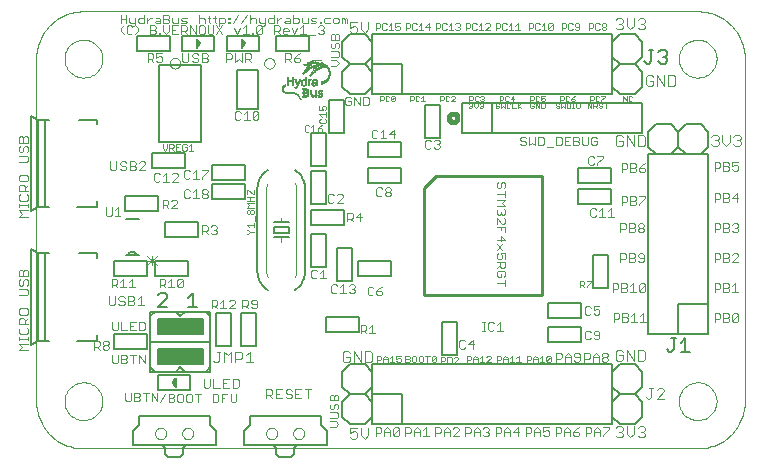
<source format=gto>
G75*
%MOIN*%
%OFA0B0*%
%FSLAX24Y24*%
%IPPOS*%
%LPD*%
%AMOC8*
5,1,8,0,0,1.08239X$1,22.5*
%
%ADD10C,0.0030*%
%ADD11C,0.0020*%
%ADD12C,0.0160*%
%ADD13R,0.0001X0.0001*%
%ADD14R,0.0002X0.0001*%
%ADD15R,0.0002X0.0001*%
%ADD16R,0.0003X0.0001*%
%ADD17R,0.0004X0.0001*%
%ADD18R,0.0005X0.0001*%
%ADD19R,0.0004X0.0001*%
%ADD20R,0.0006X0.0001*%
%ADD21R,0.0007X0.0001*%
%ADD22R,0.0007X0.0001*%
%ADD23R,0.0008X0.0001*%
%ADD24R,0.0009X0.0001*%
%ADD25R,0.0009X0.0001*%
%ADD26R,0.0010X0.0001*%
%ADD27R,0.0011X0.0001*%
%ADD28R,0.0012X0.0001*%
%ADD29R,0.0012X0.0001*%
%ADD30R,0.0029X0.0001*%
%ADD31R,0.0042X0.0001*%
%ADD32R,0.0059X0.0001*%
%ADD33R,0.0050X0.0001*%
%ADD34R,0.0072X0.0001*%
%ADD35R,0.0013X0.0001*%
%ADD36R,0.0106X0.0001*%
%ADD37R,0.0058X0.0001*%
%ADD38R,0.0045X0.0001*%
%ADD39R,0.0082X0.0001*%
%ADD40R,0.0125X0.0001*%
%ADD41R,0.0064X0.0001*%
%ADD42R,0.0090X0.0001*%
%ADD43R,0.0133X0.0001*%
%ADD44R,0.0070X0.0001*%
%ADD45R,0.0097X0.0001*%
%ADD46R,0.0139X0.0001*%
%ADD47R,0.0074X0.0001*%
%ADD48R,0.0105X0.0001*%
%ADD49R,0.0144X0.0001*%
%ADD50R,0.0078X0.0001*%
%ADD51R,0.0046X0.0001*%
%ADD52R,0.0110X0.0001*%
%ADD53R,0.0014X0.0001*%
%ADD54R,0.0147X0.0001*%
%ADD55R,0.0083X0.0001*%
%ADD56R,0.0116X0.0001*%
%ADD57R,0.0151X0.0001*%
%ADD58R,0.0087X0.0001*%
%ADD59R,0.0121X0.0001*%
%ADD60R,0.0154X0.0001*%
%ADD61R,0.0047X0.0001*%
%ADD62R,0.0014X0.0001*%
%ADD63R,0.0157X0.0001*%
%ADD64R,0.0093X0.0001*%
%ADD65R,0.0130X0.0001*%
%ADD66R,0.0160X0.0001*%
%ADD67R,0.0097X0.0001*%
%ADD68R,0.0134X0.0001*%
%ADD69R,0.0015X0.0001*%
%ADD70R,0.0162X0.0001*%
%ADD71R,0.0099X0.0001*%
%ADD72R,0.0136X0.0001*%
%ADD73R,0.0164X0.0001*%
%ADD74R,0.0103X0.0001*%
%ADD75R,0.0048X0.0001*%
%ADD76R,0.0137X0.0001*%
%ADD77R,0.0166X0.0001*%
%ADD78R,0.0139X0.0001*%
%ADD79R,0.0168X0.0001*%
%ADD80R,0.0107X0.0001*%
%ADD81R,0.0140X0.0001*%
%ADD82R,0.0170X0.0001*%
%ADD83R,0.0109X0.0001*%
%ADD84R,0.0049X0.0001*%
%ADD85R,0.0142X0.0001*%
%ADD86R,0.0172X0.0001*%
%ADD87R,0.0112X0.0001*%
%ADD88R,0.0143X0.0001*%
%ADD89R,0.0016X0.0001*%
%ADD90R,0.0174X0.0001*%
%ADD91R,0.0114X0.0001*%
%ADD92R,0.0144X0.0001*%
%ADD93R,0.0175X0.0001*%
%ADD94R,0.0145X0.0001*%
%ADD95R,0.0177X0.0001*%
%ADD96R,0.0118X0.0001*%
%ADD97R,0.0146X0.0001*%
%ADD98R,0.0178X0.0001*%
%ADD99R,0.0120X0.0001*%
%ADD100R,0.0147X0.0001*%
%ADD101R,0.0180X0.0001*%
%ADD102R,0.0122X0.0001*%
%ADD103R,0.0148X0.0001*%
%ADD104R,0.0181X0.0001*%
%ADD105R,0.0123X0.0001*%
%ADD106R,0.0051X0.0001*%
%ADD107R,0.0149X0.0001*%
%ADD108R,0.0183X0.0001*%
%ADD109R,0.0124X0.0001*%
%ADD110R,0.0150X0.0001*%
%ADD111R,0.0017X0.0001*%
%ADD112R,0.0184X0.0001*%
%ADD113R,0.0126X0.0001*%
%ADD114R,0.0017X0.0001*%
%ADD115R,0.0185X0.0001*%
%ADD116R,0.0128X0.0001*%
%ADD117R,0.0152X0.0001*%
%ADD118R,0.0186X0.0001*%
%ADD119R,0.0052X0.0001*%
%ADD120R,0.0153X0.0001*%
%ADD121R,0.0187X0.0001*%
%ADD122R,0.0018X0.0001*%
%ADD123R,0.0188X0.0001*%
%ADD124R,0.0132X0.0001*%
%ADD125R,0.0154X0.0001*%
%ADD126R,0.0189X0.0001*%
%ADD127R,0.0189X0.0001*%
%ADD128R,0.0155X0.0001*%
%ADD129R,0.0190X0.0001*%
%ADD130R,0.0019X0.0001*%
%ADD131R,0.0191X0.0001*%
%ADD132R,0.0156X0.0001*%
%ADD133R,0.0192X0.0001*%
%ADD134R,0.0193X0.0001*%
%ADD135R,0.0157X0.0001*%
%ADD136R,0.0194X0.0001*%
%ADD137R,0.0158X0.0001*%
%ADD138R,0.0019X0.0001*%
%ADD139R,0.0195X0.0001*%
%ADD140R,0.0196X0.0001*%
%ADD141R,0.0159X0.0001*%
%ADD142R,0.0020X0.0001*%
%ADD143R,0.0197X0.0001*%
%ADD144R,0.0194X0.0001*%
%ADD145R,0.0198X0.0001*%
%ADD146R,0.0065X0.0001*%
%ADD147R,0.0199X0.0001*%
%ADD148R,0.0056X0.0001*%
%ADD149R,0.0072X0.0001*%
%ADD150R,0.0200X0.0001*%
%ADD151R,0.0068X0.0001*%
%ADD152R,0.0021X0.0001*%
%ADD153R,0.0022X0.0001*%
%ADD154R,0.0201X0.0001*%
%ADD155R,0.0098X0.0001*%
%ADD156R,0.0041X0.0001*%
%ADD157R,0.0022X0.0001*%
%ADD158R,0.0202X0.0001*%
%ADD159R,0.0092X0.0001*%
%ADD160R,0.0036X0.0001*%
%ADD161R,0.0063X0.0001*%
%ADD162R,0.0075X0.0001*%
%ADD163R,0.0089X0.0001*%
%ADD164R,0.0033X0.0001*%
%ADD165R,0.0061X0.0001*%
%ADD166R,0.0203X0.0001*%
%ADD167R,0.0086X0.0001*%
%ADD168R,0.0029X0.0001*%
%ADD169R,0.0060X0.0001*%
%ADD170R,0.0023X0.0001*%
%ADD171R,0.0084X0.0001*%
%ADD172R,0.0026X0.0001*%
%ADD173R,0.0204X0.0001*%
%ADD174R,0.0069X0.0001*%
%ADD175R,0.0080X0.0001*%
%ADD176R,0.0059X0.0001*%
%ADD177R,0.0069X0.0001*%
%ADD178R,0.0079X0.0001*%
%ADD179R,0.0085X0.0001*%
%ADD180R,0.0077X0.0001*%
%ADD181R,0.0024X0.0001*%
%ADD182R,0.0082X0.0001*%
%ADD183R,0.0067X0.0001*%
%ADD184R,0.0076X0.0001*%
%ADD185R,0.0024X0.0001*%
%ADD186R,0.0066X0.0001*%
%ADD187R,0.0025X0.0001*%
%ADD188R,0.0077X0.0001*%
%ADD189R,0.0073X0.0001*%
%ADD190R,0.0057X0.0001*%
%ADD191R,0.0071X0.0001*%
%ADD192R,0.0027X0.0001*%
%ADD193R,0.0027X0.0001*%
%ADD194R,0.0062X0.0001*%
%ADD195R,0.0028X0.0001*%
%ADD196R,0.0030X0.0001*%
%ADD197R,0.0031X0.0001*%
%ADD198R,0.0062X0.0001*%
%ADD199R,0.0032X0.0001*%
%ADD200R,0.0034X0.0001*%
%ADD201R,0.0034X0.0001*%
%ADD202R,0.0035X0.0001*%
%ADD203R,0.0037X0.0001*%
%ADD204R,0.0038X0.0001*%
%ADD205R,0.0081X0.0001*%
%ADD206R,0.0039X0.0001*%
%ADD207R,0.0040X0.0001*%
%ADD208R,0.0042X0.0001*%
%ADD209R,0.0094X0.0001*%
%ADD210R,0.0043X0.0001*%
%ADD211R,0.0096X0.0001*%
%ADD212R,0.0044X0.0001*%
%ADD213R,0.0099X0.0001*%
%ADD214R,0.0102X0.0001*%
%ADD215R,0.0104X0.0001*%
%ADD216R,0.0107X0.0001*%
%ADD217R,0.0108X0.0001*%
%ADD218R,0.0111X0.0001*%
%ADD219R,0.0052X0.0001*%
%ADD220R,0.0112X0.0001*%
%ADD221R,0.0054X0.0001*%
%ADD222R,0.0113X0.0001*%
%ADD223R,0.0057X0.0001*%
%ADD224R,0.0117X0.0001*%
%ADD225R,0.0119X0.0001*%
%ADD226R,0.0119X0.0001*%
%ADD227R,0.0067X0.0001*%
%ADD228R,0.0088X0.0001*%
%ADD229R,0.0091X0.0001*%
%ADD230R,0.0115X0.0001*%
%ADD231R,0.0095X0.0001*%
%ADD232R,0.0109X0.0001*%
%ADD233R,0.0129X0.0001*%
%ADD234R,0.0164X0.0001*%
%ADD235R,0.0101X0.0001*%
%ADD236R,0.0100X0.0001*%
%ADD237R,0.0258X0.0001*%
%ADD238R,0.0289X0.0001*%
%ADD239R,0.0301X0.0001*%
%ADD240R,0.0308X0.0001*%
%ADD241R,0.0092X0.0001*%
%ADD242R,0.0313X0.0001*%
%ADD243R,0.0317X0.0001*%
%ADD244R,0.0320X0.0001*%
%ADD245R,0.0322X0.0001*%
%ADD246R,0.0323X0.0001*%
%ADD247R,0.0324X0.0001*%
%ADD248R,0.0324X0.0001*%
%ADD249R,0.0179X0.0001*%
%ADD250R,0.0322X0.0001*%
%ADD251R,0.0169X0.0001*%
%ADD252R,0.0318X0.0001*%
%ADD253R,0.0315X0.0001*%
%ADD254R,0.0314X0.0001*%
%ADD255R,0.0159X0.0001*%
%ADD256R,0.0311X0.0001*%
%ADD257R,0.0064X0.0001*%
%ADD258R,0.0307X0.0001*%
%ADD259R,0.0304X0.0001*%
%ADD260R,0.0300X0.0001*%
%ADD261R,0.0295X0.0001*%
%ADD262R,0.0171X0.0001*%
%ADD263R,0.0283X0.0001*%
%ADD264R,0.0276X0.0001*%
%ADD265R,0.0268X0.0001*%
%ADD266R,0.0245X0.0001*%
%ADD267R,0.0228X0.0001*%
%ADD268R,0.0182X0.0001*%
%ADD269R,0.0163X0.0001*%
%ADD270R,0.0032X0.0001*%
%ADD271R,0.0044X0.0001*%
%ADD272R,0.0049X0.0001*%
%ADD273R,0.0055X0.0001*%
%ADD274R,0.0053X0.0001*%
%ADD275R,0.0149X0.0001*%
%ADD276R,0.0047X0.0001*%
%ADD277R,0.0138X0.0001*%
%ADD278R,0.0135X0.0001*%
%ADD279R,0.0131X0.0001*%
%ADD280R,0.0127X0.0001*%
%ADD281R,0.0176X0.0001*%
%ADD282R,0.0173X0.0001*%
%ADD283R,0.0167X0.0001*%
%ADD284R,0.0165X0.0001*%
%ADD285R,0.0141X0.0001*%
%ADD286R,0.0129X0.0001*%
%ADD287R,0.0054X0.0001*%
%ADD288R,0.0037X0.0001*%
%ADD289R,0.0089X0.0001*%
%ADD290R,0.0094X0.0001*%
%ADD291R,0.0117X0.0001*%
%ADD292R,0.0127X0.0001*%
%ADD293R,0.0039X0.0001*%
%ADD294R,0.0087X0.0001*%
%ADD295R,0.0142X0.0001*%
%ADD296R,0.0137X0.0001*%
%ADD297R,0.0162X0.0001*%
%ADD298R,0.0167X0.0001*%
%ADD299R,0.0169X0.0001*%
%ADD300R,0.0174X0.0001*%
%ADD301R,0.0224X0.0001*%
%ADD302R,0.0152X0.0001*%
%ADD303R,0.0161X0.0001*%
%ADD304R,0.0079X0.0001*%
%ADD305R,0.0104X0.0001*%
%ADD306R,0.0102X0.0001*%
%ADD307R,0.0084X0.0001*%
%ADD308R,0.0074X0.0001*%
%ADD309R,0.0114X0.0001*%
%ADD310R,0.0124X0.0001*%
%ADD311R,0.0132X0.0001*%
%ADD312R,0.0134X0.0001*%
%ADD313R,0.0224X0.0001*%
%ADD314R,0.0221X0.0001*%
%ADD315R,0.0218X0.0001*%
%ADD316R,0.0216X0.0001*%
%ADD317R,0.0213X0.0001*%
%ADD318R,0.0211X0.0001*%
%ADD319R,0.0208X0.0001*%
%ADD320R,0.0206X0.0001*%
%ADD321R,0.0204X0.0001*%
%ADD322R,0.0199X0.0001*%
%ADD323R,0.0187X0.0001*%
%ADD324R,0.0252X0.0001*%
%ADD325R,0.0250X0.0001*%
%ADD326R,0.0226X0.0001*%
%ADD327R,0.0222X0.0001*%
%ADD328R,0.0182X0.0001*%
%ADD329R,0.0192X0.0001*%
%ADD330R,0.0396X0.0001*%
%ADD331R,0.0392X0.0001*%
%ADD332R,0.0389X0.0001*%
%ADD333R,0.0385X0.0001*%
%ADD334R,0.0381X0.0001*%
%ADD335R,0.0377X0.0001*%
%ADD336R,0.0374X0.0001*%
%ADD337R,0.0370X0.0001*%
%ADD338R,0.0366X0.0001*%
%ADD339R,0.0362X0.0001*%
%ADD340R,0.0359X0.0001*%
%ADD341R,0.0355X0.0001*%
%ADD342R,0.0350X0.0001*%
%ADD343R,0.0347X0.0001*%
%ADD344R,0.0342X0.0001*%
%ADD345R,0.0184X0.0001*%
%ADD346R,0.0338X0.0001*%
%ADD347R,0.0334X0.0001*%
%ADD348R,0.0330X0.0001*%
%ADD349R,0.0325X0.0001*%
%ADD350R,0.0321X0.0001*%
%ADD351R,0.0316X0.0001*%
%ADD352R,0.0207X0.0001*%
%ADD353R,0.0312X0.0001*%
%ADD354R,0.0210X0.0001*%
%ADD355R,0.0303X0.0001*%
%ADD356R,0.0298X0.0001*%
%ADD357R,0.0219X0.0001*%
%ADD358R,0.0293X0.0001*%
%ADD359R,0.0288X0.0001*%
%ADD360R,0.0284X0.0001*%
%ADD361R,0.0278X0.0001*%
%ADD362R,0.0273X0.0001*%
%ADD363R,0.0231X0.0001*%
%ADD364R,0.0267X0.0001*%
%ADD365R,0.0234X0.0001*%
%ADD366R,0.0261X0.0001*%
%ADD367R,0.0236X0.0001*%
%ADD368R,0.0256X0.0001*%
%ADD369R,0.0238X0.0001*%
%ADD370R,0.0249X0.0001*%
%ADD371R,0.0240X0.0001*%
%ADD372R,0.0243X0.0001*%
%ADD373R,0.0237X0.0001*%
%ADD374R,0.0246X0.0001*%
%ADD375R,0.0230X0.0001*%
%ADD376R,0.0248X0.0001*%
%ADD377R,0.0223X0.0001*%
%ADD378R,0.0212X0.0001*%
%ADD379R,0.0215X0.0001*%
%ADD380R,0.0255X0.0001*%
%ADD381R,0.0294X0.0001*%
%ADD382R,0.0480X0.0001*%
%ADD383R,0.0470X0.0001*%
%ADD384R,0.0460X0.0001*%
%ADD385R,0.0455X0.0001*%
%ADD386R,0.0449X0.0001*%
%ADD387R,0.0444X0.0001*%
%ADD388R,0.0440X0.0001*%
%ADD389R,0.0436X0.0001*%
%ADD390R,0.0433X0.0001*%
%ADD391R,0.0430X0.0001*%
%ADD392R,0.0416X0.0001*%
%ADD393R,0.0409X0.0001*%
%ADD394R,0.0403X0.0001*%
%ADD395R,0.0395X0.0001*%
%ADD396R,0.0388X0.0001*%
%ADD397R,0.0382X0.0001*%
%ADD398R,0.0358X0.0001*%
%ADD399R,0.0343X0.0001*%
%ADD400R,0.0326X0.0001*%
%ADD401R,0.0310X0.0001*%
%ADD402R,0.0302X0.0001*%
%ADD403R,0.0290X0.0001*%
%ADD404R,0.0286X0.0001*%
%ADD405R,0.0249X0.0001*%
%ADD406R,0.0247X0.0001*%
%ADD407C,0.0040*%
%ADD408C,0.0050*%
%ADD409C,0.0080*%
%ADD410C,0.0060*%
%ADD411C,0.0100*%
%ADD412C,0.0000*%
D10*
X006923Y006299D02*
X006971Y006251D01*
X007068Y006251D01*
X007117Y006299D01*
X007117Y006541D01*
X007218Y006541D02*
X007363Y006541D01*
X007411Y006492D01*
X007411Y006444D01*
X007363Y006396D01*
X007218Y006396D01*
X007363Y006396D02*
X007411Y006347D01*
X007411Y006299D01*
X007363Y006251D01*
X007218Y006251D01*
X007218Y006541D01*
X007512Y006541D02*
X007706Y006541D01*
X007609Y006541D02*
X007609Y006251D01*
X007807Y006251D02*
X007807Y006541D01*
X008000Y006251D01*
X008000Y006541D01*
X007952Y007351D02*
X007807Y007351D01*
X007807Y007641D01*
X007952Y007641D01*
X008000Y007592D01*
X008000Y007399D01*
X007952Y007351D01*
X007706Y007351D02*
X007512Y007351D01*
X007512Y007641D01*
X007706Y007641D01*
X007609Y007496D02*
X007512Y007496D01*
X007411Y007351D02*
X007218Y007351D01*
X007218Y007641D01*
X007117Y007641D02*
X007117Y007399D01*
X007068Y007351D01*
X006971Y007351D01*
X006923Y007399D01*
X006923Y007641D01*
X006752Y007001D02*
X006655Y007001D01*
X006607Y006952D01*
X006607Y006904D01*
X006655Y006856D01*
X006752Y006856D01*
X006800Y006807D01*
X006800Y006759D01*
X006752Y006711D01*
X006655Y006711D01*
X006607Y006759D01*
X006607Y006807D01*
X006655Y006856D01*
X006752Y006856D02*
X006800Y006904D01*
X006800Y006952D01*
X006752Y007001D01*
X006506Y006952D02*
X006506Y006856D01*
X006457Y006807D01*
X006312Y006807D01*
X006312Y006711D02*
X006312Y007001D01*
X006457Y007001D01*
X006506Y006952D01*
X006409Y006807D02*
X006506Y006711D01*
X006923Y006541D02*
X006923Y006299D01*
X010232Y008081D02*
X010232Y008371D01*
X010377Y008371D01*
X010425Y008322D01*
X010425Y008226D01*
X010377Y008177D01*
X010232Y008177D01*
X010328Y008177D02*
X010425Y008081D01*
X010526Y008081D02*
X010720Y008081D01*
X010623Y008081D02*
X010623Y008371D01*
X010526Y008274D01*
X010821Y008322D02*
X010869Y008371D01*
X010966Y008371D01*
X011014Y008322D01*
X011014Y008274D01*
X010821Y008081D01*
X011014Y008081D01*
X011262Y008081D02*
X011262Y008371D01*
X011407Y008371D01*
X011455Y008322D01*
X011455Y008226D01*
X011407Y008177D01*
X011262Y008177D01*
X011358Y008177D02*
X011455Y008081D01*
X011556Y008129D02*
X011605Y008081D01*
X011701Y008081D01*
X011750Y008129D01*
X011750Y008322D01*
X011701Y008371D01*
X011605Y008371D01*
X011556Y008322D01*
X011556Y008274D01*
X011605Y008226D01*
X011750Y008226D01*
X013552Y009129D02*
X013552Y009322D01*
X013600Y009371D01*
X013697Y009371D01*
X013745Y009322D01*
X013846Y009274D02*
X013943Y009371D01*
X013943Y009081D01*
X013846Y009081D02*
X014040Y009081D01*
X013745Y009129D02*
X013697Y009081D01*
X013600Y009081D01*
X013552Y009129D01*
X014228Y008832D02*
X014228Y008639D01*
X014276Y008591D01*
X014373Y008591D01*
X014421Y008639D01*
X014522Y008591D02*
X014716Y008591D01*
X014619Y008591D02*
X014619Y008881D01*
X014522Y008784D01*
X014421Y008832D02*
X014373Y008881D01*
X014276Y008881D01*
X014228Y008832D01*
X014817Y008832D02*
X014865Y008881D01*
X014962Y008881D01*
X015010Y008832D01*
X015010Y008784D01*
X014962Y008736D01*
X015010Y008687D01*
X015010Y008639D01*
X014962Y008591D01*
X014865Y008591D01*
X014817Y008639D01*
X014914Y008736D02*
X014962Y008736D01*
X015432Y008762D02*
X015432Y008569D01*
X015481Y008521D01*
X015577Y008521D01*
X015626Y008569D01*
X015727Y008569D02*
X015775Y008521D01*
X015872Y008521D01*
X015920Y008569D01*
X015920Y008617D01*
X015872Y008666D01*
X015727Y008666D01*
X015727Y008569D01*
X015727Y008666D02*
X015824Y008762D01*
X015920Y008811D01*
X015626Y008762D02*
X015577Y008811D01*
X015481Y008811D01*
X015432Y008762D01*
X015347Y007541D02*
X015202Y007541D01*
X015202Y007251D01*
X015202Y007347D02*
X015347Y007347D01*
X015395Y007396D01*
X015395Y007492D01*
X015347Y007541D01*
X015496Y007444D02*
X015593Y007541D01*
X015593Y007251D01*
X015496Y007251D02*
X015690Y007251D01*
X015395Y007251D02*
X015298Y007347D01*
X015338Y006651D02*
X015523Y006651D01*
X015585Y006589D01*
X015585Y006342D01*
X015523Y006281D01*
X015338Y006281D01*
X015338Y006651D01*
X015217Y006651D02*
X015217Y006281D01*
X014970Y006651D01*
X014970Y006281D01*
X014848Y006342D02*
X014848Y006466D01*
X014725Y006466D01*
X014602Y006589D02*
X014663Y006651D01*
X014787Y006651D01*
X014848Y006589D01*
X014602Y006589D02*
X014602Y006342D01*
X014663Y006281D01*
X014787Y006281D01*
X014848Y006342D01*
X014413Y005208D02*
X014462Y005160D01*
X014462Y005015D01*
X014171Y005015D01*
X014171Y005160D01*
X014220Y005208D01*
X014268Y005208D01*
X014316Y005160D01*
X014316Y005015D01*
X014365Y004913D02*
X014413Y004913D01*
X014462Y004865D01*
X014462Y004768D01*
X014413Y004720D01*
X014413Y004619D02*
X014171Y004619D01*
X014220Y004720D02*
X014268Y004720D01*
X014316Y004768D01*
X014316Y004865D01*
X014365Y004913D01*
X014220Y004913D02*
X014171Y004865D01*
X014171Y004768D01*
X014220Y004720D01*
X014413Y004619D02*
X014462Y004570D01*
X014462Y004474D01*
X014413Y004425D01*
X014171Y004425D01*
X014171Y004324D02*
X014365Y004324D01*
X014462Y004227D01*
X014365Y004131D01*
X014171Y004131D01*
X014842Y004111D02*
X014842Y003926D01*
X014965Y003987D01*
X015027Y003987D01*
X015088Y003926D01*
X015088Y003802D01*
X015027Y003741D01*
X014903Y003741D01*
X014842Y003802D01*
X015210Y003864D02*
X015333Y003741D01*
X015457Y003864D01*
X015457Y004111D01*
X015702Y004121D02*
X015847Y004121D01*
X015895Y004072D01*
X015895Y003976D01*
X015847Y003927D01*
X015702Y003927D01*
X015702Y003831D02*
X015702Y004121D01*
X015996Y004024D02*
X016093Y004121D01*
X016190Y004024D01*
X016190Y003831D01*
X016291Y003879D02*
X016484Y004072D01*
X016484Y003879D01*
X016436Y003831D01*
X016339Y003831D01*
X016291Y003879D01*
X016291Y004072D01*
X016339Y004121D01*
X016436Y004121D01*
X016484Y004072D01*
X016682Y004121D02*
X016827Y004121D01*
X016875Y004072D01*
X016875Y003976D01*
X016827Y003927D01*
X016682Y003927D01*
X016682Y003831D02*
X016682Y004121D01*
X016976Y004024D02*
X017073Y004121D01*
X017170Y004024D01*
X017170Y003831D01*
X017271Y003831D02*
X017464Y003831D01*
X017368Y003831D02*
X017368Y004121D01*
X017271Y004024D01*
X017170Y003976D02*
X016976Y003976D01*
X016976Y004024D02*
X016976Y003831D01*
X017682Y003831D02*
X017682Y004121D01*
X017827Y004121D01*
X017875Y004072D01*
X017875Y003976D01*
X017827Y003927D01*
X017682Y003927D01*
X017976Y003976D02*
X018170Y003976D01*
X018170Y004024D02*
X018170Y003831D01*
X018271Y003831D02*
X018464Y004024D01*
X018464Y004072D01*
X018416Y004121D01*
X018319Y004121D01*
X018271Y004072D01*
X018170Y004024D02*
X018073Y004121D01*
X017976Y004024D01*
X017976Y003831D01*
X018271Y003831D02*
X018464Y003831D01*
X018682Y003831D02*
X018682Y004121D01*
X018827Y004121D01*
X018875Y004072D01*
X018875Y003976D01*
X018827Y003927D01*
X018682Y003927D01*
X018976Y003976D02*
X019170Y003976D01*
X019170Y004024D02*
X019170Y003831D01*
X019271Y003879D02*
X019319Y003831D01*
X019416Y003831D01*
X019464Y003879D01*
X019464Y003927D01*
X019416Y003976D01*
X019368Y003976D01*
X019416Y003976D02*
X019464Y004024D01*
X019464Y004072D01*
X019416Y004121D01*
X019319Y004121D01*
X019271Y004072D01*
X019170Y004024D02*
X019073Y004121D01*
X018976Y004024D01*
X018976Y003831D01*
X019702Y003831D02*
X019702Y004121D01*
X019847Y004121D01*
X019895Y004072D01*
X019895Y003976D01*
X019847Y003927D01*
X019702Y003927D01*
X019996Y003976D02*
X020190Y003976D01*
X020190Y004024D02*
X020190Y003831D01*
X020291Y003976D02*
X020484Y003976D01*
X020436Y003831D02*
X020436Y004121D01*
X020291Y003976D01*
X020190Y004024D02*
X020093Y004121D01*
X019996Y004024D01*
X019996Y003831D01*
X020702Y003831D02*
X020702Y004121D01*
X020847Y004121D01*
X020895Y004072D01*
X020895Y003976D01*
X020847Y003927D01*
X020702Y003927D01*
X020996Y003976D02*
X021190Y003976D01*
X021190Y004024D02*
X021190Y003831D01*
X021291Y003879D02*
X021339Y003831D01*
X021436Y003831D01*
X021484Y003879D01*
X021484Y003976D01*
X021436Y004024D01*
X021388Y004024D01*
X021291Y003976D01*
X021291Y004121D01*
X021484Y004121D01*
X021702Y004121D02*
X021847Y004121D01*
X021895Y004072D01*
X021895Y003976D01*
X021847Y003927D01*
X021702Y003927D01*
X021702Y003831D02*
X021702Y004121D01*
X021996Y004024D02*
X022093Y004121D01*
X022190Y004024D01*
X022190Y003831D01*
X022291Y003879D02*
X022339Y003831D01*
X022436Y003831D01*
X022484Y003879D01*
X022484Y003927D01*
X022436Y003976D01*
X022291Y003976D01*
X022291Y003879D01*
X022291Y003976D02*
X022388Y004072D01*
X022484Y004121D01*
X022702Y004121D02*
X022847Y004121D01*
X022895Y004072D01*
X022895Y003976D01*
X022847Y003927D01*
X022702Y003927D01*
X022702Y003831D02*
X022702Y004121D01*
X022996Y004024D02*
X023093Y004121D01*
X023190Y004024D01*
X023190Y003831D01*
X023291Y003831D02*
X023291Y003879D01*
X023484Y004072D01*
X023484Y004121D01*
X023291Y004121D01*
X023190Y003976D02*
X022996Y003976D01*
X022996Y004024D02*
X022996Y003831D01*
X023699Y003844D02*
X023761Y003782D01*
X023884Y003782D01*
X023946Y003844D01*
X023946Y003905D01*
X023884Y003967D01*
X023823Y003967D01*
X023884Y003967D02*
X023946Y004029D01*
X023946Y004090D01*
X023884Y004152D01*
X023761Y004152D01*
X023699Y004090D01*
X024068Y004152D02*
X024068Y003905D01*
X024191Y003782D01*
X024314Y003905D01*
X024314Y004152D01*
X024436Y004090D02*
X024498Y004152D01*
X024621Y004152D01*
X024683Y004090D01*
X024683Y004029D01*
X024621Y003967D01*
X024683Y003905D01*
X024683Y003844D01*
X024621Y003782D01*
X024498Y003782D01*
X024436Y003844D01*
X024559Y003967D02*
X024621Y003967D01*
X022190Y003976D02*
X021996Y003976D01*
X021996Y004024D02*
X021996Y003831D01*
X021190Y004024D02*
X021093Y004121D01*
X020996Y004024D01*
X020996Y003831D01*
X021718Y006311D02*
X021718Y006601D01*
X021863Y006601D01*
X021911Y006552D01*
X021911Y006456D01*
X021863Y006407D01*
X021718Y006407D01*
X022012Y006456D02*
X022206Y006456D01*
X022206Y006504D02*
X022206Y006311D01*
X022307Y006359D02*
X022355Y006311D01*
X022452Y006311D01*
X022500Y006359D01*
X022500Y006552D01*
X022452Y006601D01*
X022355Y006601D01*
X022307Y006552D01*
X022307Y006504D01*
X022355Y006456D01*
X022500Y006456D01*
X022658Y006407D02*
X022803Y006407D01*
X022851Y006456D01*
X022851Y006552D01*
X022803Y006601D01*
X022658Y006601D01*
X022658Y006311D01*
X022952Y006311D02*
X022952Y006504D01*
X023049Y006601D01*
X023146Y006504D01*
X023146Y006311D01*
X023247Y006359D02*
X023247Y006407D01*
X023295Y006456D01*
X023392Y006456D01*
X023440Y006407D01*
X023440Y006359D01*
X023392Y006311D01*
X023295Y006311D01*
X023247Y006359D01*
X023295Y006456D02*
X023247Y006504D01*
X023247Y006552D01*
X023295Y006601D01*
X023392Y006601D01*
X023440Y006552D01*
X023440Y006504D01*
X023392Y006456D01*
X023146Y006456D02*
X022952Y006456D01*
X023702Y006392D02*
X023763Y006331D01*
X023887Y006331D01*
X023948Y006392D01*
X023948Y006516D01*
X023825Y006516D01*
X023702Y006639D02*
X023702Y006392D01*
X023702Y006639D02*
X023763Y006701D01*
X023887Y006701D01*
X023948Y006639D01*
X024070Y006701D02*
X024070Y006331D01*
X024317Y006331D02*
X024317Y006701D01*
X024438Y006701D02*
X024623Y006701D01*
X024685Y006639D01*
X024685Y006392D01*
X024623Y006331D01*
X024438Y006331D01*
X024438Y006701D01*
X024070Y006701D02*
X024317Y006331D01*
X023160Y007099D02*
X023160Y007292D01*
X023112Y007341D01*
X023015Y007341D01*
X022967Y007292D01*
X022967Y007244D01*
X023015Y007196D01*
X023160Y007196D01*
X023160Y007099D02*
X023112Y007051D01*
X023015Y007051D01*
X022967Y007099D01*
X022866Y007099D02*
X022817Y007051D01*
X022721Y007051D01*
X022672Y007099D01*
X022672Y007292D01*
X022721Y007341D01*
X022817Y007341D01*
X022866Y007292D01*
X022817Y007871D02*
X022866Y007919D01*
X022817Y007871D02*
X022721Y007871D01*
X022672Y007919D01*
X022672Y008112D01*
X022721Y008161D01*
X022817Y008161D01*
X022866Y008112D01*
X022967Y008161D02*
X022967Y008016D01*
X023064Y008064D01*
X023112Y008064D01*
X023160Y008016D01*
X023160Y007919D01*
X023112Y007871D01*
X023015Y007871D01*
X022967Y007919D01*
X022967Y008161D02*
X023160Y008161D01*
X023632Y007931D02*
X023777Y007931D01*
X023825Y007882D01*
X023825Y007786D01*
X023777Y007737D01*
X023632Y007737D01*
X023632Y007641D02*
X023632Y007931D01*
X023926Y007931D02*
X024071Y007931D01*
X024120Y007882D01*
X024120Y007834D01*
X024071Y007786D01*
X023926Y007786D01*
X023926Y007641D02*
X023926Y007931D01*
X024071Y007786D02*
X024120Y007737D01*
X024120Y007689D01*
X024071Y007641D01*
X023926Y007641D01*
X024221Y007641D02*
X024414Y007641D01*
X024318Y007641D02*
X024318Y007931D01*
X024221Y007834D01*
X024516Y007834D02*
X024612Y007931D01*
X024612Y007641D01*
X024516Y007641D02*
X024709Y007641D01*
X024631Y008631D02*
X024534Y008631D01*
X024486Y008679D01*
X024679Y008872D01*
X024679Y008679D01*
X024631Y008631D01*
X024486Y008679D02*
X024486Y008872D01*
X024534Y008921D01*
X024631Y008921D01*
X024679Y008872D01*
X024384Y008631D02*
X024191Y008631D01*
X024288Y008631D02*
X024288Y008921D01*
X024191Y008824D01*
X024090Y008824D02*
X024041Y008776D01*
X023896Y008776D01*
X023795Y008776D02*
X023747Y008727D01*
X023602Y008727D01*
X023602Y008631D02*
X023602Y008921D01*
X023747Y008921D01*
X023795Y008872D01*
X023795Y008776D01*
X023896Y008631D02*
X023896Y008921D01*
X024041Y008921D01*
X024090Y008872D01*
X024090Y008824D01*
X024041Y008776D02*
X024090Y008727D01*
X024090Y008679D01*
X024041Y008631D01*
X023896Y008631D01*
X022871Y008966D02*
X022731Y008826D01*
X022731Y008791D01*
X022650Y008791D02*
X022580Y008861D01*
X022615Y008861D02*
X022510Y008861D01*
X022510Y008791D02*
X022510Y009001D01*
X022615Y009001D01*
X022650Y008966D01*
X022650Y008896D01*
X022615Y008861D01*
X022731Y009001D02*
X022871Y009001D01*
X022871Y008966D01*
X023862Y009631D02*
X023862Y009921D01*
X024007Y009921D01*
X024055Y009872D01*
X024055Y009776D01*
X024007Y009727D01*
X023862Y009727D01*
X024156Y009776D02*
X024301Y009776D01*
X024350Y009727D01*
X024350Y009679D01*
X024301Y009631D01*
X024156Y009631D01*
X024156Y009921D01*
X024301Y009921D01*
X024350Y009872D01*
X024350Y009824D01*
X024301Y009776D01*
X024451Y009824D02*
X024499Y009776D01*
X024644Y009776D01*
X024644Y009872D02*
X024596Y009921D01*
X024499Y009921D01*
X024451Y009872D01*
X024451Y009824D01*
X024451Y009679D02*
X024499Y009631D01*
X024596Y009631D01*
X024644Y009679D01*
X024644Y009872D01*
X024596Y010631D02*
X024499Y010631D01*
X024451Y010679D01*
X024451Y010727D01*
X024499Y010776D01*
X024596Y010776D01*
X024644Y010727D01*
X024644Y010679D01*
X024596Y010631D01*
X024596Y010776D02*
X024644Y010824D01*
X024644Y010872D01*
X024596Y010921D01*
X024499Y010921D01*
X024451Y010872D01*
X024451Y010824D01*
X024499Y010776D01*
X024350Y010824D02*
X024301Y010776D01*
X024156Y010776D01*
X024055Y010776D02*
X024007Y010727D01*
X023862Y010727D01*
X023862Y010631D02*
X023862Y010921D01*
X024007Y010921D01*
X024055Y010872D01*
X024055Y010776D01*
X024156Y010631D02*
X024156Y010921D01*
X024301Y010921D01*
X024350Y010872D01*
X024350Y010824D01*
X024301Y010776D02*
X024350Y010727D01*
X024350Y010679D01*
X024301Y010631D01*
X024156Y010631D01*
X024196Y011531D02*
X024341Y011531D01*
X024390Y011579D01*
X024390Y011627D01*
X024341Y011676D01*
X024196Y011676D01*
X024095Y011676D02*
X024095Y011772D01*
X024047Y011821D01*
X023902Y011821D01*
X023902Y011531D01*
X023902Y011627D02*
X024047Y011627D01*
X024095Y011676D01*
X024196Y011821D02*
X024341Y011821D01*
X024390Y011772D01*
X024390Y011724D01*
X024341Y011676D01*
X024491Y011579D02*
X024684Y011772D01*
X024684Y011821D01*
X024491Y011821D01*
X024491Y011579D02*
X024491Y011531D01*
X024196Y011531D02*
X024196Y011821D01*
X024196Y012631D02*
X024341Y012631D01*
X024390Y012679D01*
X024390Y012727D01*
X024341Y012776D01*
X024196Y012776D01*
X024095Y012776D02*
X024047Y012727D01*
X023902Y012727D01*
X023902Y012631D02*
X023902Y012921D01*
X024047Y012921D01*
X024095Y012872D01*
X024095Y012776D01*
X024196Y012631D02*
X024196Y012921D01*
X024341Y012921D01*
X024390Y012872D01*
X024390Y012824D01*
X024341Y012776D01*
X024491Y012776D02*
X024491Y012679D01*
X024539Y012631D01*
X024636Y012631D01*
X024684Y012679D01*
X024684Y012727D01*
X024636Y012776D01*
X024491Y012776D01*
X024588Y012872D01*
X024684Y012921D01*
X024623Y013481D02*
X024438Y013481D01*
X024438Y013851D01*
X024623Y013851D01*
X024685Y013789D01*
X024685Y013542D01*
X024623Y013481D01*
X024317Y013481D02*
X024317Y013851D01*
X024070Y013851D02*
X024317Y013481D01*
X024070Y013481D02*
X024070Y013851D01*
X023948Y013789D02*
X023887Y013851D01*
X023763Y013851D01*
X023702Y013789D01*
X023702Y013542D01*
X023763Y013481D01*
X023887Y013481D01*
X023948Y013542D01*
X023948Y013666D01*
X023825Y013666D01*
X023280Y013161D02*
X023086Y013161D01*
X022985Y013112D02*
X022937Y013161D01*
X022840Y013161D01*
X022792Y013112D01*
X022792Y012919D01*
X022840Y012871D01*
X022937Y012871D01*
X022985Y012919D01*
X023086Y012919D02*
X023086Y012871D01*
X023086Y012919D02*
X023280Y013112D01*
X023280Y013161D01*
X023029Y013516D02*
X023077Y013564D01*
X023077Y013661D01*
X022981Y013661D01*
X023077Y013757D02*
X023029Y013806D01*
X022932Y013806D01*
X022884Y013757D01*
X022884Y013564D01*
X022932Y013516D01*
X023029Y013516D01*
X022783Y013564D02*
X022783Y013806D01*
X022589Y013806D02*
X022589Y013564D01*
X022638Y013516D01*
X022734Y013516D01*
X022783Y013564D01*
X022488Y013564D02*
X022440Y013516D01*
X022295Y013516D01*
X022295Y013806D01*
X022440Y013806D01*
X022488Y013757D01*
X022488Y013709D01*
X022440Y013661D01*
X022295Y013661D01*
X022440Y013661D02*
X022488Y013612D01*
X022488Y013564D01*
X022193Y013516D02*
X022000Y013516D01*
X022000Y013806D01*
X022193Y013806D01*
X022097Y013661D02*
X022000Y013661D01*
X021899Y013757D02*
X021850Y013806D01*
X021705Y013806D01*
X021705Y013516D01*
X021850Y013516D01*
X021899Y013564D01*
X021899Y013757D01*
X021309Y013757D02*
X021309Y013564D01*
X021261Y013516D01*
X021116Y013516D01*
X021116Y013806D01*
X021261Y013806D01*
X021309Y013757D01*
X021015Y013806D02*
X021015Y013516D01*
X020918Y013612D01*
X020821Y013516D01*
X020821Y013806D01*
X020720Y013757D02*
X020672Y013806D01*
X020575Y013806D01*
X020527Y013757D01*
X020527Y013709D01*
X020575Y013661D01*
X020672Y013661D01*
X020720Y013612D01*
X020720Y013564D01*
X020672Y013516D01*
X020575Y013516D01*
X020527Y013564D01*
X021411Y013467D02*
X021604Y013467D01*
X020024Y012233D02*
X019976Y012282D01*
X019928Y012282D01*
X019879Y012233D01*
X019879Y012137D01*
X019831Y012088D01*
X019783Y012088D01*
X019734Y012137D01*
X019734Y012233D01*
X019783Y012282D01*
X020024Y012233D02*
X020024Y012137D01*
X019976Y012088D01*
X020024Y011987D02*
X020024Y011794D01*
X020024Y011890D02*
X019734Y011890D01*
X019734Y011692D02*
X020024Y011692D01*
X019928Y011596D01*
X020024Y011499D01*
X019734Y011499D01*
X019783Y011398D02*
X019734Y011349D01*
X019734Y011253D01*
X019783Y011204D01*
X019831Y011204D01*
X019879Y011253D01*
X019879Y011301D01*
X019879Y011253D02*
X019928Y011204D01*
X019976Y011204D01*
X020024Y011253D01*
X020024Y011349D01*
X019976Y011398D01*
X019976Y011103D02*
X020024Y011055D01*
X020024Y010958D01*
X019976Y010910D01*
X019928Y010910D01*
X019734Y011103D01*
X019734Y010910D01*
X019734Y010808D02*
X020024Y010808D01*
X020024Y010615D01*
X019879Y010712D02*
X019879Y010808D01*
X019879Y010514D02*
X019879Y010320D01*
X019928Y010219D02*
X019734Y010026D01*
X019783Y009925D02*
X019734Y009876D01*
X019734Y009779D01*
X019783Y009731D01*
X019879Y009731D01*
X019928Y009779D01*
X019928Y009828D01*
X019879Y009925D01*
X020024Y009925D01*
X020024Y009731D01*
X020024Y009630D02*
X019734Y009630D01*
X019831Y009630D02*
X019831Y009485D01*
X019879Y009436D01*
X019976Y009436D01*
X020024Y009485D01*
X020024Y009630D01*
X019831Y009533D02*
X019734Y009436D01*
X019783Y009335D02*
X019734Y009287D01*
X019734Y009190D01*
X019783Y009142D01*
X019879Y009142D01*
X019879Y009238D01*
X019976Y009142D02*
X020024Y009190D01*
X020024Y009287D01*
X019976Y009335D01*
X019783Y009335D01*
X020024Y009041D02*
X020024Y008847D01*
X020024Y008944D02*
X019734Y008944D01*
X019928Y010026D02*
X019734Y010219D01*
X019734Y010369D02*
X020024Y010369D01*
X019879Y010514D01*
X016210Y011879D02*
X016162Y011831D01*
X016065Y011831D01*
X016017Y011879D01*
X016017Y011927D01*
X016065Y011976D01*
X016162Y011976D01*
X016210Y011927D01*
X016210Y011879D01*
X016162Y011976D02*
X016210Y012024D01*
X016210Y012072D01*
X016162Y012121D01*
X016065Y012121D01*
X016017Y012072D01*
X016017Y012024D01*
X016065Y011976D01*
X015916Y012072D02*
X015867Y012121D01*
X015771Y012121D01*
X015722Y012072D01*
X015722Y011879D01*
X015771Y011831D01*
X015867Y011831D01*
X015916Y011879D01*
X015191Y011271D02*
X015046Y011126D01*
X015240Y011126D01*
X015191Y010981D02*
X015191Y011271D01*
X014945Y011222D02*
X014945Y011126D01*
X014897Y011077D01*
X014752Y011077D01*
X014848Y011077D02*
X014945Y010981D01*
X014752Y010981D02*
X014752Y011271D01*
X014897Y011271D01*
X014945Y011222D01*
X014600Y011611D02*
X014407Y011611D01*
X014600Y011804D01*
X014600Y011852D01*
X014552Y011901D01*
X014455Y011901D01*
X014407Y011852D01*
X014306Y011852D02*
X014257Y011901D01*
X014161Y011901D01*
X014112Y011852D01*
X014112Y011659D01*
X014161Y011611D01*
X014257Y011611D01*
X014306Y011659D01*
X017350Y013457D02*
X017399Y013409D01*
X017496Y013409D01*
X017544Y013457D01*
X017645Y013457D02*
X017693Y013409D01*
X017790Y013409D01*
X017839Y013457D01*
X017839Y013506D01*
X017790Y013554D01*
X017742Y013554D01*
X017790Y013554D02*
X017839Y013602D01*
X017839Y013651D01*
X017790Y013699D01*
X017693Y013699D01*
X017645Y013651D01*
X017544Y013651D02*
X017496Y013699D01*
X017399Y013699D01*
X017350Y013651D01*
X017350Y013457D01*
X015474Y014899D02*
X015474Y015092D01*
X015426Y015141D01*
X015281Y015141D01*
X015281Y014851D01*
X015426Y014851D01*
X015474Y014899D01*
X015180Y014851D02*
X015180Y015141D01*
X014986Y015141D02*
X015180Y014851D01*
X014986Y014851D02*
X014986Y015141D01*
X014885Y015092D02*
X014837Y015141D01*
X014740Y015141D01*
X014692Y015092D01*
X014692Y014899D01*
X014740Y014851D01*
X014837Y014851D01*
X014885Y014899D01*
X014885Y014996D01*
X014788Y014996D01*
X014395Y016161D02*
X014201Y016161D01*
X014201Y016354D02*
X014395Y016354D01*
X014492Y016257D01*
X014395Y016161D01*
X014443Y016455D02*
X014201Y016455D01*
X014201Y016649D02*
X014443Y016649D01*
X014492Y016600D01*
X014492Y016504D01*
X014443Y016455D01*
X014443Y016750D02*
X014492Y016798D01*
X014492Y016895D01*
X014443Y016943D01*
X014395Y016943D01*
X014346Y016895D01*
X014346Y016798D01*
X014298Y016750D01*
X014250Y016750D01*
X014201Y016798D01*
X014201Y016895D01*
X014250Y016943D01*
X014201Y017045D02*
X014201Y017190D01*
X014250Y017238D01*
X014298Y017238D01*
X014346Y017190D01*
X014346Y017045D01*
X014201Y017045D02*
X014492Y017045D01*
X014492Y017190D01*
X014443Y017238D01*
X014395Y017238D01*
X014346Y017190D01*
X014845Y017322D02*
X014907Y017261D01*
X015030Y017261D01*
X015092Y017322D01*
X015092Y017446D01*
X015030Y017507D01*
X014968Y017507D01*
X014845Y017446D01*
X014845Y017631D01*
X015092Y017631D01*
X015213Y017631D02*
X015213Y017384D01*
X015337Y017261D01*
X015460Y017384D01*
X015460Y017631D01*
X014761Y017581D02*
X014761Y017726D01*
X014713Y017774D01*
X014665Y017726D01*
X014665Y017581D01*
X014568Y017581D02*
X014568Y017774D01*
X014616Y017774D01*
X014665Y017726D01*
X014467Y017726D02*
X014418Y017774D01*
X014322Y017774D01*
X014273Y017726D01*
X014273Y017629D01*
X014322Y017581D01*
X014418Y017581D01*
X014467Y017629D01*
X014467Y017726D01*
X014172Y017774D02*
X014027Y017774D01*
X013979Y017726D01*
X013979Y017629D01*
X014027Y017581D01*
X014172Y017581D01*
X013976Y017472D02*
X013976Y017424D01*
X013927Y017376D01*
X013976Y017327D01*
X013976Y017279D01*
X013927Y017231D01*
X013831Y017231D01*
X013782Y017279D01*
X013879Y017376D02*
X013927Y017376D01*
X013976Y017472D02*
X013927Y017521D01*
X013831Y017521D01*
X013782Y017472D01*
X013831Y017581D02*
X013880Y017581D01*
X013880Y017629D01*
X013831Y017629D01*
X013831Y017581D01*
X013730Y017629D02*
X013682Y017677D01*
X013585Y017677D01*
X013537Y017726D01*
X013585Y017774D01*
X013730Y017774D01*
X013730Y017629D02*
X013682Y017581D01*
X013537Y017581D01*
X013435Y017581D02*
X013435Y017774D01*
X013242Y017774D02*
X013242Y017629D01*
X013290Y017581D01*
X013435Y017581D01*
X013290Y017521D02*
X013290Y017231D01*
X013386Y017231D02*
X013193Y017231D01*
X013193Y017424D02*
X013290Y017521D01*
X013141Y017629D02*
X013141Y017726D01*
X013092Y017774D01*
X012947Y017774D01*
X012947Y017871D02*
X012947Y017581D01*
X013092Y017581D01*
X013141Y017629D01*
X013092Y017424D02*
X012995Y017231D01*
X012898Y017424D01*
X012797Y017376D02*
X012797Y017327D01*
X012604Y017327D01*
X012604Y017279D02*
X012604Y017376D01*
X012652Y017424D01*
X012749Y017424D01*
X012797Y017376D01*
X012749Y017231D02*
X012652Y017231D01*
X012604Y017279D01*
X012502Y017231D02*
X012406Y017327D01*
X012454Y017327D02*
X012309Y017327D01*
X012309Y017231D02*
X012309Y017521D01*
X012454Y017521D01*
X012502Y017472D01*
X012502Y017376D01*
X012454Y017327D01*
X012407Y017581D02*
X012407Y017774D01*
X012407Y017677D02*
X012504Y017774D01*
X012552Y017774D01*
X012701Y017774D02*
X012798Y017774D01*
X012846Y017726D01*
X012846Y017581D01*
X012701Y017581D01*
X012653Y017629D01*
X012701Y017677D01*
X012846Y017677D01*
X012306Y017581D02*
X012161Y017581D01*
X012112Y017629D01*
X012112Y017726D01*
X012161Y017774D01*
X012306Y017774D01*
X012306Y017871D02*
X012306Y017581D01*
X012011Y017581D02*
X011866Y017581D01*
X011818Y017629D01*
X011818Y017774D01*
X011717Y017726D02*
X011717Y017581D01*
X011768Y017521D02*
X011720Y017472D01*
X011720Y017279D01*
X011913Y017472D01*
X011913Y017279D01*
X011865Y017231D01*
X011768Y017231D01*
X011720Y017279D01*
X011621Y017279D02*
X011621Y017231D01*
X011572Y017231D01*
X011572Y017279D01*
X011621Y017279D01*
X011471Y017231D02*
X011278Y017231D01*
X011374Y017231D02*
X011374Y017521D01*
X011278Y017424D01*
X011176Y017424D02*
X011080Y017231D01*
X010983Y017424D01*
X010934Y017581D02*
X011127Y017871D01*
X011422Y017871D02*
X011229Y017581D01*
X011523Y017581D02*
X011523Y017871D01*
X011572Y017774D02*
X011668Y017774D01*
X011717Y017726D01*
X011572Y017774D02*
X011523Y017726D01*
X011768Y017521D02*
X011865Y017521D01*
X011913Y017472D01*
X011915Y017484D02*
X011963Y017484D01*
X012011Y017532D01*
X012011Y017774D01*
X010835Y017774D02*
X010835Y017726D01*
X010787Y017726D01*
X010787Y017774D01*
X010835Y017774D01*
X010835Y017629D02*
X010787Y017629D01*
X010787Y017581D01*
X010835Y017581D01*
X010835Y017629D01*
X010685Y017629D02*
X010637Y017581D01*
X010492Y017581D01*
X010492Y017484D02*
X010492Y017774D01*
X010637Y017774D01*
X010685Y017726D01*
X010685Y017629D01*
X010587Y017521D02*
X010394Y017231D01*
X010293Y017279D02*
X010293Y017521D01*
X010394Y017521D02*
X010587Y017231D01*
X010293Y017279D02*
X010244Y017231D01*
X010147Y017231D01*
X010099Y017279D01*
X010099Y017521D01*
X009998Y017472D02*
X009949Y017521D01*
X009853Y017521D01*
X009804Y017472D01*
X009804Y017279D01*
X009853Y017231D01*
X009949Y017231D01*
X009998Y017279D01*
X009998Y017472D01*
X009998Y017581D02*
X009998Y017726D01*
X009949Y017774D01*
X009853Y017774D01*
X009804Y017726D01*
X009804Y017871D02*
X009804Y017581D01*
X009703Y017521D02*
X009703Y017231D01*
X009510Y017521D01*
X009510Y017231D01*
X009409Y017231D02*
X009312Y017327D01*
X009360Y017327D02*
X009215Y017327D01*
X009215Y017231D02*
X009215Y017521D01*
X009360Y017521D01*
X009409Y017472D01*
X009409Y017376D01*
X009360Y017327D01*
X009114Y017231D02*
X008920Y017231D01*
X008920Y017521D01*
X009114Y017521D01*
X009114Y017581D02*
X009114Y017774D01*
X009215Y017726D02*
X009263Y017774D01*
X009409Y017774D01*
X009360Y017677D02*
X009263Y017677D01*
X009215Y017726D01*
X009215Y017581D02*
X009360Y017581D01*
X009409Y017629D01*
X009360Y017677D01*
X009114Y017581D02*
X008969Y017581D01*
X008920Y017629D01*
X008920Y017774D01*
X008819Y017774D02*
X008771Y017726D01*
X008626Y017726D01*
X008525Y017726D02*
X008476Y017774D01*
X008379Y017774D01*
X008379Y017677D02*
X008525Y017677D01*
X008525Y017726D02*
X008525Y017581D01*
X008379Y017581D01*
X008331Y017629D01*
X008379Y017677D01*
X008329Y017521D02*
X008184Y017521D01*
X008184Y017231D01*
X008329Y017231D01*
X008377Y017279D01*
X008377Y017327D01*
X008329Y017376D01*
X008184Y017376D01*
X008329Y017376D02*
X008377Y017424D01*
X008377Y017472D01*
X008329Y017521D01*
X008086Y017581D02*
X008086Y017774D01*
X008182Y017774D02*
X008231Y017774D01*
X008182Y017774D02*
X008086Y017677D01*
X007984Y017581D02*
X007839Y017581D01*
X007791Y017629D01*
X007791Y017726D01*
X007839Y017774D01*
X007984Y017774D01*
X007984Y017871D02*
X007984Y017581D01*
X007789Y017424D02*
X007693Y017521D01*
X007690Y017532D02*
X007641Y017484D01*
X007593Y017484D01*
X007592Y017472D02*
X007543Y017521D01*
X007446Y017521D01*
X007398Y017472D01*
X007398Y017279D01*
X007446Y017231D01*
X007543Y017231D01*
X007592Y017279D01*
X007693Y017231D02*
X007789Y017327D01*
X007789Y017424D01*
X007690Y017532D02*
X007690Y017774D01*
X007690Y017581D02*
X007545Y017581D01*
X007496Y017629D01*
X007496Y017774D01*
X007395Y017726D02*
X007202Y017726D01*
X007202Y017581D02*
X007202Y017871D01*
X007395Y017871D02*
X007395Y017581D01*
X007298Y017521D02*
X007202Y017424D01*
X007202Y017327D01*
X007298Y017231D01*
X008102Y016581D02*
X008247Y016581D01*
X008295Y016532D01*
X008295Y016436D01*
X008247Y016387D01*
X008102Y016387D01*
X008198Y016387D02*
X008295Y016291D01*
X008396Y016339D02*
X008445Y016291D01*
X008541Y016291D01*
X008590Y016339D01*
X008590Y016436D01*
X008541Y016484D01*
X008493Y016484D01*
X008396Y016436D01*
X008396Y016581D01*
X008590Y016581D01*
X008102Y016581D02*
X008102Y016291D01*
X008478Y017231D02*
X008527Y017231D01*
X008527Y017279D01*
X008478Y017279D01*
X008478Y017231D01*
X008626Y017327D02*
X008626Y017521D01*
X008626Y017581D02*
X008771Y017581D01*
X008819Y017629D01*
X008819Y017677D01*
X008771Y017726D01*
X008819Y017774D02*
X008819Y017822D01*
X008771Y017871D01*
X008626Y017871D01*
X008626Y017581D01*
X008819Y017521D02*
X008819Y017327D01*
X008723Y017231D01*
X008626Y017327D01*
X008920Y017376D02*
X009017Y017376D01*
X010099Y017774D02*
X010196Y017774D01*
X010147Y017822D02*
X010147Y017629D01*
X010196Y017581D01*
X010344Y017629D02*
X010392Y017581D01*
X010344Y017629D02*
X010344Y017822D01*
X010392Y017774D02*
X010295Y017774D01*
X012692Y016581D02*
X012837Y016581D01*
X012885Y016532D01*
X012885Y016436D01*
X012837Y016387D01*
X012692Y016387D01*
X012692Y016291D02*
X012692Y016581D01*
X012789Y016387D02*
X012885Y016291D01*
X012986Y016339D02*
X013035Y016291D01*
X013132Y016291D01*
X013180Y016339D01*
X013180Y016387D01*
X013132Y016436D01*
X012986Y016436D01*
X012986Y016339D01*
X012986Y016436D02*
X013083Y016532D01*
X013180Y016581D01*
X013488Y017182D02*
X013681Y017182D01*
X011745Y014660D02*
X011793Y014611D01*
X011600Y014418D01*
X011648Y014369D01*
X011745Y014369D01*
X011793Y014418D01*
X011793Y014611D01*
X011745Y014660D02*
X011648Y014660D01*
X011600Y014611D01*
X011600Y014418D01*
X011499Y014369D02*
X011305Y014369D01*
X011402Y014369D02*
X011402Y014660D01*
X011305Y014563D01*
X011204Y014611D02*
X011156Y014660D01*
X011059Y014660D01*
X011011Y014611D01*
X011011Y014418D01*
X011059Y014369D01*
X011156Y014369D01*
X011204Y014418D01*
X010100Y012701D02*
X010100Y012652D01*
X009907Y012459D01*
X009907Y012411D01*
X009806Y012411D02*
X009612Y012411D01*
X009709Y012411D02*
X009709Y012701D01*
X009612Y012604D01*
X009511Y012652D02*
X009463Y012701D01*
X009366Y012701D01*
X009318Y012652D01*
X009318Y012459D01*
X009366Y012411D01*
X009463Y012411D01*
X009511Y012459D01*
X009100Y012504D02*
X008907Y012311D01*
X009100Y012311D01*
X009100Y012504D02*
X009100Y012552D01*
X009052Y012601D01*
X008955Y012601D01*
X008907Y012552D01*
X008709Y012601D02*
X008612Y012504D01*
X008511Y012552D02*
X008463Y012601D01*
X008366Y012601D01*
X008318Y012552D01*
X008318Y012359D01*
X008366Y012311D01*
X008463Y012311D01*
X008511Y012359D01*
X008612Y012311D02*
X008806Y012311D01*
X008709Y012311D02*
X008709Y012601D01*
X009318Y012002D02*
X009318Y011809D01*
X009366Y011761D01*
X009463Y011761D01*
X009511Y011809D01*
X009612Y011761D02*
X009806Y011761D01*
X009709Y011761D02*
X009709Y012051D01*
X009612Y011954D01*
X009511Y012002D02*
X009463Y012051D01*
X009366Y012051D01*
X009318Y012002D01*
X009041Y011711D02*
X008945Y011711D01*
X008896Y011662D01*
X008795Y011662D02*
X008795Y011566D01*
X008747Y011517D01*
X008602Y011517D01*
X008698Y011517D02*
X008795Y011421D01*
X008896Y011421D02*
X009090Y011614D01*
X009090Y011662D01*
X009041Y011711D01*
X008795Y011662D02*
X008747Y011711D01*
X008602Y011711D01*
X008602Y011421D01*
X008896Y011421D02*
X009090Y011421D01*
X009907Y011809D02*
X009907Y011857D01*
X009955Y011906D01*
X010052Y011906D01*
X010100Y011857D01*
X010100Y011809D01*
X010052Y011761D01*
X009955Y011761D01*
X009907Y011809D01*
X009955Y011906D02*
X009907Y011954D01*
X009907Y012002D01*
X009955Y012051D01*
X010052Y012051D01*
X010100Y012002D01*
X010100Y011954D01*
X010052Y011906D01*
X010100Y012701D02*
X009907Y012701D01*
X009915Y010851D02*
X010060Y010851D01*
X010108Y010802D01*
X010108Y010706D01*
X010060Y010657D01*
X009915Y010657D01*
X009915Y010561D02*
X009915Y010851D01*
X010011Y010657D02*
X010108Y010561D01*
X010209Y010609D02*
X010258Y010561D01*
X010354Y010561D01*
X010403Y010609D01*
X010403Y010657D01*
X010354Y010706D01*
X010306Y010706D01*
X010354Y010706D02*
X010403Y010754D01*
X010403Y010802D01*
X010354Y010851D01*
X010258Y010851D01*
X010209Y010802D01*
X008402Y009832D02*
X008088Y009519D01*
X008088Y009675D02*
X008402Y009675D01*
X008402Y009519D02*
X008088Y009832D01*
X008245Y009832D02*
X008245Y009519D01*
X008502Y009071D02*
X008647Y009071D01*
X008695Y009022D01*
X008695Y008926D01*
X008647Y008877D01*
X008502Y008877D01*
X008598Y008877D02*
X008695Y008781D01*
X008796Y008781D02*
X008990Y008781D01*
X008893Y008781D02*
X008893Y009071D01*
X008796Y008974D01*
X009091Y009022D02*
X009091Y008829D01*
X009284Y009022D01*
X009284Y008829D01*
X009236Y008781D01*
X009139Y008781D01*
X009091Y008829D01*
X009091Y009022D02*
X009139Y009071D01*
X009236Y009071D01*
X009284Y009022D01*
X008502Y009071D02*
X008502Y008781D01*
X007684Y008781D02*
X007491Y008781D01*
X007588Y008781D02*
X007588Y009071D01*
X007491Y008974D01*
X007390Y008781D02*
X007196Y008781D01*
X007293Y008781D02*
X007293Y009071D01*
X007196Y008974D01*
X007095Y008926D02*
X007047Y008877D01*
X006902Y008877D01*
X006998Y008877D02*
X007095Y008781D01*
X007095Y008926D02*
X007095Y009022D01*
X007047Y009071D01*
X006902Y009071D01*
X006902Y008781D01*
X006851Y011166D02*
X006900Y011214D01*
X006900Y011456D01*
X007001Y011359D02*
X007098Y011456D01*
X007098Y011166D01*
X007194Y011166D02*
X007001Y011166D01*
X006851Y011166D02*
X006755Y011166D01*
X006706Y011214D01*
X006706Y011456D01*
X014316Y005160D02*
X014365Y005208D01*
X014413Y005208D01*
X014842Y004111D02*
X015088Y004111D01*
X015210Y004111D02*
X015210Y003864D01*
X015996Y003831D02*
X015996Y004024D01*
X015996Y003976D02*
X016190Y003976D01*
X018540Y006741D02*
X018637Y006741D01*
X018685Y006789D01*
X018786Y006886D02*
X018980Y006886D01*
X018931Y007031D02*
X018786Y006886D01*
X018685Y006982D02*
X018637Y007031D01*
X018540Y007031D01*
X018492Y006982D01*
X018492Y006789D01*
X018540Y006741D01*
X018931Y006741D02*
X018931Y007031D01*
X019253Y007346D02*
X019350Y007346D01*
X019301Y007346D02*
X019301Y007636D01*
X019253Y007636D02*
X019350Y007636D01*
X019450Y007588D02*
X019450Y007394D01*
X019498Y007346D01*
X019595Y007346D01*
X019643Y007394D01*
X019744Y007346D02*
X019938Y007346D01*
X019841Y007346D02*
X019841Y007636D01*
X019744Y007539D01*
X019643Y007588D02*
X019595Y007636D01*
X019498Y007636D01*
X019450Y007588D01*
X022012Y006504D02*
X022012Y006311D01*
X022012Y006504D02*
X022109Y006601D01*
X022206Y006504D01*
X027002Y007631D02*
X027002Y007921D01*
X027147Y007921D01*
X027195Y007872D01*
X027195Y007776D01*
X027147Y007727D01*
X027002Y007727D01*
X027296Y007776D02*
X027441Y007776D01*
X027490Y007727D01*
X027490Y007679D01*
X027441Y007631D01*
X027296Y007631D01*
X027296Y007921D01*
X027441Y007921D01*
X027490Y007872D01*
X027490Y007824D01*
X027441Y007776D01*
X027591Y007872D02*
X027639Y007921D01*
X027736Y007921D01*
X027784Y007872D01*
X027591Y007679D01*
X027639Y007631D01*
X027736Y007631D01*
X027784Y007679D01*
X027784Y007872D01*
X027591Y007872D02*
X027591Y007679D01*
X027591Y008631D02*
X027784Y008631D01*
X027688Y008631D02*
X027688Y008921D01*
X027591Y008824D01*
X027490Y008824D02*
X027441Y008776D01*
X027296Y008776D01*
X027195Y008776D02*
X027147Y008727D01*
X027002Y008727D01*
X027002Y008631D02*
X027002Y008921D01*
X027147Y008921D01*
X027195Y008872D01*
X027195Y008776D01*
X027296Y008631D02*
X027296Y008921D01*
X027441Y008921D01*
X027490Y008872D01*
X027490Y008824D01*
X027441Y008776D02*
X027490Y008727D01*
X027490Y008679D01*
X027441Y008631D01*
X027296Y008631D01*
X027296Y009631D02*
X027441Y009631D01*
X027490Y009679D01*
X027490Y009727D01*
X027441Y009776D01*
X027296Y009776D01*
X027195Y009776D02*
X027147Y009727D01*
X027002Y009727D01*
X027002Y009631D02*
X027002Y009921D01*
X027147Y009921D01*
X027195Y009872D01*
X027195Y009776D01*
X027296Y009631D02*
X027296Y009921D01*
X027441Y009921D01*
X027490Y009872D01*
X027490Y009824D01*
X027441Y009776D01*
X027591Y009872D02*
X027639Y009921D01*
X027736Y009921D01*
X027784Y009872D01*
X027784Y009824D01*
X027591Y009631D01*
X027784Y009631D01*
X027736Y010631D02*
X027639Y010631D01*
X027591Y010679D01*
X027490Y010679D02*
X027441Y010631D01*
X027296Y010631D01*
X027296Y010921D01*
X027441Y010921D01*
X027490Y010872D01*
X027490Y010824D01*
X027441Y010776D01*
X027296Y010776D01*
X027195Y010776D02*
X027147Y010727D01*
X027002Y010727D01*
X027002Y010631D02*
X027002Y010921D01*
X027147Y010921D01*
X027195Y010872D01*
X027195Y010776D01*
X027441Y010776D02*
X027490Y010727D01*
X027490Y010679D01*
X027591Y010872D02*
X027639Y010921D01*
X027736Y010921D01*
X027784Y010872D01*
X027784Y010824D01*
X027736Y010776D01*
X027784Y010727D01*
X027784Y010679D01*
X027736Y010631D01*
X027736Y010776D02*
X027688Y010776D01*
X027736Y011631D02*
X027736Y011921D01*
X027591Y011776D01*
X027784Y011776D01*
X027490Y011824D02*
X027441Y011776D01*
X027296Y011776D01*
X027195Y011776D02*
X027147Y011727D01*
X027002Y011727D01*
X027002Y011631D02*
X027002Y011921D01*
X027147Y011921D01*
X027195Y011872D01*
X027195Y011776D01*
X027296Y011631D02*
X027296Y011921D01*
X027441Y011921D01*
X027490Y011872D01*
X027490Y011824D01*
X027441Y011776D02*
X027490Y011727D01*
X027490Y011679D01*
X027441Y011631D01*
X027296Y011631D01*
X027296Y012671D02*
X027441Y012671D01*
X027490Y012719D01*
X027490Y012767D01*
X027441Y012816D01*
X027296Y012816D01*
X027195Y012816D02*
X027147Y012767D01*
X027002Y012767D01*
X027002Y012671D02*
X027002Y012961D01*
X027147Y012961D01*
X027195Y012912D01*
X027195Y012816D01*
X027296Y012671D02*
X027296Y012961D01*
X027441Y012961D01*
X027490Y012912D01*
X027490Y012864D01*
X027441Y012816D01*
X027591Y012816D02*
X027688Y012864D01*
X027736Y012864D01*
X027784Y012816D01*
X027784Y012719D01*
X027736Y012671D01*
X027639Y012671D01*
X027591Y012719D01*
X027591Y012816D02*
X027591Y012961D01*
X027784Y012961D01*
X027813Y013501D02*
X027690Y013501D01*
X027628Y013562D01*
X027507Y013624D02*
X027507Y013871D01*
X027628Y013809D02*
X027690Y013871D01*
X027813Y013871D01*
X027875Y013809D01*
X027875Y013747D01*
X027813Y013686D01*
X027875Y013624D01*
X027875Y013562D01*
X027813Y013501D01*
X027813Y013686D02*
X027752Y013686D01*
X027507Y013624D02*
X027383Y013501D01*
X027260Y013624D01*
X027260Y013871D01*
X027138Y013809D02*
X027138Y013747D01*
X027077Y013686D01*
X027138Y013624D01*
X027138Y013562D01*
X027077Y013501D01*
X026953Y013501D01*
X026892Y013562D01*
X027015Y013686D02*
X027077Y013686D01*
X027138Y013809D02*
X027077Y013871D01*
X026953Y013871D01*
X026892Y013809D01*
X025633Y015491D02*
X025695Y015552D01*
X025695Y015799D01*
X025633Y015861D01*
X025448Y015861D01*
X025448Y015491D01*
X025633Y015491D01*
X025327Y015491D02*
X025327Y015861D01*
X025080Y015861D02*
X025327Y015491D01*
X025080Y015491D02*
X025080Y015861D01*
X024958Y015799D02*
X024897Y015861D01*
X024773Y015861D01*
X024712Y015799D01*
X024712Y015552D01*
X024773Y015491D01*
X024897Y015491D01*
X024958Y015552D01*
X024958Y015676D01*
X024835Y015676D01*
X024623Y017381D02*
X024500Y017381D01*
X024438Y017442D01*
X024317Y017504D02*
X024317Y017751D01*
X024438Y017689D02*
X024500Y017751D01*
X024623Y017751D01*
X024685Y017689D01*
X024685Y017627D01*
X024623Y017566D01*
X024685Y017504D01*
X024685Y017442D01*
X024623Y017381D01*
X024623Y017566D02*
X024562Y017566D01*
X024317Y017504D02*
X024193Y017381D01*
X024070Y017504D01*
X024070Y017751D01*
X023948Y017689D02*
X023948Y017627D01*
X023887Y017566D01*
X023948Y017504D01*
X023948Y017442D01*
X023887Y017381D01*
X023763Y017381D01*
X023702Y017442D01*
X023825Y017566D02*
X023887Y017566D01*
X023948Y017689D02*
X023887Y017751D01*
X023763Y017751D01*
X023702Y017689D01*
D11*
X023385Y017549D02*
X023385Y017512D01*
X023349Y017476D01*
X023275Y017476D01*
X023239Y017512D01*
X023239Y017549D01*
X023275Y017586D01*
X023349Y017586D01*
X023385Y017549D01*
X023349Y017476D02*
X023385Y017439D01*
X023385Y017402D01*
X023349Y017366D01*
X023275Y017366D01*
X023239Y017402D01*
X023239Y017439D01*
X023275Y017476D01*
X023164Y017549D02*
X023128Y017586D01*
X023054Y017586D01*
X023018Y017549D01*
X023018Y017402D01*
X023054Y017366D01*
X023128Y017366D01*
X023164Y017402D01*
X022943Y017476D02*
X022907Y017439D01*
X022797Y017439D01*
X022797Y017366D02*
X022797Y017586D01*
X022907Y017586D01*
X022943Y017549D01*
X022943Y017476D01*
X022485Y017476D02*
X022375Y017476D01*
X022339Y017512D01*
X022339Y017549D01*
X022375Y017586D01*
X022449Y017586D01*
X022485Y017549D01*
X022485Y017402D01*
X022449Y017366D01*
X022375Y017366D01*
X022339Y017402D01*
X022264Y017402D02*
X022228Y017366D01*
X022154Y017366D01*
X022118Y017402D01*
X022118Y017549D01*
X022154Y017586D01*
X022228Y017586D01*
X022264Y017549D01*
X022043Y017549D02*
X022007Y017586D01*
X021897Y017586D01*
X021897Y017366D01*
X021897Y017439D02*
X022007Y017439D01*
X022043Y017476D01*
X022043Y017549D01*
X021606Y017549D02*
X021460Y017402D01*
X021496Y017366D01*
X021570Y017366D01*
X021606Y017402D01*
X021606Y017549D01*
X021570Y017586D01*
X021496Y017586D01*
X021460Y017549D01*
X021460Y017402D01*
X021385Y017366D02*
X021239Y017366D01*
X021312Y017366D02*
X021312Y017586D01*
X021239Y017512D01*
X021164Y017549D02*
X021128Y017586D01*
X021054Y017586D01*
X021018Y017549D01*
X021018Y017402D01*
X021054Y017366D01*
X021128Y017366D01*
X021164Y017402D01*
X020943Y017476D02*
X020907Y017439D01*
X020797Y017439D01*
X020797Y017366D02*
X020797Y017586D01*
X020907Y017586D01*
X020943Y017549D01*
X020943Y017476D01*
X020506Y017366D02*
X020360Y017366D01*
X020433Y017366D02*
X020433Y017586D01*
X020360Y017512D01*
X020285Y017366D02*
X020139Y017366D01*
X020212Y017366D02*
X020212Y017586D01*
X020139Y017512D01*
X020064Y017549D02*
X020028Y017586D01*
X019954Y017586D01*
X019918Y017549D01*
X019918Y017402D01*
X019954Y017366D01*
X020028Y017366D01*
X020064Y017402D01*
X019843Y017476D02*
X019807Y017439D01*
X019697Y017439D01*
X019697Y017366D02*
X019697Y017586D01*
X019807Y017586D01*
X019843Y017549D01*
X019843Y017476D01*
X019506Y017512D02*
X019506Y017549D01*
X019470Y017586D01*
X019396Y017586D01*
X019360Y017549D01*
X019506Y017512D02*
X019360Y017366D01*
X019506Y017366D01*
X019285Y017366D02*
X019139Y017366D01*
X019212Y017366D02*
X019212Y017586D01*
X019139Y017512D01*
X019064Y017549D02*
X019028Y017586D01*
X018954Y017586D01*
X018918Y017549D01*
X018918Y017402D01*
X018954Y017366D01*
X019028Y017366D01*
X019064Y017402D01*
X018843Y017476D02*
X018807Y017439D01*
X018697Y017439D01*
X018697Y017366D02*
X018697Y017586D01*
X018807Y017586D01*
X018843Y017549D01*
X018843Y017476D01*
X018506Y017512D02*
X018470Y017476D01*
X018506Y017439D01*
X018506Y017402D01*
X018470Y017366D01*
X018396Y017366D01*
X018360Y017402D01*
X018285Y017366D02*
X018139Y017366D01*
X018212Y017366D02*
X018212Y017586D01*
X018139Y017512D01*
X018064Y017549D02*
X018028Y017586D01*
X017954Y017586D01*
X017918Y017549D01*
X017918Y017402D01*
X017954Y017366D01*
X018028Y017366D01*
X018064Y017402D01*
X017843Y017476D02*
X017807Y017439D01*
X017697Y017439D01*
X017697Y017366D02*
X017697Y017586D01*
X017807Y017586D01*
X017843Y017549D01*
X017843Y017476D01*
X017506Y017476D02*
X017360Y017476D01*
X017470Y017586D01*
X017470Y017366D01*
X017285Y017366D02*
X017139Y017366D01*
X017212Y017366D02*
X017212Y017586D01*
X017139Y017512D01*
X017064Y017549D02*
X017028Y017586D01*
X016954Y017586D01*
X016918Y017549D01*
X016918Y017402D01*
X016954Y017366D01*
X017028Y017366D01*
X017064Y017402D01*
X016843Y017476D02*
X016807Y017439D01*
X016697Y017439D01*
X016697Y017366D02*
X016697Y017586D01*
X016807Y017586D01*
X016843Y017549D01*
X016843Y017476D01*
X016506Y017476D02*
X016506Y017402D01*
X016470Y017366D01*
X016396Y017366D01*
X016360Y017402D01*
X016360Y017476D02*
X016433Y017512D01*
X016470Y017512D01*
X016506Y017476D01*
X016506Y017586D02*
X016360Y017586D01*
X016360Y017476D01*
X016285Y017366D02*
X016139Y017366D01*
X016212Y017366D02*
X016212Y017586D01*
X016139Y017512D01*
X016064Y017549D02*
X016028Y017586D01*
X015954Y017586D01*
X015918Y017549D01*
X015918Y017402D01*
X015954Y017366D01*
X016028Y017366D01*
X016064Y017402D01*
X015843Y017476D02*
X015807Y017439D01*
X015697Y017439D01*
X015697Y017366D02*
X015697Y017586D01*
X015807Y017586D01*
X015843Y017549D01*
X015843Y017476D01*
X018360Y017549D02*
X018396Y017586D01*
X018470Y017586D01*
X018506Y017549D01*
X018506Y017512D01*
X018470Y017476D02*
X018433Y017476D01*
X018305Y015166D02*
X018245Y015166D01*
X018215Y015136D01*
X018151Y015136D02*
X018121Y015166D01*
X018061Y015166D01*
X018031Y015136D01*
X018031Y015016D01*
X018061Y014986D01*
X018121Y014986D01*
X018151Y015016D01*
X018215Y014986D02*
X018335Y015106D01*
X018335Y015136D01*
X018305Y015166D01*
X018335Y014986D02*
X018215Y014986D01*
X017967Y015076D02*
X017937Y015046D01*
X017847Y015046D01*
X017847Y014986D02*
X017847Y015166D01*
X017937Y015166D01*
X017967Y015136D01*
X017967Y015076D01*
X017335Y014986D02*
X017215Y014986D01*
X017275Y014986D02*
X017275Y015166D01*
X017215Y015106D01*
X017151Y015136D02*
X017121Y015166D01*
X017061Y015166D01*
X017031Y015136D01*
X017031Y015016D01*
X017061Y014986D01*
X017121Y014986D01*
X017151Y015016D01*
X016967Y015076D02*
X016937Y015046D01*
X016847Y015046D01*
X016847Y014986D02*
X016847Y015166D01*
X016937Y015166D01*
X016967Y015136D01*
X016967Y015076D01*
X016335Y015136D02*
X016215Y015016D01*
X016245Y014986D01*
X016305Y014986D01*
X016335Y015016D01*
X016335Y015136D01*
X016305Y015166D01*
X016245Y015166D01*
X016215Y015136D01*
X016215Y015016D01*
X016151Y015016D02*
X016121Y014986D01*
X016061Y014986D01*
X016031Y015016D01*
X016031Y015136D01*
X016061Y015166D01*
X016121Y015166D01*
X016151Y015136D01*
X015967Y015136D02*
X015967Y015076D01*
X015937Y015046D01*
X015847Y015046D01*
X015847Y014986D02*
X015847Y015166D01*
X015937Y015166D01*
X015967Y015136D01*
X014048Y014809D02*
X014048Y014735D01*
X014011Y014699D01*
X013938Y014699D02*
X013901Y014772D01*
X013901Y014809D01*
X013938Y014845D01*
X014011Y014845D01*
X014048Y014809D01*
X013938Y014699D02*
X013827Y014699D01*
X013827Y014845D01*
X013827Y014551D02*
X014048Y014551D01*
X014048Y014478D02*
X014048Y014624D01*
X013901Y014478D02*
X013827Y014551D01*
X013864Y014403D02*
X013827Y014367D01*
X013827Y014293D01*
X013864Y014257D01*
X014011Y014257D01*
X014048Y014293D01*
X014048Y014367D01*
X014011Y014403D01*
X013922Y014196D02*
X013849Y014159D01*
X013776Y014086D01*
X013886Y014086D01*
X013922Y014049D01*
X013922Y014012D01*
X013886Y013976D01*
X013812Y013976D01*
X013776Y014012D01*
X013776Y014086D01*
X013701Y013976D02*
X013555Y013976D01*
X013628Y013976D02*
X013628Y014196D01*
X013555Y014122D01*
X013480Y014159D02*
X013444Y014196D01*
X013370Y014196D01*
X013334Y014159D01*
X013334Y014012D01*
X013370Y013976D01*
X013444Y013976D01*
X013480Y014012D01*
X013056Y012049D02*
X013056Y009349D01*
X013055Y009311D01*
X013050Y009274D01*
X013043Y009237D01*
X013034Y009201D01*
X013021Y009165D01*
X013006Y009131D01*
X012106Y009131D02*
X012091Y009165D01*
X012078Y009201D01*
X012069Y009237D01*
X012062Y009274D01*
X012057Y009311D01*
X012056Y009349D01*
X012056Y012049D01*
X011636Y012035D02*
X011636Y011888D01*
X011599Y011888D01*
X011452Y012035D01*
X011416Y012035D01*
X011416Y011888D01*
X011416Y011814D02*
X011636Y011814D01*
X011526Y011814D02*
X011526Y011667D01*
X011636Y011667D02*
X011416Y011667D01*
X011416Y011593D02*
X011636Y011593D01*
X011636Y011446D02*
X011416Y011446D01*
X011489Y011520D01*
X011416Y011593D01*
X011452Y011372D02*
X011416Y011335D01*
X011416Y011262D01*
X011452Y011225D01*
X011489Y011225D01*
X011526Y011262D01*
X011526Y011335D01*
X011563Y011372D01*
X011599Y011372D01*
X011636Y011335D01*
X011636Y011262D01*
X011599Y011225D01*
X011563Y011225D01*
X011526Y011262D01*
X011526Y011335D02*
X011489Y011372D01*
X011452Y011372D01*
X011673Y011151D02*
X011673Y011004D01*
X011636Y010930D02*
X011636Y010783D01*
X011636Y010857D02*
X011416Y010857D01*
X011489Y010783D01*
X011452Y010709D02*
X011416Y010709D01*
X011452Y010709D02*
X011526Y010636D01*
X011636Y010636D01*
X011526Y010636D02*
X011452Y010562D01*
X011416Y010562D01*
X012556Y010449D02*
X012556Y010299D01*
X012556Y010949D02*
X012556Y011099D01*
X012056Y012049D02*
X012057Y012087D01*
X012062Y012124D01*
X012069Y012161D01*
X012078Y012197D01*
X012091Y012233D01*
X012106Y012267D01*
X013006Y012267D02*
X013021Y012233D01*
X013034Y012197D01*
X013043Y012161D01*
X013050Y012124D01*
X013055Y012087D01*
X013056Y012049D01*
X009627Y013346D02*
X009481Y013346D01*
X009554Y013346D02*
X009554Y013566D01*
X009481Y013492D01*
X009406Y013456D02*
X009333Y013456D01*
X009406Y013456D02*
X009406Y013382D01*
X009370Y013346D01*
X009296Y013346D01*
X009260Y013382D01*
X009260Y013529D01*
X009296Y013566D01*
X009370Y013566D01*
X009406Y013529D01*
X009185Y013566D02*
X009039Y013566D01*
X009039Y013346D01*
X009185Y013346D01*
X009112Y013456D02*
X009039Y013456D01*
X008964Y013456D02*
X008928Y013419D01*
X008818Y013419D01*
X008891Y013419D02*
X008964Y013346D01*
X008964Y013456D02*
X008964Y013529D01*
X008928Y013566D01*
X008818Y013566D01*
X008818Y013346D01*
X008743Y013419D02*
X008743Y013566D01*
X008597Y013566D02*
X008597Y013419D01*
X008670Y013346D01*
X008743Y013419D01*
X018797Y014786D02*
X018827Y014756D01*
X018887Y014756D01*
X018917Y014786D01*
X018917Y014816D01*
X018887Y014846D01*
X018857Y014846D01*
X018887Y014846D02*
X018917Y014876D01*
X018917Y014906D01*
X018887Y014936D01*
X018827Y014936D01*
X018797Y014906D01*
X018827Y014986D02*
X018827Y015166D01*
X018917Y015166D01*
X018947Y015136D01*
X018947Y015076D01*
X018917Y015046D01*
X018827Y015046D01*
X019011Y015016D02*
X019041Y014986D01*
X019101Y014986D01*
X019131Y015016D01*
X019195Y015016D02*
X019225Y014986D01*
X019285Y014986D01*
X019315Y015016D01*
X019315Y015046D01*
X019285Y015076D01*
X019255Y015076D01*
X019285Y015076D02*
X019315Y015106D01*
X019315Y015136D01*
X019285Y015166D01*
X019225Y015166D01*
X019195Y015136D01*
X019131Y015136D02*
X019101Y015166D01*
X019041Y015166D01*
X019011Y015136D01*
X019011Y015016D01*
X018981Y014936D02*
X018981Y014816D01*
X019041Y014756D01*
X019101Y014816D01*
X019101Y014936D01*
X019165Y014906D02*
X019195Y014936D01*
X019255Y014936D01*
X019285Y014906D01*
X019285Y014876D01*
X019255Y014846D01*
X019285Y014816D01*
X019285Y014786D01*
X019255Y014756D01*
X019195Y014756D01*
X019165Y014786D01*
X019225Y014846D02*
X019255Y014846D01*
X019697Y014876D02*
X019727Y014846D01*
X019787Y014846D01*
X019817Y014816D01*
X019817Y014786D01*
X019787Y014756D01*
X019727Y014756D01*
X019697Y014786D01*
X019697Y014876D02*
X019697Y014906D01*
X019727Y014936D01*
X019787Y014936D01*
X019817Y014906D01*
X019881Y014936D02*
X019881Y014756D01*
X019941Y014816D01*
X020001Y014756D01*
X020001Y014936D01*
X020051Y014986D02*
X020021Y015016D01*
X020021Y015136D01*
X020051Y015166D01*
X020111Y015166D01*
X020141Y015136D01*
X020205Y015076D02*
X020325Y015076D01*
X020295Y015166D02*
X020205Y015076D01*
X020141Y015016D02*
X020111Y014986D01*
X020051Y014986D01*
X020095Y014936D02*
X020065Y014906D01*
X020065Y014786D01*
X020095Y014756D01*
X020155Y014756D01*
X020185Y014786D01*
X020249Y014756D02*
X020369Y014756D01*
X020433Y014756D02*
X020433Y014936D01*
X020463Y014846D02*
X020553Y014756D01*
X020433Y014816D02*
X020553Y014936D01*
X020295Y014986D02*
X020295Y015166D01*
X019957Y015136D02*
X019957Y015076D01*
X019927Y015046D01*
X019837Y015046D01*
X019837Y014986D02*
X019837Y015166D01*
X019927Y015166D01*
X019957Y015136D01*
X020095Y014936D02*
X020155Y014936D01*
X020185Y014906D01*
X020249Y014936D02*
X020249Y014756D01*
X020847Y014786D02*
X020877Y014756D01*
X020937Y014756D01*
X020967Y014786D01*
X020967Y014846D01*
X020907Y014846D01*
X020967Y014906D02*
X020937Y014936D01*
X020877Y014936D01*
X020847Y014906D01*
X020847Y014786D01*
X021031Y014756D02*
X021031Y014936D01*
X021151Y014756D01*
X021151Y014936D01*
X021121Y014986D02*
X021151Y015016D01*
X021121Y014986D02*
X021061Y014986D01*
X021031Y015016D01*
X021031Y015136D01*
X021061Y015166D01*
X021121Y015166D01*
X021151Y015136D01*
X021215Y015166D02*
X021215Y015076D01*
X021275Y015106D01*
X021305Y015106D01*
X021335Y015076D01*
X021335Y015016D01*
X021305Y014986D01*
X021245Y014986D01*
X021215Y015016D01*
X021215Y014936D02*
X021305Y014936D01*
X021335Y014906D01*
X021335Y014786D01*
X021305Y014756D01*
X021215Y014756D01*
X021215Y014936D01*
X020967Y015076D02*
X020937Y015046D01*
X020847Y015046D01*
X020847Y014986D02*
X020847Y015166D01*
X020937Y015166D01*
X020967Y015136D01*
X020967Y015076D01*
X021215Y015166D02*
X021335Y015166D01*
X021847Y015166D02*
X021847Y014986D01*
X021847Y015046D02*
X021937Y015046D01*
X021967Y015076D01*
X021967Y015136D01*
X021937Y015166D01*
X021847Y015166D01*
X022031Y015136D02*
X022031Y015016D01*
X022061Y014986D01*
X022121Y014986D01*
X022151Y015016D01*
X022215Y015016D02*
X022245Y014986D01*
X022305Y014986D01*
X022335Y015016D01*
X022335Y015046D01*
X022305Y015076D01*
X022215Y015076D01*
X022215Y015016D01*
X022215Y015076D02*
X022275Y015136D01*
X022335Y015166D01*
X022151Y015136D02*
X022121Y015166D01*
X022061Y015166D01*
X022031Y015136D01*
X022011Y014936D02*
X022011Y014756D01*
X021951Y014816D01*
X021891Y014756D01*
X021891Y014936D01*
X021827Y014906D02*
X021797Y014936D01*
X021737Y014936D01*
X021707Y014906D01*
X021707Y014876D01*
X021737Y014846D01*
X021797Y014846D01*
X021827Y014816D01*
X021827Y014786D01*
X021797Y014756D01*
X021737Y014756D01*
X021707Y014786D01*
X022075Y014756D02*
X022165Y014756D01*
X022195Y014786D01*
X022195Y014906D01*
X022165Y014936D01*
X022075Y014936D01*
X022075Y014756D01*
X022259Y014756D02*
X022319Y014756D01*
X022289Y014756D02*
X022289Y014936D01*
X022259Y014936D02*
X022319Y014936D01*
X022382Y014906D02*
X022382Y014786D01*
X022412Y014756D01*
X022472Y014756D01*
X022502Y014786D01*
X022502Y014906D01*
X022472Y014936D01*
X022412Y014936D01*
X022382Y014906D01*
X022767Y014936D02*
X022887Y014756D01*
X022887Y014936D01*
X022951Y014936D02*
X023041Y014936D01*
X023071Y014906D01*
X023071Y014846D01*
X023041Y014816D01*
X022951Y014816D01*
X023011Y014816D02*
X023071Y014756D01*
X023135Y014786D02*
X023165Y014756D01*
X023225Y014756D01*
X023255Y014786D01*
X023255Y014816D01*
X023225Y014846D01*
X023165Y014846D01*
X023135Y014876D01*
X023135Y014906D01*
X023165Y014936D01*
X023225Y014936D01*
X023255Y014906D01*
X023319Y014936D02*
X023439Y014936D01*
X023379Y014936D02*
X023379Y014756D01*
X023215Y014986D02*
X023215Y015016D01*
X023335Y015136D01*
X023335Y015166D01*
X023215Y015166D01*
X023151Y015136D02*
X023121Y015166D01*
X023061Y015166D01*
X023031Y015136D01*
X023031Y015016D01*
X023061Y014986D01*
X023121Y014986D01*
X023151Y015016D01*
X022967Y015076D02*
X022937Y015046D01*
X022847Y015046D01*
X022847Y014986D02*
X022847Y015166D01*
X022937Y015166D01*
X022967Y015136D01*
X022967Y015076D01*
X022951Y014936D02*
X022951Y014756D01*
X022767Y014756D02*
X022767Y014936D01*
X023947Y014986D02*
X023947Y015166D01*
X024067Y014986D01*
X024067Y015166D01*
X024131Y015136D02*
X024131Y015016D01*
X024161Y014986D01*
X024221Y014986D01*
X024251Y015016D01*
X024251Y015136D02*
X024221Y015166D01*
X024161Y015166D01*
X024131Y015136D01*
X021506Y006506D02*
X021542Y006469D01*
X021396Y006322D01*
X021432Y006286D01*
X021506Y006286D01*
X021542Y006322D01*
X021542Y006469D01*
X021506Y006506D02*
X021432Y006506D01*
X021396Y006469D01*
X021396Y006322D01*
X021321Y006286D02*
X021175Y006286D01*
X021248Y006286D02*
X021248Y006506D01*
X021175Y006432D01*
X021100Y006432D02*
X021100Y006286D01*
X021100Y006396D02*
X020954Y006396D01*
X020954Y006432D02*
X021027Y006506D01*
X021100Y006432D01*
X020954Y006432D02*
X020954Y006286D01*
X020843Y006359D02*
X020879Y006396D01*
X020879Y006469D01*
X020843Y006506D01*
X020733Y006506D01*
X020733Y006286D01*
X020733Y006359D02*
X020843Y006359D01*
X020542Y006286D02*
X020396Y006286D01*
X020469Y006286D02*
X020469Y006506D01*
X020396Y006432D01*
X020321Y006286D02*
X020175Y006286D01*
X020248Y006286D02*
X020248Y006506D01*
X020175Y006432D01*
X020100Y006432D02*
X020100Y006286D01*
X020100Y006396D02*
X019954Y006396D01*
X019954Y006432D02*
X020027Y006506D01*
X020100Y006432D01*
X019954Y006432D02*
X019954Y006286D01*
X019843Y006359D02*
X019879Y006396D01*
X019879Y006469D01*
X019843Y006506D01*
X019733Y006506D01*
X019733Y006286D01*
X019733Y006359D02*
X019843Y006359D01*
X019542Y006286D02*
X019396Y006286D01*
X019542Y006432D01*
X019542Y006469D01*
X019506Y006506D01*
X019432Y006506D01*
X019396Y006469D01*
X019248Y006506D02*
X019248Y006286D01*
X019175Y006286D02*
X019321Y006286D01*
X019175Y006432D02*
X019248Y006506D01*
X019100Y006432D02*
X019100Y006286D01*
X019100Y006396D02*
X018954Y006396D01*
X018954Y006432D02*
X019027Y006506D01*
X019100Y006432D01*
X018954Y006432D02*
X018954Y006286D01*
X018843Y006359D02*
X018879Y006396D01*
X018879Y006469D01*
X018843Y006506D01*
X018733Y006506D01*
X018733Y006286D01*
X018733Y006359D02*
X018843Y006359D01*
X018462Y006402D02*
X018462Y006439D01*
X018426Y006476D01*
X018352Y006476D01*
X018316Y006439D01*
X018241Y006439D02*
X018205Y006476D01*
X018095Y006476D01*
X018095Y006256D01*
X018205Y006256D01*
X018241Y006292D01*
X018241Y006439D01*
X018316Y006256D02*
X018462Y006402D01*
X018462Y006256D02*
X018316Y006256D01*
X018020Y006366D02*
X017984Y006329D01*
X017874Y006329D01*
X017874Y006256D02*
X017874Y006476D01*
X017984Y006476D01*
X018020Y006439D01*
X018020Y006366D01*
X017722Y006322D02*
X017722Y006469D01*
X017576Y006322D01*
X017612Y006286D01*
X017686Y006286D01*
X017722Y006322D01*
X017576Y006322D02*
X017576Y006469D01*
X017612Y006506D01*
X017686Y006506D01*
X017722Y006469D01*
X017501Y006506D02*
X017355Y006506D01*
X017428Y006506D02*
X017428Y006286D01*
X017280Y006322D02*
X017280Y006469D01*
X017244Y006506D01*
X017170Y006506D01*
X017134Y006469D01*
X017134Y006322D01*
X017170Y006286D01*
X017244Y006286D01*
X017280Y006322D01*
X017059Y006322D02*
X017059Y006469D01*
X017023Y006506D01*
X016949Y006506D01*
X016913Y006469D01*
X016913Y006322D01*
X016949Y006286D01*
X017023Y006286D01*
X017059Y006322D01*
X016838Y006322D02*
X016802Y006286D01*
X016692Y006286D01*
X016692Y006506D01*
X016802Y006506D01*
X016838Y006469D01*
X016838Y006432D01*
X016802Y006396D01*
X016692Y006396D01*
X016802Y006396D02*
X016838Y006359D01*
X016838Y006322D01*
X016542Y006322D02*
X016506Y006286D01*
X016432Y006286D01*
X016396Y006322D01*
X016396Y006396D02*
X016469Y006432D01*
X016506Y006432D01*
X016542Y006396D01*
X016542Y006322D01*
X016396Y006396D02*
X016396Y006506D01*
X016542Y006506D01*
X016248Y006506D02*
X016248Y006286D01*
X016175Y006286D02*
X016321Y006286D01*
X016175Y006432D02*
X016248Y006506D01*
X016100Y006432D02*
X016100Y006286D01*
X016100Y006396D02*
X015954Y006396D01*
X015954Y006432D02*
X016027Y006506D01*
X016100Y006432D01*
X015954Y006432D02*
X015954Y006286D01*
X015879Y006396D02*
X015879Y006469D01*
X015843Y006506D01*
X015733Y006506D01*
X015733Y006286D01*
X015733Y006359D02*
X015843Y006359D01*
X015879Y006396D01*
D12*
X018146Y014439D02*
X018148Y014462D01*
X018154Y014485D01*
X018163Y014506D01*
X018176Y014526D01*
X018192Y014543D01*
X018210Y014557D01*
X018230Y014568D01*
X018252Y014576D01*
X018275Y014580D01*
X018299Y014580D01*
X018322Y014576D01*
X018344Y014568D01*
X018364Y014557D01*
X018382Y014543D01*
X018398Y014526D01*
X018411Y014506D01*
X018420Y014485D01*
X018426Y014462D01*
X018428Y014439D01*
X018426Y014416D01*
X018420Y014393D01*
X018411Y014372D01*
X018398Y014352D01*
X018382Y014335D01*
X018364Y014321D01*
X018344Y014310D01*
X018322Y014302D01*
X018299Y014298D01*
X018275Y014298D01*
X018252Y014302D01*
X018230Y014310D01*
X018210Y014321D01*
X018192Y014335D01*
X018176Y014352D01*
X018163Y014372D01*
X018154Y014393D01*
X018148Y014416D01*
X018146Y014439D01*
D13*
X013929Y015270D03*
X013231Y015021D03*
X013230Y015023D03*
X013229Y015025D03*
X013228Y015026D03*
X013228Y015027D03*
X013227Y015028D03*
X013226Y015030D03*
X012613Y015466D03*
X013645Y016040D03*
X013578Y016154D03*
X013710Y016284D03*
X013767Y016271D03*
X013770Y016147D03*
X013884Y016141D03*
X013953Y016262D03*
X013338Y016164D03*
D14*
X013500Y016123D03*
X013540Y015814D03*
X013551Y015652D03*
X013786Y015163D03*
X013226Y015029D03*
X013225Y015031D03*
X013221Y015038D03*
X013025Y015434D03*
X013995Y016152D03*
X013951Y016261D03*
D15*
X013817Y016117D03*
X013737Y016083D03*
X013644Y016174D03*
X013624Y016290D03*
X013303Y015880D03*
X013898Y015621D03*
X013898Y015533D03*
X013219Y015041D03*
X013222Y015036D03*
X013223Y015034D03*
X013224Y015033D03*
X013224Y015032D03*
X012712Y015530D03*
D16*
X013216Y015047D03*
X013217Y015045D03*
X013218Y015044D03*
X013218Y015043D03*
X013219Y015042D03*
X013220Y015040D03*
X013221Y015039D03*
X013222Y015037D03*
X013223Y015035D03*
X013934Y015641D03*
X013738Y016082D03*
X013768Y016146D03*
X013764Y016206D03*
X013884Y016140D03*
X013910Y016240D03*
X013912Y016241D03*
X013914Y016242D03*
X013916Y016243D03*
X013918Y016244D03*
X013920Y016245D03*
X013948Y016259D03*
X013950Y016260D03*
X013578Y016153D03*
X013501Y016122D03*
X013421Y016087D03*
X013338Y016165D03*
X013540Y016292D03*
D17*
X013622Y016289D03*
X013709Y016283D03*
X013644Y016173D03*
X013577Y016152D03*
X013500Y016121D03*
X013421Y016088D03*
X013645Y016041D03*
X013737Y016081D03*
X013817Y016116D03*
X013905Y016238D03*
X013907Y016239D03*
X013922Y016246D03*
X013924Y016247D03*
X013926Y016248D03*
X013930Y016250D03*
X013942Y016256D03*
X013540Y015815D03*
X013550Y015653D03*
X013787Y015162D03*
X013216Y015046D03*
X013215Y015048D03*
X013214Y015049D03*
X013211Y015054D03*
X012711Y015529D03*
D18*
X012638Y015496D03*
X013208Y015060D03*
X013209Y015058D03*
X013210Y015057D03*
X013210Y015056D03*
X013211Y015055D03*
X013212Y015053D03*
X013213Y015052D03*
X013214Y015050D03*
X013646Y016042D03*
X013644Y016172D03*
X013765Y016145D03*
X013903Y016237D03*
X013933Y016251D03*
X013935Y016252D03*
X013937Y016253D03*
X013939Y016254D03*
X013941Y016255D03*
X013944Y016257D03*
X013946Y016258D03*
X013935Y016222D03*
X013339Y016166D03*
D19*
X013303Y015881D03*
X013883Y016139D03*
X013928Y016249D03*
X013928Y015271D03*
X013213Y015051D03*
D20*
X013208Y015059D03*
X013207Y015061D03*
X013206Y015062D03*
X013206Y015063D03*
X013205Y015064D03*
X013204Y015066D03*
X013202Y015069D03*
X013027Y015433D03*
X013610Y015627D03*
X013737Y016079D03*
X013737Y016080D03*
X013763Y016144D03*
X013817Y016115D03*
X013883Y016138D03*
X013766Y016270D03*
X013708Y016282D03*
X013644Y016171D03*
X013577Y016151D03*
X013577Y016150D03*
X013567Y016203D03*
X013570Y016205D03*
X013573Y016207D03*
X013578Y016210D03*
X013500Y016120D03*
X013421Y016089D03*
X014060Y016103D03*
X013788Y015161D03*
D21*
X013927Y015272D03*
X013901Y015620D03*
X013540Y015816D03*
X013647Y016043D03*
X013737Y016077D03*
X013737Y016078D03*
X013817Y016114D03*
X013901Y016236D03*
X013590Y016217D03*
X013585Y016214D03*
X013582Y016212D03*
X013580Y016211D03*
X013577Y016209D03*
X013575Y016208D03*
X013572Y016206D03*
X013566Y016202D03*
X013565Y016201D03*
X013562Y016199D03*
X013560Y016198D03*
X013557Y016196D03*
X013556Y016195D03*
X013551Y016192D03*
X013550Y016191D03*
X013547Y016189D03*
X013577Y016149D03*
X013500Y016119D03*
X013500Y016118D03*
X013340Y016167D03*
X012711Y015528D03*
X013200Y015073D03*
X013201Y015072D03*
X013201Y015071D03*
X013202Y015070D03*
X013205Y015065D03*
D22*
X013204Y015067D03*
X013203Y015068D03*
X013199Y015074D03*
X013198Y015076D03*
X013423Y016090D03*
X013553Y016193D03*
X013554Y016194D03*
X013559Y016197D03*
X013563Y016200D03*
X013569Y016204D03*
X013583Y016213D03*
X013588Y016216D03*
X013644Y016170D03*
X013883Y016137D03*
D23*
X013882Y016136D03*
X013816Y016113D03*
X013761Y016143D03*
X013736Y016076D03*
X013736Y016075D03*
X013643Y016169D03*
X013642Y016168D03*
X013576Y016148D03*
X013576Y016147D03*
X013544Y016187D03*
X013545Y016188D03*
X013548Y016190D03*
X013542Y016186D03*
X013541Y016185D03*
X013538Y016183D03*
X013537Y016182D03*
X013534Y016180D03*
X013530Y016177D03*
X013586Y016215D03*
X013591Y016218D03*
X013593Y016219D03*
X013620Y016288D03*
X013707Y016281D03*
X013899Y016235D03*
X013994Y016151D03*
X013499Y016117D03*
X013423Y016091D03*
X013303Y015882D03*
X013549Y015654D03*
X013901Y015534D03*
X013197Y015077D03*
X013196Y015078D03*
X013195Y015080D03*
X013194Y015081D03*
X013193Y015083D03*
X013198Y015075D03*
D24*
X013196Y015079D03*
X013191Y015087D03*
X013426Y016093D03*
X013526Y016174D03*
X013536Y016181D03*
X013576Y016146D03*
X013506Y016279D03*
X013736Y016074D03*
X013816Y016112D03*
X013906Y016330D03*
D25*
X013765Y016269D03*
X013642Y016167D03*
X013599Y016222D03*
X013597Y016221D03*
X013595Y016220D03*
X013540Y016184D03*
X013533Y016179D03*
X013532Y016178D03*
X013529Y016176D03*
X013528Y016175D03*
X013525Y016173D03*
X013499Y016116D03*
X013499Y016115D03*
X013427Y016094D03*
X013425Y016092D03*
X013648Y016044D03*
X013649Y016045D03*
X013882Y016135D03*
X013540Y015817D03*
X013790Y015160D03*
X013194Y015082D03*
X013193Y015084D03*
X013192Y015085D03*
X013190Y015088D03*
X013189Y015090D03*
X012710Y015527D03*
D26*
X013185Y015095D03*
X013186Y015094D03*
X013187Y015092D03*
X013188Y015091D03*
X013189Y015089D03*
X013191Y015086D03*
X013926Y015273D03*
X013548Y015655D03*
X013303Y015883D03*
X013428Y016095D03*
X013429Y016096D03*
X013441Y016105D03*
X013498Y016114D03*
X013514Y016165D03*
X013518Y016168D03*
X013519Y016169D03*
X013521Y016170D03*
X013522Y016171D03*
X013523Y016172D03*
X013575Y016145D03*
X013641Y016166D03*
X013759Y016142D03*
X013815Y016111D03*
X013881Y016134D03*
X013735Y016073D03*
X013735Y016072D03*
X013618Y016287D03*
X013340Y016168D03*
D27*
X013431Y016097D03*
X013432Y016098D03*
X013433Y016099D03*
X013435Y016100D03*
X013436Y016101D03*
X013439Y016103D03*
X013440Y016104D03*
X013443Y016106D03*
X013444Y016107D03*
X013445Y016108D03*
X013447Y016109D03*
X013448Y016110D03*
X013449Y016111D03*
X013450Y016112D03*
X013498Y016113D03*
X013512Y016163D03*
X013513Y016164D03*
X013516Y016166D03*
X013517Y016167D03*
X013575Y016144D03*
X013641Y016165D03*
X013757Y016141D03*
X013815Y016110D03*
X013881Y016133D03*
X013765Y016207D03*
X013706Y016280D03*
X013735Y016071D03*
X013735Y016070D03*
X013650Y016046D03*
X013540Y015818D03*
X013935Y015640D03*
X013791Y015159D03*
X013306Y015478D03*
X013182Y015100D03*
X013183Y015099D03*
X013184Y015097D03*
X013185Y015096D03*
X013187Y015093D03*
X012709Y015526D03*
D28*
X012708Y015525D03*
X013177Y015106D03*
X013178Y015105D03*
X013179Y015104D03*
X013179Y015103D03*
X013183Y015098D03*
X013372Y016005D03*
X013437Y016102D03*
X013452Y016114D03*
X013453Y016115D03*
X013454Y016116D03*
X013497Y016112D03*
X013497Y016111D03*
X013502Y016156D03*
X013507Y016160D03*
X013509Y016161D03*
X013574Y016143D03*
X013734Y016069D03*
X013814Y016109D03*
X013763Y016268D03*
X013704Y016279D03*
D29*
X013616Y016286D03*
X013640Y016164D03*
X013651Y016047D03*
X013510Y016162D03*
X013506Y016159D03*
X013505Y016158D03*
X013451Y016113D03*
X013341Y016169D03*
X013880Y016132D03*
X013176Y015108D03*
X013180Y015102D03*
X013181Y015101D03*
D30*
X013611Y015104D03*
X013121Y015521D03*
X013911Y015618D03*
X013441Y016239D03*
D31*
X013660Y016321D03*
X013375Y015637D03*
X013375Y015636D03*
X013375Y015533D03*
X013375Y015532D03*
X013256Y015517D03*
X013255Y015518D03*
X013255Y015655D03*
X013600Y015561D03*
X013601Y015562D03*
X013085Y015197D03*
X013610Y015105D03*
X013855Y015104D03*
X012691Y015509D03*
X012611Y015396D03*
X012611Y015395D03*
X012610Y015393D03*
X012610Y015392D03*
X012610Y015391D03*
X012610Y015337D03*
X012610Y015336D03*
X012610Y015335D03*
X012611Y015334D03*
X012611Y015333D03*
X012611Y015332D03*
D32*
X012645Y015287D03*
X012670Y015481D03*
X012673Y015483D03*
X012674Y015484D03*
X012675Y015485D03*
X012677Y015486D03*
X012678Y015487D03*
X013057Y015413D03*
X013105Y015516D03*
X013105Y015517D03*
X013105Y015518D03*
X013367Y015514D03*
X013367Y015656D03*
X013482Y015655D03*
X013613Y015505D03*
X013725Y015517D03*
X013724Y015607D03*
X013925Y015546D03*
X013907Y015285D03*
X013815Y015276D03*
X013815Y015275D03*
X013815Y015266D03*
X013815Y015265D03*
X013815Y015264D03*
X013705Y015212D03*
X013705Y015211D03*
X013705Y015210D03*
X013705Y015209D03*
X013705Y015208D03*
X013705Y015207D03*
X013705Y015206D03*
X013705Y015205D03*
X013705Y015204D03*
X013705Y015203D03*
X013705Y015202D03*
X013705Y015201D03*
X013705Y015200D03*
X013564Y015189D03*
X013564Y015188D03*
X013564Y015187D03*
X013564Y015186D03*
X013564Y015185D03*
X013564Y015184D03*
X013564Y015183D03*
X013564Y015182D03*
X013564Y015181D03*
X013855Y015105D03*
X013919Y015155D03*
X013919Y015156D03*
X013920Y015172D03*
X013920Y015173D03*
X013055Y015213D03*
X013299Y015899D03*
X013584Y016264D03*
X013699Y016326D03*
X014152Y016014D03*
X014152Y016013D03*
X014153Y016011D03*
X014153Y016010D03*
X014154Y016008D03*
X014154Y016007D03*
X014155Y016005D03*
X014155Y016004D03*
X014155Y016003D03*
X014157Y015997D03*
X014165Y015857D03*
X014165Y015856D03*
X014165Y015855D03*
X014164Y015851D03*
X014164Y015850D03*
X014164Y015849D03*
X014164Y015848D03*
X014164Y015847D03*
X014163Y015846D03*
X014163Y015845D03*
X014163Y015844D03*
X014163Y015843D03*
X014163Y015842D03*
X014162Y015840D03*
X014162Y015839D03*
X014162Y015838D03*
X014162Y015837D03*
D33*
X013985Y016145D03*
X013721Y015661D03*
X013728Y015609D03*
X013728Y015524D03*
X013920Y015543D03*
X013810Y015148D03*
X013709Y015127D03*
X013709Y015126D03*
X013709Y015125D03*
X013610Y015106D03*
X013071Y015205D03*
X013069Y015206D03*
X013266Y015509D03*
X013371Y015522D03*
X013371Y015648D03*
X013477Y015649D03*
X013264Y015662D03*
X012686Y015505D03*
X012649Y015459D03*
X012646Y015455D03*
X012630Y015300D03*
X012631Y015299D03*
X012632Y015298D03*
D34*
X013437Y015336D03*
X013573Y015154D03*
X013698Y015163D03*
X013854Y015106D03*
X013912Y015185D03*
X013718Y015510D03*
X014122Y015731D03*
X014122Y015732D03*
X014123Y015733D03*
X014108Y016096D03*
X014107Y016097D03*
X013614Y015905D03*
X013542Y015852D03*
X013438Y016013D03*
X013438Y016014D03*
X013309Y015912D03*
X013307Y015911D03*
D35*
X013303Y015884D03*
X013370Y016001D03*
X013371Y016002D03*
X013371Y016003D03*
X013372Y016004D03*
X013373Y016006D03*
X013374Y016007D03*
X013375Y016009D03*
X013376Y016010D03*
X013378Y016013D03*
X013469Y016128D03*
X013470Y016129D03*
X013471Y016130D03*
X013474Y016132D03*
X013475Y016133D03*
X013476Y016134D03*
X013477Y016135D03*
X013480Y016137D03*
X013481Y016138D03*
X013482Y016139D03*
X013483Y016140D03*
X013496Y016151D03*
X013500Y016154D03*
X013501Y016155D03*
X013504Y016157D03*
X013497Y016110D03*
X013573Y016140D03*
X013574Y016141D03*
X013574Y016142D03*
X013640Y016163D03*
X013735Y016122D03*
X013736Y016123D03*
X013737Y016124D03*
X013738Y016125D03*
X013739Y016126D03*
X013740Y016127D03*
X013744Y016130D03*
X013745Y016131D03*
X013746Y016132D03*
X013747Y016133D03*
X013748Y016134D03*
X013755Y016140D03*
X013814Y016108D03*
X013880Y016131D03*
X013734Y016068D03*
X013734Y016067D03*
X013733Y016066D03*
X013652Y016048D03*
X013703Y016278D03*
X013547Y015656D03*
X013644Y015478D03*
X013925Y015274D03*
X013177Y015107D03*
X013176Y015109D03*
X013175Y015110D03*
X013174Y015111D03*
X013173Y015113D03*
X013172Y015114D03*
X013031Y015432D03*
D36*
X013303Y015499D03*
X013647Y015581D03*
X013700Y015600D03*
X014060Y015659D03*
X013828Y016073D03*
X013826Y016072D03*
X013761Y016044D03*
X013670Y015995D03*
X013512Y016074D03*
X013443Y016046D03*
X013763Y016216D03*
X013324Y015107D03*
D37*
X013563Y015190D03*
X013563Y015191D03*
X013563Y015192D03*
X013563Y015193D03*
X013563Y015194D03*
X013563Y015195D03*
X013563Y015196D03*
X013563Y015197D03*
X013563Y015198D03*
X013563Y015199D03*
X013563Y015200D03*
X013563Y015201D03*
X013563Y015202D03*
X013563Y015203D03*
X013563Y015204D03*
X013563Y015205D03*
X013563Y015206D03*
X013563Y015207D03*
X013563Y015208D03*
X013563Y015209D03*
X013563Y015210D03*
X013563Y015211D03*
X013563Y015212D03*
X013563Y015213D03*
X013563Y015214D03*
X013563Y015215D03*
X013563Y015216D03*
X013563Y015217D03*
X013563Y015218D03*
X013563Y015219D03*
X013563Y015220D03*
X013563Y015221D03*
X013563Y015222D03*
X013563Y015223D03*
X013563Y015224D03*
X013563Y015225D03*
X013563Y015226D03*
X013563Y015227D03*
X013563Y015228D03*
X013563Y015229D03*
X013563Y015230D03*
X013563Y015231D03*
X013563Y015232D03*
X013563Y015233D03*
X013563Y015234D03*
X013563Y015235D03*
X013563Y015236D03*
X013563Y015237D03*
X013563Y015238D03*
X013563Y015239D03*
X013563Y015240D03*
X013563Y015241D03*
X013563Y015242D03*
X013563Y015243D03*
X013563Y015244D03*
X013563Y015245D03*
X013563Y015246D03*
X013563Y015247D03*
X013563Y015248D03*
X013563Y015249D03*
X013563Y015250D03*
X013563Y015251D03*
X013563Y015252D03*
X013563Y015253D03*
X013563Y015254D03*
X013563Y015255D03*
X013563Y015256D03*
X013563Y015257D03*
X013563Y015258D03*
X013563Y015259D03*
X013563Y015260D03*
X013563Y015261D03*
X013563Y015262D03*
X013563Y015263D03*
X013563Y015264D03*
X013563Y015265D03*
X013563Y015266D03*
X013563Y015267D03*
X013563Y015268D03*
X013563Y015269D03*
X013563Y015270D03*
X013563Y015271D03*
X013563Y015272D03*
X013563Y015273D03*
X013563Y015274D03*
X013563Y015275D03*
X013563Y015276D03*
X013563Y015277D03*
X013563Y015278D03*
X013563Y015279D03*
X013563Y015280D03*
X013563Y015281D03*
X013563Y015282D03*
X013563Y015283D03*
X013563Y015284D03*
X013563Y015285D03*
X013563Y015286D03*
X013563Y015287D03*
X013563Y015288D03*
X013563Y015289D03*
X013563Y015290D03*
X013563Y015291D03*
X013563Y015292D03*
X013563Y015293D03*
X013563Y015294D03*
X013563Y015295D03*
X013563Y015296D03*
X013563Y015297D03*
X013563Y015298D03*
X013563Y015299D03*
X013563Y015300D03*
X013563Y015301D03*
X013563Y015302D03*
X013563Y015303D03*
X013563Y015304D03*
X013563Y015305D03*
X013563Y015306D03*
X013563Y015307D03*
X013563Y015308D03*
X013563Y015309D03*
X013563Y015310D03*
X013563Y015311D03*
X013563Y015312D03*
X013563Y015313D03*
X013563Y015314D03*
X013563Y015315D03*
X013563Y015316D03*
X013563Y015317D03*
X013563Y015318D03*
X013563Y015319D03*
X013563Y015320D03*
X013563Y015321D03*
X013563Y015322D03*
X013563Y015323D03*
X013563Y015324D03*
X013705Y015324D03*
X013705Y015323D03*
X013705Y015322D03*
X013705Y015321D03*
X013705Y015320D03*
X013705Y015319D03*
X013705Y015318D03*
X013705Y015317D03*
X013705Y015316D03*
X013705Y015315D03*
X013705Y015314D03*
X013705Y015313D03*
X013705Y015312D03*
X013705Y015311D03*
X013705Y015310D03*
X013705Y015309D03*
X013705Y015308D03*
X013705Y015307D03*
X013705Y015306D03*
X013705Y015305D03*
X013705Y015304D03*
X013705Y015303D03*
X013705Y015302D03*
X013705Y015301D03*
X013705Y015300D03*
X013705Y015299D03*
X013705Y015298D03*
X013705Y015297D03*
X013705Y015296D03*
X013705Y015295D03*
X013705Y015294D03*
X013705Y015293D03*
X013705Y015292D03*
X013705Y015291D03*
X013705Y015290D03*
X013705Y015289D03*
X013705Y015288D03*
X013705Y015287D03*
X013705Y015286D03*
X013705Y015285D03*
X013705Y015284D03*
X013705Y015283D03*
X013705Y015282D03*
X013705Y015281D03*
X013705Y015280D03*
X013705Y015279D03*
X013705Y015278D03*
X013705Y015277D03*
X013705Y015276D03*
X013705Y015275D03*
X013705Y015274D03*
X013705Y015273D03*
X013705Y015272D03*
X013705Y015271D03*
X013705Y015270D03*
X013705Y015269D03*
X013705Y015268D03*
X013705Y015267D03*
X013705Y015266D03*
X013705Y015265D03*
X013705Y015264D03*
X013705Y015263D03*
X013705Y015262D03*
X013705Y015261D03*
X013705Y015260D03*
X013705Y015259D03*
X013705Y015258D03*
X013705Y015257D03*
X013705Y015256D03*
X013705Y015255D03*
X013705Y015254D03*
X013705Y015253D03*
X013705Y015252D03*
X013705Y015251D03*
X013705Y015250D03*
X013705Y015249D03*
X013705Y015248D03*
X013705Y015247D03*
X013705Y015246D03*
X013705Y015245D03*
X013705Y015244D03*
X013705Y015243D03*
X013705Y015242D03*
X013705Y015241D03*
X013705Y015240D03*
X013705Y015239D03*
X013705Y015238D03*
X013705Y015237D03*
X013705Y015236D03*
X013705Y015235D03*
X013705Y015234D03*
X013705Y015233D03*
X013705Y015232D03*
X013705Y015231D03*
X013705Y015230D03*
X013705Y015229D03*
X013705Y015228D03*
X013705Y015227D03*
X013705Y015226D03*
X013705Y015225D03*
X013705Y015224D03*
X013705Y015223D03*
X013705Y015222D03*
X013705Y015221D03*
X013705Y015220D03*
X013705Y015219D03*
X013705Y015218D03*
X013705Y015217D03*
X013705Y015216D03*
X013705Y015215D03*
X013705Y015214D03*
X013705Y015213D03*
X013814Y015267D03*
X013814Y015268D03*
X013814Y015269D03*
X013814Y015270D03*
X013814Y015271D03*
X013814Y015272D03*
X013814Y015273D03*
X013814Y015274D03*
X013871Y015326D03*
X013920Y015171D03*
X013920Y015170D03*
X013920Y015169D03*
X013920Y015168D03*
X013920Y015167D03*
X013920Y015162D03*
X013920Y015161D03*
X013920Y015160D03*
X013920Y015159D03*
X013919Y015158D03*
X013919Y015157D03*
X013610Y015107D03*
X013057Y015212D03*
X013056Y015412D03*
X013367Y015515D03*
X013367Y015655D03*
X013303Y015688D03*
X013531Y015684D03*
X013673Y015691D03*
X013725Y015518D03*
X013527Y015830D03*
X014164Y015852D03*
X014164Y015853D03*
X014164Y015854D03*
X014165Y015858D03*
X014165Y015859D03*
X014165Y015860D03*
X014165Y015861D03*
X014165Y015862D03*
X014165Y015863D03*
X014166Y015865D03*
X014166Y015866D03*
X014166Y015867D03*
X014166Y015868D03*
X014166Y015869D03*
X014166Y015870D03*
X014166Y015871D03*
X014167Y015877D03*
X014167Y015878D03*
X014167Y015879D03*
X014167Y015880D03*
X014167Y015881D03*
X014161Y015978D03*
X014160Y015982D03*
X014160Y015983D03*
X014159Y015986D03*
X014159Y015987D03*
X014159Y015988D03*
X014158Y015991D03*
X014158Y015992D03*
X014158Y015993D03*
X014157Y015994D03*
X014157Y015995D03*
X014157Y015996D03*
X014156Y015998D03*
X014156Y015999D03*
X014155Y016002D03*
X014154Y016006D03*
X014153Y016009D03*
X012671Y015482D03*
X012650Y015464D03*
D38*
X012625Y015426D03*
X012624Y015424D03*
X012623Y015423D03*
X012623Y015422D03*
X012622Y015421D03*
X012622Y015420D03*
X012621Y015419D03*
X012621Y015418D03*
X012620Y015417D03*
X012619Y015415D03*
X012617Y015320D03*
X012618Y015318D03*
X012619Y015316D03*
X012620Y015315D03*
X012620Y015314D03*
X012621Y015313D03*
X013079Y015201D03*
X013079Y015433D03*
X013105Y015498D03*
X013105Y015499D03*
X013261Y015513D03*
X013306Y015481D03*
X013374Y015528D03*
X013374Y015641D03*
X013374Y015642D03*
X013475Y015643D03*
X013614Y015660D03*
X013726Y015657D03*
X013731Y015530D03*
X013697Y015507D03*
X013871Y015327D03*
X013808Y015149D03*
X013712Y015110D03*
X013712Y015109D03*
X013712Y015108D03*
X013712Y015107D03*
X013259Y015658D03*
X013260Y015659D03*
X013300Y015895D03*
X013589Y016269D03*
D39*
X013669Y015957D03*
X013669Y015956D03*
X013527Y015842D03*
X013672Y015688D03*
X014097Y015695D03*
X014098Y015696D03*
X014099Y015697D03*
X013693Y015155D03*
X013854Y015107D03*
X013302Y015682D03*
X013024Y015224D03*
X012669Y015275D03*
D40*
X013334Y015108D03*
X013649Y015501D03*
X013956Y015575D03*
X013848Y016083D03*
X013534Y016086D03*
X013460Y016057D03*
X013853Y015114D03*
D41*
X013915Y015150D03*
X013917Y015179D03*
X013817Y015258D03*
X013702Y015179D03*
X013702Y015178D03*
X013702Y015177D03*
X013610Y015108D03*
X013567Y015164D03*
X013567Y015165D03*
X013449Y015178D03*
X013449Y015179D03*
X013449Y015180D03*
X013446Y015215D03*
X013446Y015216D03*
X013442Y015326D03*
X013442Y015327D03*
X013364Y015511D03*
X013364Y015659D03*
X013484Y015657D03*
X013529Y015678D03*
X013530Y015680D03*
X013531Y015681D03*
X013525Y015831D03*
X013560Y015865D03*
X013562Y015866D03*
X013596Y015892D03*
X013597Y015893D03*
X013599Y015894D03*
X013367Y015947D03*
X013366Y015946D03*
X013364Y015945D03*
X013327Y015922D03*
X013325Y015921D03*
X013721Y015606D03*
X013722Y015514D03*
X014145Y015780D03*
X014146Y015782D03*
X014146Y015783D03*
X014147Y015785D03*
X014147Y015786D03*
X014149Y015791D03*
X014137Y016049D03*
X014136Y016051D03*
X014135Y016053D03*
X014134Y016054D03*
X014134Y016055D03*
X014132Y016059D03*
X013047Y015216D03*
D42*
X013430Y015157D03*
X013610Y015114D03*
X013854Y015108D03*
X013900Y015195D03*
X013834Y015243D03*
X013708Y015602D03*
X013517Y015836D03*
X013518Y015837D03*
X013663Y015944D03*
X013664Y015945D03*
X013428Y016033D03*
X013428Y016034D03*
X013501Y016262D03*
X013302Y015679D03*
X014083Y015679D03*
X014084Y015680D03*
D43*
X013960Y015580D03*
X013602Y016112D03*
X013494Y016223D03*
X014011Y016168D03*
X013338Y015109D03*
D44*
X013444Y015167D03*
X013572Y015155D03*
X013610Y015109D03*
X013699Y015165D03*
X013699Y015166D03*
X013822Y015284D03*
X013914Y015183D03*
X013718Y015605D03*
X013521Y015663D03*
X013520Y015661D03*
X013520Y015660D03*
X013519Y015659D03*
X013361Y015662D03*
X013305Y015486D03*
X013060Y015424D03*
X013060Y015423D03*
X013039Y015219D03*
X012658Y015279D03*
X012648Y015467D03*
X012649Y015468D03*
X013311Y015913D03*
X013313Y015914D03*
X013383Y015957D03*
X013439Y016018D03*
X013439Y016019D03*
X013439Y016020D03*
X013439Y016021D03*
X013439Y016022D03*
X013439Y016023D03*
X013439Y016024D03*
X013439Y016025D03*
X013364Y016179D03*
X013673Y015977D03*
X013673Y015976D03*
X013611Y015903D03*
X013545Y015854D03*
X013523Y015832D03*
X014127Y015741D03*
X014128Y015742D03*
X014128Y015743D03*
X014129Y015744D03*
X014130Y015746D03*
X014127Y015740D03*
X014116Y016085D03*
X014115Y016086D03*
X014114Y016087D03*
X014113Y016089D03*
D45*
X014049Y016151D03*
X013813Y016065D03*
X013659Y015982D03*
X013659Y015981D03*
X013943Y015561D03*
X014073Y015669D03*
X014074Y015670D03*
X013873Y015321D03*
X013854Y015109D03*
X013304Y015495D03*
D46*
X013341Y015110D03*
X013671Y015672D03*
X014011Y015622D03*
X013656Y016133D03*
X013896Y016217D03*
D47*
X014101Y016104D03*
X014102Y016103D03*
X013672Y015969D03*
X013672Y015968D03*
X013617Y015907D03*
X013539Y015850D03*
X013391Y015962D03*
X013389Y015961D03*
X013437Y016009D03*
X013931Y015551D03*
X013717Y015509D03*
X013824Y015251D03*
X013911Y015186D03*
X013697Y015161D03*
X013610Y015110D03*
X013574Y015153D03*
X013441Y015163D03*
X013437Y015226D03*
X013427Y015281D03*
X013436Y015337D03*
X013062Y015430D03*
X013062Y015431D03*
X013034Y015221D03*
X014115Y015720D03*
X014116Y015721D03*
X014116Y015722D03*
X014117Y015723D03*
D48*
X014062Y015660D03*
X013946Y015564D03*
X013647Y015493D03*
X013846Y015235D03*
X013854Y015110D03*
X013611Y015119D03*
X013302Y015673D03*
X013510Y016073D03*
X013700Y016011D03*
X013760Y016043D03*
D49*
X013863Y016090D03*
X013873Y015307D03*
X013343Y015111D03*
D50*
X013434Y015228D03*
X013425Y015280D03*
X013433Y015339D03*
X013577Y015151D03*
X013610Y015111D03*
X013826Y015249D03*
X013909Y015188D03*
X013906Y015146D03*
X013716Y015508D03*
X013626Y015574D03*
X013302Y015683D03*
X013397Y015966D03*
X013434Y016001D03*
X013435Y016002D03*
X013435Y016003D03*
X013671Y015963D03*
X013671Y015962D03*
X013765Y016214D03*
X013502Y016266D03*
X014091Y016115D03*
X014092Y016114D03*
X014093Y016113D03*
X014108Y015709D03*
X014107Y015708D03*
X014106Y015707D03*
X012666Y015276D03*
D51*
X012623Y015309D03*
X012622Y015310D03*
X012622Y015311D03*
X012621Y015312D03*
X012624Y015425D03*
X012625Y015427D03*
X012626Y015428D03*
X012626Y015429D03*
X012627Y015430D03*
X012628Y015431D03*
X012628Y015432D03*
X012629Y015433D03*
X012631Y015436D03*
X012689Y015507D03*
X013051Y015404D03*
X013262Y015512D03*
X013338Y015506D03*
X013373Y015526D03*
X013373Y015527D03*
X013373Y015643D03*
X013475Y015644D03*
X013475Y015645D03*
X013604Y015565D03*
X013602Y015511D03*
X013603Y015510D03*
X013730Y015529D03*
X013730Y015610D03*
X013725Y015658D03*
X013673Y015692D03*
X013918Y015542D03*
X013711Y015113D03*
X013711Y015112D03*
X013711Y015111D03*
X013741Y016259D03*
X013667Y016322D03*
D52*
X013563Y016094D03*
X013446Y016048D03*
X013766Y016047D03*
X013832Y016075D03*
X013948Y015567D03*
X013652Y015583D03*
X013885Y015206D03*
X013853Y015111D03*
D53*
X013173Y015112D03*
X013168Y015119D03*
X013528Y015693D03*
X013608Y015965D03*
X013653Y016049D03*
X013733Y016121D03*
X013748Y016135D03*
X013813Y016107D03*
X013813Y016106D03*
X013993Y016150D03*
X013498Y016153D03*
X013493Y016149D03*
X013488Y016145D03*
X013478Y016136D03*
X013463Y016124D03*
X013433Y016225D03*
X013433Y016226D03*
X013378Y016014D03*
X013368Y015999D03*
X013368Y015998D03*
X013363Y015975D03*
D54*
X013870Y015302D03*
X013345Y015112D03*
D55*
X013580Y015150D03*
X013611Y015112D03*
X013906Y015191D03*
X013712Y015603D03*
X013630Y015575D03*
X013526Y015841D03*
X013413Y015975D03*
X013430Y015993D03*
X013431Y015994D03*
X013669Y015955D03*
X014081Y016126D03*
X014097Y015694D03*
X014096Y015693D03*
X013305Y015490D03*
D56*
X013301Y015667D03*
X013452Y016052D03*
X013525Y016081D03*
X013574Y016099D03*
X013679Y016003D03*
X014024Y016164D03*
X013951Y015570D03*
X013858Y015226D03*
X013877Y015212D03*
X013878Y015211D03*
X013853Y015112D03*
X013611Y015124D03*
D57*
X013861Y015130D03*
X013347Y015113D03*
X013969Y015592D03*
X013970Y015593D03*
X014030Y016144D03*
X013999Y016170D03*
X013895Y016216D03*
X013691Y016147D03*
X013625Y016262D03*
D58*
X013501Y016263D03*
X013425Y015986D03*
X013416Y015977D03*
X013667Y015950D03*
X014071Y016135D03*
X014090Y015686D03*
X013611Y015113D03*
D59*
X013853Y015113D03*
X013954Y015573D03*
X013672Y015679D03*
X013635Y015926D03*
X013684Y016007D03*
X013585Y016104D03*
X013583Y016103D03*
X013531Y016084D03*
X013844Y016081D03*
X013806Y016334D03*
D60*
X013908Y016100D03*
X014013Y015632D03*
X013348Y015114D03*
D61*
X013077Y015202D03*
X013105Y015500D03*
X013105Y015501D03*
X013105Y015502D03*
X013261Y015660D03*
X013476Y015646D03*
X013616Y015661D03*
X013606Y015566D03*
X013730Y015528D03*
X013730Y015527D03*
X013531Y015828D03*
X013355Y016177D03*
X013766Y016211D03*
X012635Y015441D03*
X012632Y015437D03*
X012631Y015435D03*
X012630Y015434D03*
X012625Y015307D03*
X013711Y015117D03*
X013711Y015116D03*
X013711Y015115D03*
X013711Y015114D03*
D62*
X013792Y015158D03*
X013904Y015535D03*
X013539Y015819D03*
X013367Y015997D03*
X013369Y016000D03*
X013374Y016008D03*
X013376Y016011D03*
X013377Y016012D03*
X013379Y016015D03*
X013380Y016016D03*
X013455Y016117D03*
X013456Y016118D03*
X013457Y016119D03*
X013464Y016125D03*
X013466Y016126D03*
X013467Y016127D03*
X013472Y016131D03*
X013484Y016141D03*
X013485Y016142D03*
X013486Y016143D03*
X013487Y016144D03*
X013490Y016146D03*
X013491Y016147D03*
X013492Y016148D03*
X013494Y016150D03*
X013497Y016152D03*
X013496Y016109D03*
X013572Y016139D03*
X013639Y016161D03*
X013639Y016162D03*
X013729Y016117D03*
X013730Y016118D03*
X013731Y016119D03*
X013732Y016120D03*
X013741Y016128D03*
X013742Y016129D03*
X013749Y016136D03*
X013750Y016137D03*
X013732Y016065D03*
X013654Y016050D03*
X013879Y016130D03*
X012707Y015524D03*
X013169Y015118D03*
X013170Y015116D03*
X013171Y015115D03*
D63*
X013350Y015115D03*
D64*
X013425Y015231D03*
X013611Y015115D03*
X013837Y015241D03*
X013646Y015489D03*
X013673Y015686D03*
X013630Y015917D03*
X013659Y015937D03*
X013660Y015938D03*
X013661Y015939D03*
X013661Y015940D03*
X013724Y016021D03*
X013726Y016022D03*
X013728Y016023D03*
X013729Y016024D03*
X013731Y016025D03*
X013733Y016026D03*
X013427Y016028D03*
X013427Y016029D03*
X013302Y015678D03*
X013941Y015559D03*
X014078Y015674D03*
X014058Y016145D03*
D65*
X013852Y016085D03*
X013597Y016110D03*
X013539Y016089D03*
X013489Y016218D03*
X013671Y015676D03*
X013649Y015503D03*
X013958Y015578D03*
X013852Y015115D03*
X013611Y015133D03*
D66*
X013865Y015145D03*
X013351Y015116D03*
X013974Y015600D03*
X014013Y015635D03*
X013471Y016213D03*
D67*
X013491Y016064D03*
X013486Y016062D03*
X013711Y016015D03*
X013746Y016034D03*
X013790Y016055D03*
X013811Y016064D03*
X013840Y015239D03*
X013611Y015116D03*
X012681Y015272D03*
D68*
X013686Y015594D03*
X013671Y015674D03*
X013852Y015116D03*
D69*
X013170Y015117D03*
X013168Y015120D03*
X013167Y015121D03*
X013166Y015122D03*
X013163Y015126D03*
X013607Y015628D03*
X013905Y015619D03*
X013605Y015959D03*
X013605Y015960D03*
X013606Y015961D03*
X013607Y015962D03*
X013607Y015963D03*
X013608Y015964D03*
X013609Y015966D03*
X013610Y015967D03*
X013610Y015968D03*
X013611Y015969D03*
X013656Y016051D03*
X013657Y016052D03*
X013732Y016063D03*
X013732Y016064D03*
X013724Y016112D03*
X013725Y016113D03*
X013726Y016114D03*
X013727Y016115D03*
X013728Y016116D03*
X013752Y016138D03*
X013753Y016139D03*
X013812Y016104D03*
X013813Y016105D03*
X013879Y016129D03*
X013762Y016267D03*
X013615Y016285D03*
X013639Y016160D03*
X013572Y016138D03*
X013496Y016108D03*
X013496Y016107D03*
X013462Y016123D03*
X013458Y016120D03*
X013382Y016018D03*
X013381Y016017D03*
X013367Y015996D03*
X013366Y015995D03*
X013366Y015994D03*
X013365Y015993D03*
X013362Y015976D03*
X013303Y015885D03*
D70*
X013352Y015381D03*
X013352Y015259D03*
X013352Y015255D03*
X013352Y015117D03*
X013893Y016215D03*
D71*
X014046Y016153D03*
X013751Y016037D03*
X013006Y015229D03*
X013611Y015117D03*
D72*
X013853Y015117D03*
X013339Y015388D03*
X013671Y015673D03*
X013961Y015582D03*
X014009Y015620D03*
X013486Y016217D03*
D73*
X013353Y015118D03*
D74*
X013424Y015156D03*
X013611Y015118D03*
X013844Y015236D03*
X013891Y015202D03*
X013873Y015320D03*
X013647Y015492D03*
X013645Y015580D03*
X013945Y015563D03*
X013668Y015993D03*
X013757Y016041D03*
X013441Y016044D03*
X013302Y015674D03*
X013304Y015498D03*
D75*
X013372Y015524D03*
X013372Y015645D03*
X013372Y015646D03*
X013303Y015690D03*
X013262Y015661D03*
X013476Y015647D03*
X013617Y015662D03*
X013604Y015509D03*
X013729Y015526D03*
X013710Y015120D03*
X013710Y015119D03*
X013710Y015118D03*
X013075Y015203D03*
X013073Y015204D03*
X013052Y015405D03*
X012641Y015449D03*
X012640Y015448D03*
X012639Y015447D03*
X012638Y015446D03*
X012638Y015445D03*
X012637Y015444D03*
X012636Y015443D03*
X012635Y015442D03*
X012634Y015440D03*
X012633Y015439D03*
X012625Y015306D03*
X012626Y015305D03*
X012627Y015304D03*
X013674Y016323D03*
D76*
X013608Y016115D03*
X013854Y015118D03*
D77*
X013354Y015119D03*
X013354Y015254D03*
X013354Y015260D03*
X013977Y015605D03*
X013707Y016154D03*
X013753Y016219D03*
X013410Y016183D03*
D78*
X013610Y016116D03*
X013653Y016132D03*
X013667Y016137D03*
X013670Y016138D03*
X013963Y015584D03*
X013855Y015119D03*
D79*
X013355Y015120D03*
X013979Y015607D03*
X013919Y016102D03*
X013740Y016162D03*
D80*
X013672Y015996D03*
X013472Y016058D03*
X013302Y015672D03*
X013325Y015391D03*
X013611Y015120D03*
X013847Y015234D03*
X013947Y015565D03*
X013672Y015683D03*
D81*
X013670Y015671D03*
X013683Y015592D03*
X014011Y015623D03*
X013672Y016139D03*
X013611Y016117D03*
X013483Y016216D03*
X014005Y016169D03*
X012972Y015235D03*
X013855Y015120D03*
D82*
X013356Y015121D03*
X013980Y015609D03*
X013953Y016126D03*
X014023Y016141D03*
D83*
X013696Y016010D03*
X013561Y016093D03*
X013516Y016076D03*
X013611Y015121D03*
D84*
X013710Y015121D03*
X013710Y015122D03*
X013710Y015123D03*
X013710Y015124D03*
X013694Y015506D03*
X013729Y015525D03*
X013607Y015567D03*
X013723Y015660D03*
X013477Y015648D03*
X013372Y015647D03*
X013372Y015523D03*
X013265Y015510D03*
X013105Y015505D03*
X013105Y015504D03*
X013105Y015503D03*
X013300Y015896D03*
X013505Y016274D03*
X013677Y016265D03*
X012649Y015458D03*
X012648Y015457D03*
X012647Y015456D03*
X012645Y015453D03*
X012644Y015452D03*
X012643Y015451D03*
X012642Y015450D03*
X012628Y015303D03*
X012629Y015302D03*
X012630Y015301D03*
D85*
X013670Y015670D03*
X013876Y015311D03*
X013875Y015310D03*
X013856Y015121D03*
D86*
X013357Y015122D03*
X013357Y015252D03*
X013712Y016156D03*
X013744Y016163D03*
X013893Y016214D03*
D87*
X013676Y016000D03*
X013611Y015122D03*
D88*
X013857Y015122D03*
X013874Y015308D03*
X013875Y015309D03*
X013965Y015587D03*
X014013Y015626D03*
X013616Y016119D03*
D89*
X013571Y016137D03*
X013495Y016106D03*
X013460Y016122D03*
X013433Y016227D03*
X013342Y016170D03*
X013383Y016019D03*
X013364Y015992D03*
X013361Y015977D03*
X013538Y015820D03*
X013601Y015953D03*
X013602Y015955D03*
X013603Y015956D03*
X013603Y015957D03*
X013604Y015958D03*
X013611Y015970D03*
X013612Y015971D03*
X013613Y015972D03*
X013613Y015973D03*
X013614Y015974D03*
X013731Y016062D03*
X013719Y016108D03*
X013720Y016109D03*
X013721Y016110D03*
X013722Y016111D03*
X013811Y016103D03*
X013701Y016277D03*
X013937Y015639D03*
X013924Y015275D03*
X013165Y015123D03*
X013164Y015124D03*
X013163Y015125D03*
X013162Y015127D03*
X013161Y015128D03*
X013160Y015129D03*
X013051Y015399D03*
X012706Y015523D03*
D90*
X013358Y015263D03*
X013358Y015251D03*
X013358Y015123D03*
X013748Y016164D03*
D91*
X013772Y016051D03*
X013632Y015922D03*
X013659Y015586D03*
X013647Y015496D03*
X013950Y015569D03*
X013855Y015228D03*
X013879Y015210D03*
X013611Y015123D03*
X013301Y015668D03*
D92*
X013670Y015669D03*
X013681Y015590D03*
X013679Y016142D03*
X013962Y016129D03*
X013857Y015123D03*
D93*
X013359Y015124D03*
X013359Y015264D03*
X013359Y015375D03*
X013983Y015613D03*
X013984Y015614D03*
X013715Y016157D03*
D94*
X013682Y016143D03*
X013618Y016120D03*
X013401Y016181D03*
X013900Y016098D03*
X014013Y015627D03*
X013966Y015588D03*
X013873Y015306D03*
X013872Y015305D03*
X013858Y015124D03*
D95*
X013360Y015125D03*
X013360Y015250D03*
X013360Y015265D03*
X013985Y015616D03*
D96*
X013952Y015571D03*
X013694Y015598D03*
X013633Y015924D03*
X013578Y016101D03*
X013527Y016082D03*
X013301Y015666D03*
X013874Y015317D03*
X013862Y015223D03*
X013871Y015216D03*
X013873Y015215D03*
X013874Y015214D03*
X013611Y015125D03*
D97*
X013858Y015125D03*
X013870Y015303D03*
X013871Y015304D03*
X013966Y015589D03*
X014013Y015628D03*
X013680Y015589D03*
X013670Y015667D03*
X013670Y015668D03*
X013344Y015386D03*
X013619Y016121D03*
X013684Y016144D03*
X013865Y016091D03*
X013480Y016215D03*
D98*
X013717Y016158D03*
X013752Y016165D03*
X013953Y016123D03*
X013985Y015617D03*
X013360Y015373D03*
X013360Y015126D03*
D99*
X013611Y015126D03*
X013648Y015499D03*
X013953Y015572D03*
X013634Y015925D03*
X013455Y016054D03*
X014021Y016165D03*
X013331Y015390D03*
X012986Y015233D03*
X012694Y015270D03*
D100*
X013859Y015126D03*
X013869Y015300D03*
X013869Y015301D03*
D101*
X013361Y015267D03*
X013361Y015127D03*
X013953Y016122D03*
X013415Y016185D03*
D102*
X013456Y016055D03*
X013685Y016008D03*
X013611Y015127D03*
D103*
X013859Y015127D03*
X013863Y015289D03*
X013866Y015296D03*
X013867Y015297D03*
X013867Y015298D03*
X013868Y015299D03*
X013967Y015590D03*
X014013Y015629D03*
X013679Y015588D03*
X013670Y015666D03*
X013621Y016122D03*
X013686Y016145D03*
X013806Y016333D03*
D104*
X014020Y016139D03*
X013460Y016211D03*
X013362Y015371D03*
X013362Y015248D03*
X013362Y015128D03*
D105*
X013611Y015128D03*
X013875Y015316D03*
X013649Y015500D03*
X013955Y015574D03*
X013636Y015927D03*
X013587Y016105D03*
X013761Y016217D03*
X013846Y016082D03*
X014018Y016166D03*
D106*
X013682Y016324D03*
X013585Y016266D03*
X013478Y015650D03*
X013371Y015649D03*
X013371Y015521D03*
X013306Y015482D03*
X013105Y015506D03*
X013105Y015507D03*
X013053Y015406D03*
X013608Y015507D03*
X013609Y015568D03*
X013728Y015523D03*
X013709Y015131D03*
X013709Y015130D03*
X013709Y015129D03*
X013709Y015128D03*
X012633Y015297D03*
X012650Y015460D03*
D107*
X012965Y015236D03*
X013862Y015286D03*
X013863Y015287D03*
X013863Y015288D03*
X013864Y015290D03*
X013864Y015291D03*
X013865Y015292D03*
X013865Y015293D03*
X013860Y015128D03*
X013968Y015591D03*
X013904Y016099D03*
X013689Y016146D03*
X013624Y016123D03*
D108*
X013363Y015369D03*
X013363Y015269D03*
X013363Y015247D03*
X013363Y015129D03*
D109*
X013611Y015129D03*
X013691Y015597D03*
X013671Y015678D03*
X013636Y015928D03*
X013589Y016106D03*
X013532Y016085D03*
D110*
X013625Y016124D03*
X013868Y016092D03*
X014013Y015630D03*
X013678Y015587D03*
X013346Y015385D03*
X013860Y015129D03*
D111*
X013160Y015130D03*
X013157Y015133D03*
X013546Y015657D03*
X013600Y015950D03*
X013601Y015952D03*
X013602Y015954D03*
X013615Y015975D03*
X013616Y015976D03*
X013660Y016055D03*
X013731Y016060D03*
X013731Y016061D03*
X013715Y016104D03*
X013716Y016105D03*
X013717Y016106D03*
X013811Y016102D03*
X013700Y016276D03*
X013571Y016136D03*
X013495Y016105D03*
X013495Y016104D03*
X013361Y015978D03*
D112*
X013363Y015368D03*
X013363Y015270D03*
X013363Y015246D03*
X013363Y015130D03*
D113*
X013611Y015130D03*
X013671Y015677D03*
X013956Y015576D03*
X013591Y016107D03*
X013896Y016218D03*
D114*
X013718Y016107D03*
X013659Y016054D03*
X013658Y016053D03*
X013638Y016159D03*
X013613Y016284D03*
X013459Y016121D03*
X013384Y016020D03*
X013364Y015991D03*
X013363Y015990D03*
X013363Y015989D03*
X013794Y015157D03*
X013159Y015131D03*
X013158Y015132D03*
D115*
X013364Y015131D03*
X013364Y015271D03*
X013364Y015367D03*
X013953Y016120D03*
D116*
X014014Y016167D03*
X013595Y016109D03*
X013593Y016108D03*
X013491Y016220D03*
X013689Y015596D03*
X013957Y015577D03*
X013611Y015132D03*
X013611Y015131D03*
D117*
X013861Y015131D03*
X013970Y015594D03*
D118*
X013364Y015366D03*
X013364Y015272D03*
X013364Y015245D03*
X013364Y015132D03*
X012941Y015238D03*
D119*
X013067Y015207D03*
X013053Y015407D03*
X013268Y015508D03*
X013478Y015651D03*
X013619Y015663D03*
X013727Y015522D03*
X013529Y015829D03*
X013299Y015897D03*
X012634Y015296D03*
X013708Y015134D03*
X013708Y015133D03*
X013708Y015132D03*
D120*
X013862Y015133D03*
X013862Y015132D03*
X013348Y015384D03*
X013871Y016093D03*
X013476Y016214D03*
D121*
X013761Y016167D03*
X013365Y015365D03*
X013365Y015273D03*
X013365Y015244D03*
X013365Y015133D03*
D122*
X013156Y015134D03*
X013155Y015135D03*
X013154Y015136D03*
X013153Y015138D03*
X013152Y015139D03*
X013151Y015140D03*
X012705Y015522D03*
X013304Y015693D03*
X013302Y015886D03*
X013360Y015979D03*
X013360Y015980D03*
X013361Y015987D03*
X013362Y015988D03*
X013385Y016021D03*
X013494Y016103D03*
X013570Y016135D03*
X013661Y016056D03*
X013662Y016057D03*
X013663Y016058D03*
X013667Y016061D03*
X013668Y016062D03*
X013674Y016067D03*
X013680Y016072D03*
X013681Y016073D03*
X013682Y016074D03*
X013687Y016078D03*
X013688Y016079D03*
X013689Y016080D03*
X013690Y016081D03*
X013691Y016082D03*
X013692Y016083D03*
X013693Y016084D03*
X013694Y016085D03*
X013708Y016098D03*
X013709Y016099D03*
X013710Y016100D03*
X013711Y016101D03*
X013712Y016102D03*
X013713Y016103D03*
X013730Y016059D03*
X013810Y016101D03*
X013760Y016266D03*
X013434Y016228D03*
X013343Y016171D03*
X013600Y015951D03*
X013599Y015949D03*
X013598Y015948D03*
X013598Y015947D03*
D123*
X013418Y016187D03*
X013365Y015364D03*
X013365Y015274D03*
X013365Y015134D03*
D124*
X013611Y015134D03*
X013671Y015675D03*
X013541Y016090D03*
D125*
X013629Y016126D03*
X013971Y015595D03*
X013862Y015134D03*
D126*
X013366Y015135D03*
X013366Y015243D03*
X013366Y015275D03*
X013366Y015363D03*
D127*
X013640Y015135D03*
X013953Y016118D03*
D128*
X013696Y016149D03*
X013972Y015596D03*
X013863Y015136D03*
X013863Y015135D03*
D129*
X013639Y015136D03*
X013639Y015137D03*
X013366Y015136D03*
X013366Y015242D03*
X013366Y015276D03*
X013366Y015277D03*
X013366Y015362D03*
X013891Y016212D03*
D130*
X013925Y016223D03*
X013765Y016208D03*
X013698Y016275D03*
X013542Y016293D03*
X013435Y016229D03*
X013494Y016102D03*
X013570Y016134D03*
X013665Y016059D03*
X013670Y016063D03*
X013672Y016065D03*
X013673Y016066D03*
X013677Y016069D03*
X013678Y016070D03*
X013679Y016071D03*
X013684Y016075D03*
X013685Y016076D03*
X013695Y016086D03*
X013702Y016092D03*
X013703Y016093D03*
X013704Y016094D03*
X013705Y016095D03*
X013707Y016097D03*
X013730Y016058D03*
X013730Y016057D03*
X013810Y016100D03*
X013618Y015978D03*
X013617Y015977D03*
X013598Y015946D03*
X013597Y015945D03*
X013538Y015821D03*
X013360Y015981D03*
X013360Y015982D03*
X013360Y015983D03*
X013387Y016023D03*
X013923Y015276D03*
X013795Y015156D03*
X013154Y015137D03*
X013150Y015142D03*
X013149Y015143D03*
D131*
X013367Y015137D03*
X013367Y015241D03*
X013367Y015278D03*
X013367Y015360D03*
X013367Y015361D03*
X013639Y015139D03*
X013639Y015138D03*
D132*
X013863Y015138D03*
X013863Y015137D03*
X013349Y015383D03*
X013972Y015597D03*
X014013Y015633D03*
X013631Y016127D03*
D133*
X013953Y016117D03*
X013367Y015359D03*
X013367Y015240D03*
X013367Y015138D03*
X013638Y015140D03*
X013638Y015141D03*
D134*
X013638Y015142D03*
X013638Y015143D03*
X013368Y015139D03*
X013368Y015239D03*
X013368Y015358D03*
X014016Y016137D03*
X013748Y016220D03*
X013453Y016210D03*
X013420Y016188D03*
D135*
X013633Y016128D03*
X013698Y016150D03*
X013874Y016094D03*
X014028Y016143D03*
X013864Y015139D03*
D136*
X013368Y015140D03*
X013368Y015238D03*
X013368Y015356D03*
X013368Y015357D03*
X013953Y016116D03*
D137*
X013406Y016182D03*
X013973Y015598D03*
X014013Y015634D03*
X013864Y015141D03*
X013864Y015140D03*
D138*
X013151Y015141D03*
X013361Y015986D03*
X013386Y016022D03*
X013666Y016060D03*
X013671Y016064D03*
X013676Y016068D03*
X013686Y016077D03*
X013696Y016087D03*
X013701Y016091D03*
X013706Y016096D03*
X013611Y016283D03*
D139*
X013369Y015355D03*
X013369Y015354D03*
X013369Y015237D03*
X013369Y015141D03*
X013637Y015147D03*
X013637Y015148D03*
D140*
X013636Y015149D03*
X013369Y015143D03*
X013369Y015142D03*
X013369Y015236D03*
X013369Y015352D03*
X013369Y015353D03*
X013953Y016115D03*
D141*
X013913Y016101D03*
X013700Y016151D03*
X013635Y016129D03*
X013974Y015599D03*
X013865Y015144D03*
X013865Y015143D03*
X013865Y015142D03*
D142*
X013148Y015144D03*
X013147Y015145D03*
X013146Y015146D03*
X013145Y015147D03*
X013144Y015148D03*
X012704Y015521D03*
X013360Y015984D03*
X013360Y015985D03*
X013493Y016100D03*
X013493Y016101D03*
X013569Y016133D03*
X013697Y016088D03*
X013698Y016089D03*
X013699Y016090D03*
X013729Y016056D03*
X013809Y016099D03*
X013758Y016265D03*
X013609Y016282D03*
X013619Y015979D03*
X013596Y015944D03*
X013596Y015943D03*
X013595Y015942D03*
D143*
X013421Y016189D03*
X013370Y015351D03*
X013370Y015350D03*
X013370Y015235D03*
X013370Y015144D03*
D144*
X013637Y015145D03*
X013637Y015146D03*
X013637Y015144D03*
D145*
X013370Y015145D03*
X013370Y015146D03*
X013370Y015234D03*
X013370Y015348D03*
X013370Y015349D03*
D146*
X013442Y015329D03*
X013442Y015328D03*
X013436Y015287D03*
X013435Y015286D03*
X013445Y015218D03*
X013446Y015217D03*
X013449Y015177D03*
X013449Y015176D03*
X013448Y015175D03*
X013448Y015174D03*
X013568Y015163D03*
X013568Y015162D03*
X013702Y015174D03*
X013702Y015175D03*
X013702Y015176D03*
X013818Y015146D03*
X013914Y015149D03*
X013722Y015513D03*
X013928Y015548D03*
X014142Y015771D03*
X014143Y015773D03*
X014143Y015774D03*
X014144Y015776D03*
X014144Y015777D03*
X014145Y015778D03*
X014145Y015779D03*
X014146Y015781D03*
X014133Y016058D03*
X014132Y016060D03*
X014131Y016061D03*
X014131Y016062D03*
X014130Y016063D03*
X014129Y016065D03*
X013602Y015896D03*
X013601Y015895D03*
X013559Y015864D03*
X013558Y015863D03*
X013530Y015679D03*
X013529Y015677D03*
X013364Y015660D03*
X013324Y015920D03*
X013369Y015948D03*
X013371Y015949D03*
X013059Y015418D03*
X013045Y015217D03*
X012653Y015282D03*
X012658Y015474D03*
X012660Y015475D03*
X012678Y015499D03*
D147*
X013371Y015347D03*
X013371Y015346D03*
X013371Y015345D03*
X013371Y015233D03*
X013371Y015232D03*
X013371Y015147D03*
X013891Y016211D03*
D148*
X014163Y015968D03*
X014164Y015962D03*
X014164Y015961D03*
X014165Y015956D03*
X014165Y015955D03*
X014165Y015954D03*
X014165Y015953D03*
X014166Y015949D03*
X014166Y015948D03*
X014166Y015947D03*
X014166Y015946D03*
X014166Y015945D03*
X014166Y015944D03*
X014166Y015943D03*
X014167Y015939D03*
X014167Y015938D03*
X014167Y015937D03*
X014167Y015936D03*
X014167Y015935D03*
X014167Y015934D03*
X014167Y015933D03*
X014167Y015932D03*
X014167Y015931D03*
X014168Y015924D03*
X014168Y015923D03*
X014168Y015922D03*
X014168Y015921D03*
X014168Y015920D03*
X014168Y015919D03*
X014168Y015918D03*
X014168Y015917D03*
X014168Y015916D03*
X014168Y015915D03*
X014168Y015914D03*
X014168Y015913D03*
X014168Y015912D03*
X014168Y015911D03*
X014168Y015910D03*
X014168Y015909D03*
X014168Y015908D03*
X014168Y015907D03*
X014168Y015906D03*
X014168Y015905D03*
X014168Y015904D03*
X014168Y015903D03*
X014168Y015902D03*
X014168Y015901D03*
X014168Y015900D03*
X014168Y015899D03*
X014168Y015898D03*
X014168Y015897D03*
X014168Y015896D03*
X014168Y015895D03*
X013717Y015663D03*
X013622Y015664D03*
X013368Y015654D03*
X013305Y015483D03*
X013104Y015513D03*
X013055Y015410D03*
X013061Y015210D03*
X012642Y015289D03*
X012650Y015463D03*
X013358Y016178D03*
X013923Y015545D03*
X013813Y015147D03*
D149*
X013910Y015147D03*
X013645Y015484D03*
X013930Y015550D03*
X014066Y015645D03*
X014066Y015646D03*
X014120Y015728D03*
X014121Y015730D03*
X014110Y016093D03*
X014106Y016098D03*
X013386Y015959D03*
X013061Y015427D03*
X013061Y015426D03*
X013036Y015220D03*
D150*
X013371Y015149D03*
X013371Y015148D03*
X013371Y015343D03*
X013371Y015344D03*
D151*
X013439Y015333D03*
X013446Y015170D03*
X013445Y015169D03*
X013570Y015158D03*
X013700Y015168D03*
X013700Y015169D03*
X013912Y015148D03*
X013915Y015182D03*
X013871Y015325D03*
X013673Y015690D03*
X013525Y015671D03*
X013524Y015669D03*
X013523Y015667D03*
X013362Y015661D03*
X013549Y015857D03*
X013551Y015858D03*
X013552Y015859D03*
X013607Y015900D03*
X013378Y015954D03*
X013375Y015952D03*
X014119Y016080D03*
X014120Y016079D03*
X014121Y016077D03*
X014122Y016076D03*
X014123Y016074D03*
X014136Y015758D03*
X014135Y015756D03*
X014134Y015755D03*
X014134Y015754D03*
X014133Y015752D03*
X014132Y015750D03*
X014131Y015748D03*
X013060Y015422D03*
X013042Y015218D03*
X012656Y015280D03*
X012653Y015471D03*
X012676Y015498D03*
D152*
X013144Y015149D03*
X013907Y015536D03*
X013595Y015941D03*
X013493Y016099D03*
X013389Y016024D03*
X013303Y015887D03*
X013435Y016230D03*
X013696Y016274D03*
X013809Y016098D03*
X013809Y016097D03*
X013992Y016149D03*
D153*
X013808Y016096D03*
X013729Y016055D03*
X013569Y016132D03*
X013492Y016098D03*
X013344Y016172D03*
X013594Y015940D03*
X013594Y015939D03*
X013603Y015629D03*
X013139Y015153D03*
X013142Y015150D03*
X012703Y015520D03*
D154*
X013372Y015150D03*
X013953Y016113D03*
X013422Y016190D03*
D155*
X013488Y016063D03*
X013493Y016065D03*
X013495Y016066D03*
X013436Y016041D03*
X013663Y015989D03*
X013708Y016014D03*
X013747Y016035D03*
X013749Y016036D03*
X013814Y016066D03*
X014047Y016152D03*
X014071Y015668D03*
X014070Y015667D03*
X013704Y015601D03*
X013672Y015685D03*
X013895Y015199D03*
X013685Y015150D03*
D156*
X013806Y015150D03*
X013733Y015537D03*
X013733Y015538D03*
X013729Y015654D03*
X013611Y015657D03*
X013610Y015656D03*
X013609Y015655D03*
X013600Y015560D03*
X013599Y015559D03*
X013598Y015517D03*
X013473Y015635D03*
X013473Y015636D03*
X013376Y015635D03*
X013376Y015634D03*
X013376Y015535D03*
X013376Y015534D03*
X013342Y015507D03*
X013255Y015519D03*
X013254Y015520D03*
X013253Y015652D03*
X013254Y015653D03*
X013105Y015494D03*
X013105Y015493D03*
X013105Y015492D03*
X013081Y015434D03*
X013089Y015195D03*
X012610Y015338D03*
X012609Y015341D03*
X012609Y015342D03*
X012609Y015343D03*
X012608Y015346D03*
X012608Y015347D03*
X012608Y015348D03*
X012608Y015349D03*
X012607Y015350D03*
X012607Y015351D03*
X012607Y015352D03*
X012607Y015353D03*
X012607Y015354D03*
X012607Y015355D03*
X012607Y015356D03*
X012607Y015357D03*
X012607Y015358D03*
X012607Y015359D03*
X012607Y015368D03*
X012607Y015369D03*
X012607Y015370D03*
X012607Y015371D03*
X012607Y015372D03*
X012607Y015373D03*
X012607Y015374D03*
X012607Y015375D03*
X012607Y015376D03*
X012607Y015377D03*
X012608Y015380D03*
X012608Y015381D03*
X012608Y015382D03*
X012609Y015386D03*
X012609Y015387D03*
X013301Y015894D03*
X013352Y016176D03*
X013592Y016271D03*
X013917Y015541D03*
D157*
X013921Y015277D03*
X013796Y015155D03*
X013141Y015151D03*
X013140Y015152D03*
X013435Y016231D03*
D158*
X013372Y015152D03*
X013372Y015151D03*
D159*
X013688Y015151D03*
X013899Y015196D03*
X013872Y015322D03*
X014063Y015654D03*
X014079Y015675D03*
X013662Y015942D03*
X013432Y016038D03*
X013427Y016030D03*
X013404Y015973D03*
X013764Y016215D03*
X013304Y015493D03*
D160*
X013245Y015533D03*
X013244Y015535D03*
X013243Y015537D03*
X013243Y015538D03*
X013242Y015539D03*
X013242Y015540D03*
X013241Y015542D03*
X013240Y015545D03*
X013239Y015548D03*
X013238Y015552D03*
X013235Y015570D03*
X013239Y015624D03*
X013240Y015628D03*
X013241Y015631D03*
X013242Y015633D03*
X013242Y015634D03*
X013243Y015635D03*
X013243Y015636D03*
X013244Y015638D03*
X013245Y015640D03*
X013378Y015623D03*
X013378Y015622D03*
X013378Y015621D03*
X013378Y015620D03*
X013378Y015548D03*
X013378Y015547D03*
X013378Y015546D03*
X013470Y015614D03*
X013470Y015615D03*
X013470Y015616D03*
X013470Y015617D03*
X013470Y015618D03*
X013470Y015619D03*
X013600Y015639D03*
X013600Y015640D03*
X013601Y015642D03*
X013601Y015643D03*
X013602Y015644D03*
X013593Y015547D03*
X013592Y015542D03*
X013592Y015541D03*
X013592Y015540D03*
X013592Y015539D03*
X013592Y015538D03*
X013592Y015537D03*
X013592Y015536D03*
X013592Y015535D03*
X013592Y015534D03*
X013735Y015553D03*
X013735Y015554D03*
X013735Y015555D03*
X013735Y015556D03*
X013735Y015557D03*
X013735Y015558D03*
X013735Y015559D03*
X013735Y015560D03*
X013734Y015639D03*
X013734Y015640D03*
X013734Y015641D03*
X013733Y015643D03*
X013733Y015644D03*
X013301Y015892D03*
X013029Y015687D03*
X013029Y015686D03*
X013030Y015684D03*
X013031Y015681D03*
X013032Y015679D03*
X013032Y015678D03*
X013033Y015676D03*
X013033Y015675D03*
X013034Y015673D03*
X013035Y015671D03*
X013035Y015670D03*
X013036Y015668D03*
X013036Y015667D03*
X013037Y015666D03*
X013037Y015665D03*
X013037Y015664D03*
X013038Y015663D03*
X013038Y015662D03*
X013038Y015661D03*
X013039Y015660D03*
X013039Y015659D03*
X013040Y015658D03*
X013040Y015657D03*
X013040Y015656D03*
X013041Y015655D03*
X013041Y015654D03*
X013041Y015653D03*
X013042Y015652D03*
X013042Y015651D03*
X013043Y015649D03*
X013043Y015648D03*
X013044Y015647D03*
X013044Y015646D03*
X013044Y015645D03*
X013045Y015644D03*
X013045Y015643D03*
X013046Y015641D03*
X013046Y015640D03*
X013047Y015638D03*
X013047Y015637D03*
X013048Y015635D03*
X013049Y015633D03*
X013049Y015632D03*
X013050Y015630D03*
X013051Y015627D03*
X013052Y015624D03*
X013054Y015619D03*
X013055Y015616D03*
X013058Y015608D03*
X013086Y015439D03*
X013085Y015438D03*
X013099Y015188D03*
X012695Y015512D03*
X013803Y015151D03*
X013684Y016268D03*
X013596Y016274D03*
D161*
X013733Y016258D03*
X014136Y016052D03*
X014137Y016050D03*
X014138Y016048D03*
X014139Y016046D03*
X014140Y016044D03*
X014153Y015802D03*
X014152Y015799D03*
X014152Y015798D03*
X014151Y015796D03*
X014151Y015795D03*
X014150Y015794D03*
X014150Y015793D03*
X014150Y015792D03*
X014149Y015790D03*
X014148Y015787D03*
X014147Y015784D03*
X013595Y015891D03*
X013594Y015890D03*
X013570Y015872D03*
X013569Y015871D03*
X013567Y015870D03*
X013566Y015869D03*
X013565Y015868D03*
X013532Y015682D03*
X013303Y015687D03*
X013365Y015512D03*
X013443Y015325D03*
X013443Y015324D03*
X013437Y015288D03*
X013447Y015214D03*
X013448Y015213D03*
X013448Y015212D03*
X013449Y015209D03*
X013451Y015191D03*
X013451Y015190D03*
X013451Y015189D03*
X013451Y015188D03*
X013451Y015187D03*
X013450Y015183D03*
X013450Y015182D03*
X013450Y015181D03*
X013566Y015169D03*
X013566Y015168D03*
X013567Y015167D03*
X013567Y015166D03*
X013703Y015180D03*
X013703Y015181D03*
X013703Y015182D03*
X013817Y015259D03*
X013818Y015281D03*
X013918Y015178D03*
X013916Y015151D03*
X013050Y015215D03*
X013058Y015416D03*
X012662Y015476D03*
X012651Y015283D03*
X013298Y015900D03*
X013329Y015923D03*
X013331Y015924D03*
X013334Y015926D03*
X013360Y015942D03*
X013361Y015943D03*
X013363Y015944D03*
D162*
X013393Y015963D03*
X013437Y016007D03*
X013437Y016008D03*
X013304Y015909D03*
X013303Y015684D03*
X013522Y015833D03*
X013537Y015848D03*
X013538Y015849D03*
X013619Y015908D03*
X013672Y015966D03*
X013672Y015967D03*
X014099Y016107D03*
X014100Y016106D03*
X014101Y016105D03*
X014115Y015719D03*
X014114Y015718D03*
X014113Y015716D03*
X014067Y015648D03*
X014064Y015644D03*
X013673Y015689D03*
X013436Y015227D03*
X013440Y015162D03*
X013576Y015152D03*
X013697Y015160D03*
X012664Y015277D03*
D163*
X013629Y015916D03*
X013665Y015946D03*
X013665Y015947D03*
X013420Y015980D03*
X013419Y015979D03*
X013404Y015972D03*
X013429Y016035D03*
X013430Y016036D03*
X013939Y015557D03*
X014085Y015681D03*
X013902Y015194D03*
X013690Y015152D03*
D164*
X013802Y015152D03*
X013644Y015479D03*
X013380Y015558D03*
X013380Y015559D03*
X013380Y015560D03*
X013380Y015561D03*
X013380Y015562D03*
X013380Y015563D03*
X013380Y015603D03*
X013380Y015604D03*
X013380Y015605D03*
X013380Y015606D03*
X013380Y015607D03*
X013380Y015608D03*
X013380Y015609D03*
X013380Y015610D03*
X013180Y015684D03*
X013177Y015676D03*
X013176Y015673D03*
X013174Y015668D03*
X013173Y015665D03*
X013172Y015662D03*
X013171Y015660D03*
X013170Y015657D03*
X013169Y015654D03*
X013168Y015652D03*
X013167Y015649D03*
X013166Y015646D03*
X013165Y015644D03*
X013165Y015643D03*
X013164Y015641D03*
X013163Y015638D03*
X013162Y015636D03*
X013162Y015635D03*
X013161Y015633D03*
X013160Y015630D03*
X013159Y015628D03*
X013159Y015627D03*
X013158Y015625D03*
X013158Y015624D03*
X013157Y015622D03*
X013156Y015620D03*
X013156Y015619D03*
X013155Y015617D03*
X013155Y015616D03*
X013154Y015614D03*
X013154Y015613D03*
X013153Y015612D03*
X013153Y015611D03*
X013152Y015609D03*
X013152Y015608D03*
X013151Y015606D03*
X013151Y015605D03*
X013150Y015604D03*
X013150Y015603D03*
X013149Y015601D03*
X013149Y015600D03*
X013148Y015598D03*
X013148Y015597D03*
X013147Y015596D03*
X013147Y015595D03*
X013147Y015594D03*
X013146Y015593D03*
X013146Y015592D03*
X013145Y015590D03*
X013145Y015589D03*
X013144Y015588D03*
X013144Y015587D03*
X013144Y015586D03*
X013143Y015585D03*
X013143Y015584D03*
X013143Y015583D03*
X013142Y015582D03*
X013142Y015581D03*
X013141Y015580D03*
X013141Y015579D03*
X013141Y015578D03*
X013140Y015577D03*
X013140Y015576D03*
X013140Y015575D03*
X013139Y015574D03*
X013139Y015573D03*
X013138Y015571D03*
X013138Y015570D03*
X013137Y015569D03*
X013137Y015568D03*
X013137Y015567D03*
X013136Y015566D03*
X013136Y015565D03*
X013136Y015564D03*
X013135Y015563D03*
X013135Y015562D03*
X013134Y015560D03*
X013134Y015559D03*
X013133Y015557D03*
X013133Y015556D03*
X013132Y015554D03*
X013131Y015551D03*
X013130Y015548D03*
X013086Y015532D03*
X013085Y015535D03*
X013084Y015537D03*
X013084Y015538D03*
X013083Y015540D03*
X013083Y015541D03*
X013082Y015543D03*
X013082Y015544D03*
X013081Y015546D03*
X013081Y015547D03*
X013080Y015549D03*
X013079Y015552D03*
X013078Y015555D03*
X013105Y015483D03*
X013105Y015482D03*
X013104Y015479D03*
X013103Y015476D03*
X013100Y015468D03*
X013092Y015448D03*
X013091Y015446D03*
X013090Y015445D03*
X013090Y015444D03*
X013089Y015443D03*
X013106Y015183D03*
X013108Y015182D03*
X013109Y015181D03*
X012697Y015514D03*
X013573Y016301D03*
X013580Y016303D03*
X013583Y016304D03*
X013594Y016307D03*
X013598Y016308D03*
X013609Y016311D03*
X013613Y016312D03*
X013618Y016313D03*
X013687Y016269D03*
D165*
X014143Y016037D03*
X014144Y016035D03*
X014144Y016034D03*
X014145Y016033D03*
X014145Y016032D03*
X014146Y016031D03*
X014146Y016030D03*
X014147Y016028D03*
X014147Y016027D03*
X014148Y016025D03*
X014149Y016022D03*
X014160Y015829D03*
X014159Y015825D03*
X014159Y015824D03*
X014158Y015821D03*
X014158Y015820D03*
X014158Y015819D03*
X014157Y015817D03*
X014157Y015816D03*
X014157Y015815D03*
X014156Y015814D03*
X014156Y015813D03*
X014156Y015812D03*
X014155Y015809D03*
X013724Y015516D03*
X013616Y015571D03*
X013532Y015683D03*
X013483Y015656D03*
X013366Y015513D03*
X013444Y015319D03*
X013444Y015318D03*
X013444Y015317D03*
X013444Y015316D03*
X013444Y015315D03*
X013444Y015314D03*
X013444Y015313D03*
X013444Y015312D03*
X013444Y015311D03*
X013444Y015310D03*
X013444Y015309D03*
X013444Y015308D03*
X013443Y015303D03*
X013443Y015302D03*
X013442Y015299D03*
X013442Y015298D03*
X013441Y015296D03*
X013441Y015295D03*
X013440Y015294D03*
X013440Y015293D03*
X013450Y015205D03*
X013450Y015204D03*
X013451Y015198D03*
X013451Y015197D03*
X013451Y015196D03*
X013451Y015195D03*
X013451Y015194D03*
X013451Y015193D03*
X013451Y015192D03*
X013565Y015175D03*
X013565Y015174D03*
X013565Y015173D03*
X013704Y015187D03*
X013704Y015188D03*
X013704Y015189D03*
X013704Y015190D03*
X013704Y015191D03*
X013704Y015192D03*
X013816Y015261D03*
X013816Y015262D03*
X013817Y015280D03*
X013919Y015176D03*
X013917Y015152D03*
X013105Y015519D03*
X013105Y015520D03*
X012680Y015489D03*
X012667Y015479D03*
X012665Y015478D03*
X012648Y015285D03*
X013344Y015932D03*
X013347Y015934D03*
X013352Y015937D03*
X013574Y015875D03*
X013575Y015876D03*
X013577Y015877D03*
X013578Y015878D03*
X013579Y015879D03*
X013582Y015881D03*
X013586Y015884D03*
X013590Y015887D03*
D166*
X013373Y015154D03*
X013373Y015153D03*
D167*
X013429Y015341D03*
X013304Y015491D03*
X013518Y015835D03*
X013522Y015839D03*
X013425Y015987D03*
X013426Y015988D03*
X013403Y015971D03*
X013667Y015951D03*
X014090Y015687D03*
X014091Y015688D03*
X014092Y015689D03*
X013831Y015245D03*
X013903Y015193D03*
X013691Y015153D03*
X012672Y015274D03*
D168*
X012699Y015516D03*
X013119Y015173D03*
X013120Y015172D03*
X013600Y015630D03*
X013302Y015890D03*
X013438Y016236D03*
X013559Y016297D03*
X013603Y016278D03*
X013800Y015153D03*
D169*
X013704Y015193D03*
X013704Y015194D03*
X013704Y015195D03*
X013704Y015196D03*
X013704Y015197D03*
X013704Y015198D03*
X013704Y015199D03*
X013815Y015263D03*
X013815Y015277D03*
X013816Y015279D03*
X013919Y015175D03*
X013919Y015174D03*
X013918Y015154D03*
X013917Y015153D03*
X013564Y015176D03*
X013564Y015177D03*
X013564Y015178D03*
X013564Y015179D03*
X013564Y015180D03*
X013441Y015297D03*
X013442Y015300D03*
X013442Y015301D03*
X013443Y015304D03*
X013443Y015305D03*
X013443Y015306D03*
X013443Y015307D03*
X013301Y015156D03*
X013052Y015214D03*
X013057Y015414D03*
X013274Y015506D03*
X013366Y015657D03*
X013644Y015482D03*
X013715Y015664D03*
X014157Y015818D03*
X014158Y015822D03*
X014158Y015823D03*
X014159Y015826D03*
X014159Y015827D03*
X014159Y015828D03*
X014160Y015830D03*
X014160Y015831D03*
X014160Y015832D03*
X014160Y015833D03*
X014161Y015835D03*
X014161Y015836D03*
X014162Y015841D03*
X014152Y016012D03*
X014151Y016015D03*
X014150Y016017D03*
X014150Y016018D03*
X014150Y016019D03*
X014149Y016020D03*
X014149Y016021D03*
X014148Y016023D03*
X014148Y016024D03*
X014147Y016026D03*
X014146Y016029D03*
X012681Y015501D03*
X012680Y015495D03*
X012680Y015494D03*
X012680Y015491D03*
X012680Y015490D03*
X012678Y015488D03*
X012668Y015480D03*
X012650Y015465D03*
X012646Y015286D03*
D170*
X013135Y015158D03*
X013136Y015157D03*
X013137Y015156D03*
X013138Y015155D03*
X013139Y015154D03*
X013529Y015692D03*
X013537Y015822D03*
X013593Y015937D03*
X013594Y015938D03*
X013621Y015980D03*
X013492Y016096D03*
X013492Y016097D03*
X013506Y016278D03*
X013547Y016294D03*
X013608Y016281D03*
X013871Y015328D03*
D171*
X013830Y015246D03*
X013904Y015192D03*
X013692Y015154D03*
X013429Y015230D03*
X013421Y015279D03*
X013021Y015225D03*
X013302Y015681D03*
X013524Y015840D03*
X013626Y015914D03*
X013429Y015992D03*
X013402Y015970D03*
X013501Y016264D03*
X014077Y016129D03*
X014095Y015692D03*
X014094Y015691D03*
X014057Y015642D03*
X013936Y015555D03*
D172*
X013536Y015823D03*
X013590Y015932D03*
X013490Y016093D03*
X013346Y016173D03*
X013604Y016279D03*
X013798Y015154D03*
X013128Y015164D03*
X013127Y015165D03*
X013126Y015166D03*
X013125Y015167D03*
D173*
X013373Y015155D03*
D174*
X013445Y015168D03*
X013442Y015222D03*
X013439Y015334D03*
X013362Y015509D03*
X013522Y015664D03*
X013523Y015665D03*
X013523Y015666D03*
X013524Y015668D03*
X013547Y015855D03*
X013548Y015856D03*
X013609Y015901D03*
X013610Y015902D03*
X013673Y015978D03*
X013673Y015979D03*
X013673Y015980D03*
X013382Y015956D03*
X013380Y015955D03*
X013315Y015915D03*
X013503Y016269D03*
X013719Y016328D03*
X014117Y016084D03*
X014118Y016083D03*
X014118Y016082D03*
X014119Y016081D03*
X014134Y015753D03*
X014133Y015751D03*
X014132Y015749D03*
X014130Y015745D03*
X013929Y015549D03*
X013720Y015511D03*
X013700Y015167D03*
X013572Y015156D03*
X012652Y015470D03*
D175*
X013304Y015489D03*
X013295Y015905D03*
X013400Y015968D03*
X013433Y015999D03*
X013530Y015844D03*
X013624Y015912D03*
X013670Y015959D03*
X013670Y015960D03*
X013731Y016329D03*
X014086Y016120D03*
X014104Y015704D03*
X014103Y015703D03*
X014102Y015701D03*
X014101Y015700D03*
X014066Y015650D03*
X013827Y015248D03*
X013694Y015156D03*
D176*
X013816Y015278D03*
X013301Y015279D03*
X013301Y015280D03*
X013301Y015281D03*
X013301Y015282D03*
X013301Y015283D03*
X013301Y015284D03*
X013301Y015285D03*
X013301Y015286D03*
X013301Y015287D03*
X013301Y015288D03*
X013301Y015289D03*
X013301Y015290D03*
X013301Y015291D03*
X013301Y015292D03*
X013301Y015293D03*
X013301Y015294D03*
X013301Y015295D03*
X013301Y015296D03*
X013301Y015297D03*
X013301Y015298D03*
X013301Y015299D03*
X013301Y015300D03*
X013301Y015301D03*
X013301Y015302D03*
X013301Y015303D03*
X013301Y015304D03*
X013301Y015305D03*
X013301Y015306D03*
X013301Y015307D03*
X013301Y015308D03*
X013301Y015309D03*
X013301Y015310D03*
X013301Y015311D03*
X013301Y015312D03*
X013301Y015313D03*
X013301Y015314D03*
X013301Y015315D03*
X013301Y015316D03*
X013301Y015317D03*
X013301Y015318D03*
X013301Y015319D03*
X013301Y015320D03*
X013301Y015321D03*
X013301Y015322D03*
X013301Y015323D03*
X013301Y015324D03*
X013301Y015325D03*
X013301Y015326D03*
X013301Y015327D03*
X013301Y015328D03*
X013301Y015329D03*
X013301Y015330D03*
X013301Y015331D03*
X013301Y015332D03*
X013301Y015333D03*
X013301Y015334D03*
X013301Y015335D03*
X013301Y015336D03*
X013301Y015337D03*
X013301Y015338D03*
X013301Y015339D03*
X013301Y015340D03*
X013301Y015341D03*
X013301Y015342D03*
X013301Y015231D03*
X013301Y015230D03*
X013301Y015229D03*
X013301Y015228D03*
X013301Y015227D03*
X013301Y015226D03*
X013301Y015225D03*
X013301Y015224D03*
X013301Y015223D03*
X013301Y015222D03*
X013301Y015221D03*
X013301Y015220D03*
X013301Y015219D03*
X013301Y015218D03*
X013301Y015217D03*
X013301Y015216D03*
X013301Y015215D03*
X013301Y015214D03*
X013301Y015213D03*
X013301Y015212D03*
X013301Y015211D03*
X013301Y015210D03*
X013301Y015209D03*
X013301Y015208D03*
X013301Y015207D03*
X013301Y015206D03*
X013301Y015205D03*
X013301Y015204D03*
X013301Y015203D03*
X013301Y015202D03*
X013301Y015201D03*
X013301Y015200D03*
X013301Y015199D03*
X013301Y015198D03*
X013301Y015197D03*
X013301Y015196D03*
X013301Y015195D03*
X013301Y015194D03*
X013301Y015193D03*
X013301Y015192D03*
X013301Y015191D03*
X013301Y015190D03*
X013301Y015189D03*
X013301Y015188D03*
X013301Y015187D03*
X013301Y015186D03*
X013301Y015185D03*
X013301Y015184D03*
X013301Y015183D03*
X013301Y015182D03*
X013301Y015181D03*
X013301Y015180D03*
X013301Y015179D03*
X013301Y015178D03*
X013301Y015177D03*
X013301Y015176D03*
X013301Y015175D03*
X013301Y015174D03*
X013301Y015173D03*
X013301Y015172D03*
X013301Y015171D03*
X013301Y015170D03*
X013301Y015169D03*
X013301Y015168D03*
X013301Y015167D03*
X013301Y015166D03*
X013301Y015165D03*
X013301Y015164D03*
X013301Y015163D03*
X013301Y015162D03*
X013301Y015161D03*
X013301Y015160D03*
X013301Y015159D03*
X013301Y015158D03*
X013301Y015157D03*
X013271Y015665D03*
X012681Y015493D03*
X012681Y015492D03*
X014161Y015834D03*
X014166Y015864D03*
X014156Y016000D03*
X014156Y016001D03*
X014151Y016016D03*
D177*
X014131Y015747D03*
X013821Y015254D03*
X013571Y015157D03*
X013441Y015223D03*
X013431Y015283D03*
X013521Y015662D03*
X012651Y015469D03*
D178*
X013028Y015223D03*
X013438Y015160D03*
X013695Y015157D03*
X013908Y015189D03*
X013934Y015553D03*
X014103Y015702D03*
X014105Y015705D03*
X014090Y016117D03*
X014089Y016118D03*
X014088Y016119D03*
X013623Y015911D03*
X013532Y015845D03*
X013399Y015967D03*
X013434Y016000D03*
X013298Y015906D03*
D179*
X013415Y015976D03*
X013427Y015989D03*
X013428Y015990D03*
X013668Y015953D03*
X013668Y015952D03*
X013807Y016335D03*
X014066Y015652D03*
X013872Y015323D03*
X013646Y015487D03*
X013434Y015158D03*
D180*
X013696Y015158D03*
X013872Y015324D03*
X013645Y015485D03*
X013305Y015488D03*
X013031Y015222D03*
X013300Y015907D03*
X013396Y015965D03*
X013436Y016004D03*
X013622Y015910D03*
X014095Y016112D03*
X014111Y015713D03*
X014110Y015712D03*
X014110Y015711D03*
X014067Y015649D03*
D181*
X013808Y016095D03*
X013133Y015159D03*
D182*
X013435Y015159D03*
X013431Y015340D03*
X013645Y015486D03*
X013935Y015554D03*
X014066Y015651D03*
X014081Y016125D03*
X013625Y015913D03*
X013431Y015995D03*
X013355Y015665D03*
D183*
X013525Y015670D03*
X013526Y015672D03*
X013527Y015673D03*
X013711Y015665D03*
X013721Y015512D03*
X013645Y015483D03*
X013441Y015331D03*
X013440Y015332D03*
X013447Y015171D03*
X013570Y015159D03*
X013701Y015170D03*
X013701Y015171D03*
X013820Y015255D03*
X013916Y015181D03*
X013060Y015421D03*
X012655Y015472D03*
X012655Y015281D03*
X013297Y015901D03*
X013317Y015916D03*
X013377Y015953D03*
X013605Y015898D03*
X013606Y015899D03*
X013766Y016213D03*
X014121Y016078D03*
X014125Y016072D03*
X014126Y016070D03*
X014137Y015760D03*
X014137Y015759D03*
X014136Y015757D03*
D184*
X014113Y015717D03*
X014112Y015715D03*
X014111Y015714D03*
X013715Y015604D03*
X013535Y015847D03*
X013620Y015909D03*
X013671Y015964D03*
X013671Y015965D03*
X013436Y016005D03*
X013436Y016006D03*
X013394Y015964D03*
X013301Y015908D03*
X013295Y015903D03*
X013358Y015664D03*
X013434Y015338D03*
X013696Y015159D03*
X013825Y015250D03*
X013825Y015285D03*
X013910Y015187D03*
X014098Y016108D03*
X014097Y016109D03*
X014096Y016110D03*
X014095Y016111D03*
X013502Y016267D03*
D185*
X013435Y016232D03*
X013491Y016095D03*
X013390Y016025D03*
X013302Y015888D03*
X013592Y015935D03*
X013592Y015936D03*
X013542Y015658D03*
X013942Y015638D03*
X013132Y015160D03*
X012702Y015519D03*
X013694Y016273D03*
X013756Y016264D03*
D186*
X013503Y016270D03*
X013372Y015950D03*
X013322Y015919D03*
X013320Y015918D03*
X013555Y015861D03*
X013556Y015862D03*
X013603Y015897D03*
X013528Y015676D03*
X013527Y015675D03*
X013527Y015674D03*
X013619Y015572D03*
X013305Y015485D03*
X013441Y015330D03*
X013443Y015220D03*
X013444Y015219D03*
X013447Y015173D03*
X013447Y015172D03*
X013568Y015161D03*
X013569Y015160D03*
X013701Y015172D03*
X013701Y015173D03*
X013819Y015256D03*
X013820Y015283D03*
X013916Y015180D03*
X013059Y015419D03*
X013059Y015420D03*
X012656Y015473D03*
X012649Y015466D03*
X014138Y015763D03*
X014139Y015765D03*
X014139Y015766D03*
X014140Y015767D03*
X014140Y015768D03*
X014141Y015769D03*
X014141Y015770D03*
X014142Y015772D03*
X014143Y015775D03*
X014129Y016064D03*
X014128Y016066D03*
X014127Y016067D03*
X014127Y016068D03*
X014126Y016069D03*
X014125Y016071D03*
D187*
X013693Y016272D03*
X013606Y016280D03*
X013551Y016295D03*
X013436Y016233D03*
X013491Y016094D03*
X013592Y015934D03*
X013591Y015933D03*
X013909Y015537D03*
X013921Y015278D03*
X013132Y015161D03*
X013131Y015162D03*
X013130Y015163D03*
X012701Y015518D03*
D188*
X013439Y015161D03*
X013933Y015552D03*
X014109Y015710D03*
X013534Y015846D03*
D189*
X013541Y015851D03*
X013616Y015906D03*
X013673Y015970D03*
X013673Y015971D03*
X013438Y016010D03*
X013438Y016011D03*
X013438Y016012D03*
X013388Y015960D03*
X013306Y015910D03*
X013360Y015663D03*
X013305Y015487D03*
X013062Y015429D03*
X013062Y015428D03*
X013442Y015164D03*
X013698Y015162D03*
X013823Y015252D03*
X014067Y015647D03*
X014119Y015726D03*
X014120Y015727D03*
X014121Y015729D03*
X014106Y016099D03*
X014105Y016100D03*
X014104Y016101D03*
X013900Y016221D03*
X013503Y016268D03*
X012661Y015278D03*
D190*
X013056Y015411D03*
X013105Y015514D03*
X013105Y015515D03*
X013481Y015654D03*
X013726Y015519D03*
X013921Y015166D03*
X013921Y015165D03*
X013921Y015164D03*
X013921Y015163D03*
X014167Y015872D03*
X014167Y015873D03*
X014167Y015874D03*
X014167Y015875D03*
X014167Y015876D03*
X014167Y015940D03*
X014167Y015941D03*
X014167Y015942D03*
X014166Y015950D03*
X014166Y015951D03*
X014166Y015952D03*
X014165Y015957D03*
X014165Y015958D03*
X014165Y015959D03*
X014165Y015960D03*
X014162Y015974D03*
X014162Y015975D03*
X014162Y015976D03*
X014162Y015977D03*
X014161Y015979D03*
X014161Y015980D03*
X014161Y015981D03*
X014160Y015984D03*
X014160Y015985D03*
X013766Y016212D03*
D191*
X013587Y016263D03*
X013439Y016017D03*
X013439Y016016D03*
X013439Y016015D03*
X013385Y015958D03*
X013296Y015902D03*
X013303Y015685D03*
X013544Y015853D03*
X013613Y015904D03*
X013673Y015972D03*
X013673Y015973D03*
X013673Y015974D03*
X013673Y015975D03*
X014109Y016095D03*
X014110Y016094D03*
X014111Y016092D03*
X014112Y016091D03*
X014113Y016090D03*
X014114Y016088D03*
X014127Y015739D03*
X014126Y015738D03*
X014126Y015737D03*
X014125Y015736D03*
X014125Y015735D03*
X014124Y015734D03*
X013623Y015573D03*
X013061Y015425D03*
X013438Y015335D03*
X013430Y015282D03*
X013439Y015225D03*
X013440Y015224D03*
X013444Y015166D03*
X013443Y015165D03*
X013699Y015164D03*
X013822Y015253D03*
X013913Y015184D03*
X012675Y015497D03*
D192*
X013123Y015169D03*
X013124Y015168D03*
X013754Y016263D03*
D193*
X013691Y016271D03*
X013437Y016234D03*
X013490Y016092D03*
X013590Y015931D03*
X013302Y015889D03*
X013306Y015479D03*
X013051Y015400D03*
X013122Y015170D03*
X012700Y015517D03*
D194*
X013305Y015484D03*
X013365Y015658D03*
X013626Y015665D03*
X013571Y015873D03*
X013580Y015880D03*
X013591Y015888D03*
X013356Y015940D03*
X013355Y015939D03*
X013350Y015936D03*
X013345Y015933D03*
X013340Y015930D03*
X013335Y015927D03*
X013926Y015547D03*
X013816Y015260D03*
X013565Y015172D03*
X013565Y015171D03*
X013565Y015170D03*
X013450Y015184D03*
X013450Y015185D03*
X013450Y015186D03*
X013450Y015199D03*
X013450Y015200D03*
X013450Y015201D03*
X013450Y015202D03*
X013450Y015203D03*
X014151Y015797D03*
X014155Y015810D03*
X014155Y015811D03*
X014141Y016040D03*
X014141Y016041D03*
X014140Y016042D03*
X014140Y016043D03*
D195*
X013990Y016148D03*
X013765Y016209D03*
X013555Y016296D03*
X013437Y016235D03*
X013589Y015930D03*
X013589Y015929D03*
X013673Y015693D03*
X013919Y015279D03*
X013120Y015171D03*
D196*
X013117Y015174D03*
X013116Y015175D03*
X013115Y015176D03*
X013121Y015522D03*
X013121Y015523D03*
X013122Y015525D03*
X013122Y015526D03*
X013123Y015529D03*
X013467Y015658D03*
X013467Y015659D03*
X013467Y015660D03*
X013467Y015661D03*
X013467Y015662D03*
X013467Y015663D03*
X013467Y015664D03*
X013467Y015665D03*
X013467Y015666D03*
X013467Y015667D03*
X013467Y015668D03*
X013467Y015669D03*
X013467Y015670D03*
X013467Y015671D03*
X013467Y015672D03*
X013467Y015673D03*
X013467Y015674D03*
X013467Y015675D03*
X013467Y015676D03*
X013467Y015677D03*
X013467Y015678D03*
X013467Y015679D03*
X013467Y015680D03*
X013467Y015681D03*
X013467Y015682D03*
X013467Y015683D03*
X013467Y015684D03*
X013467Y015685D03*
X013467Y015686D03*
X013467Y015687D03*
X013467Y015688D03*
X013529Y015691D03*
X013535Y015824D03*
X013347Y016174D03*
X013438Y016237D03*
X013439Y016238D03*
X013442Y016240D03*
X013443Y016241D03*
X013444Y016242D03*
X013448Y016245D03*
X013562Y016298D03*
X013601Y016277D03*
X013688Y016270D03*
X013751Y016262D03*
X013911Y015538D03*
D197*
X013381Y015579D03*
X013381Y015580D03*
X013381Y015581D03*
X013381Y015582D03*
X013381Y015583D03*
X013381Y015584D03*
X013381Y015585D03*
X013381Y015586D03*
X013381Y015587D03*
X013304Y015692D03*
X013127Y015539D03*
X013126Y015537D03*
X013126Y015536D03*
X013125Y015534D03*
X013125Y015533D03*
X013125Y015532D03*
X013124Y015531D03*
X013124Y015530D03*
X013123Y015528D03*
X013123Y015527D03*
X013122Y015524D03*
X013089Y015523D03*
X013089Y015522D03*
X013088Y015525D03*
X013088Y015526D03*
X013113Y015178D03*
X013114Y015177D03*
X012698Y015515D03*
X013446Y016243D03*
X013447Y016244D03*
X013450Y016246D03*
X013451Y016247D03*
X013566Y016299D03*
D198*
X013503Y016271D03*
X013358Y015941D03*
X013353Y015938D03*
X013348Y015935D03*
X013342Y015931D03*
X013339Y015929D03*
X013337Y015928D03*
X013332Y015925D03*
X013572Y015874D03*
X013583Y015882D03*
X013584Y015883D03*
X013587Y015885D03*
X013588Y015886D03*
X013592Y015889D03*
X013723Y015515D03*
X013703Y015186D03*
X013703Y015185D03*
X013703Y015184D03*
X013703Y015183D03*
X013918Y015177D03*
X013449Y015206D03*
X013449Y015207D03*
X013449Y015208D03*
X013448Y015210D03*
X013448Y015211D03*
X013437Y015289D03*
X013438Y015290D03*
X013438Y015291D03*
X013439Y015292D03*
X013443Y015320D03*
X013443Y015321D03*
X013443Y015322D03*
X013443Y015323D03*
X013057Y015415D03*
X012679Y015496D03*
X012679Y015500D03*
X012663Y015477D03*
X012649Y015284D03*
X014152Y015800D03*
X014152Y015801D03*
X014153Y015803D03*
X014153Y015804D03*
X014153Y015805D03*
X014154Y015806D03*
X014154Y015807D03*
X014154Y015808D03*
X014143Y016036D03*
X014142Y016038D03*
X014142Y016039D03*
X014139Y016045D03*
X014138Y016047D03*
D199*
X013576Y016302D03*
X013505Y016277D03*
X013455Y016250D03*
X013301Y015891D03*
X013380Y015602D03*
X013380Y015601D03*
X013380Y015600D03*
X013380Y015599D03*
X013380Y015598D03*
X013380Y015597D03*
X013380Y015596D03*
X013380Y015595D03*
X013380Y015594D03*
X013380Y015593D03*
X013380Y015592D03*
X013380Y015591D03*
X013380Y015590D03*
X013380Y015589D03*
X013380Y015588D03*
X013380Y015578D03*
X013380Y015577D03*
X013380Y015576D03*
X013380Y015575D03*
X013380Y015574D03*
X013380Y015573D03*
X013380Y015572D03*
X013380Y015571D03*
X013380Y015570D03*
X013380Y015569D03*
X013380Y015568D03*
X013380Y015567D03*
X013380Y015566D03*
X013380Y015565D03*
X013380Y015564D03*
X013380Y015508D03*
X013380Y015507D03*
X013380Y015506D03*
X013380Y015505D03*
X013380Y015504D03*
X013380Y015503D03*
X013380Y015502D03*
X013380Y015501D03*
X013380Y015500D03*
X013380Y015499D03*
X013380Y015498D03*
X013380Y015497D03*
X013380Y015496D03*
X013380Y015495D03*
X013380Y015494D03*
X013380Y015493D03*
X013380Y015492D03*
X013380Y015491D03*
X013380Y015490D03*
X013380Y015489D03*
X013380Y015488D03*
X013380Y015487D03*
X013380Y015486D03*
X013380Y015485D03*
X013380Y015484D03*
X013380Y015483D03*
X013131Y015552D03*
X013131Y015553D03*
X013130Y015550D03*
X013130Y015549D03*
X013126Y015538D03*
X013125Y015535D03*
X013086Y015531D03*
X013086Y015530D03*
X013086Y015529D03*
X013085Y015533D03*
X013085Y015534D03*
X013101Y015473D03*
X013101Y015472D03*
X013101Y015471D03*
X013100Y015470D03*
X013100Y015469D03*
X013096Y015460D03*
X013096Y015459D03*
X013096Y015458D03*
X013095Y015457D03*
X013095Y015456D03*
X013091Y015447D03*
X013110Y015180D03*
X013111Y015179D03*
D200*
X013104Y015184D03*
X013050Y015401D03*
X013087Y015441D03*
X013082Y015542D03*
X013081Y015545D03*
X013080Y015548D03*
X013079Y015550D03*
X013079Y015551D03*
X013077Y015556D03*
X013077Y015557D03*
X013076Y015558D03*
X013076Y015559D03*
X013076Y015560D03*
X013075Y015561D03*
X013075Y015562D03*
X013075Y015563D03*
X013074Y015564D03*
X013074Y015565D03*
X013072Y015570D03*
X013071Y015572D03*
X013071Y015573D03*
X013070Y015575D03*
X013070Y015576D03*
X013069Y015578D03*
X013067Y015584D03*
X013066Y015586D03*
X013065Y015589D03*
X013064Y015592D03*
X013062Y015597D03*
X013061Y015600D03*
X013145Y015591D03*
X013149Y015602D03*
X013151Y015607D03*
X013152Y015610D03*
X013154Y015615D03*
X013155Y015618D03*
X013156Y015621D03*
X013157Y015623D03*
X013159Y015629D03*
X013160Y015631D03*
X013160Y015632D03*
X013161Y015634D03*
X013162Y015637D03*
X013164Y015642D03*
X013165Y015645D03*
X013166Y015647D03*
X013166Y015648D03*
X013167Y015650D03*
X013167Y015651D03*
X013169Y015655D03*
X013169Y015656D03*
X013170Y015658D03*
X013170Y015659D03*
X013171Y015661D03*
X013172Y015663D03*
X013172Y015664D03*
X013174Y015669D03*
X013174Y015670D03*
X013175Y015671D03*
X013175Y015672D03*
X013176Y015674D03*
X013176Y015675D03*
X013177Y015677D03*
X013177Y015678D03*
X013179Y015682D03*
X013179Y015683D03*
X013180Y015685D03*
X013180Y015686D03*
X013181Y015687D03*
X013181Y015688D03*
X013379Y015689D03*
X013379Y015690D03*
X013379Y015691D03*
X013379Y015692D03*
X013379Y015693D03*
X013379Y015694D03*
X013379Y015695D03*
X013379Y015696D03*
X013379Y015697D03*
X013379Y015698D03*
X013379Y015699D03*
X013379Y015700D03*
X013379Y015701D03*
X013379Y015702D03*
X013379Y015703D03*
X013379Y015704D03*
X013379Y015705D03*
X013379Y015706D03*
X013379Y015707D03*
X013379Y015708D03*
X013379Y015709D03*
X013379Y015710D03*
X013379Y015711D03*
X013379Y015712D03*
X013379Y015713D03*
X013379Y015714D03*
X013379Y015715D03*
X013379Y015716D03*
X013379Y015717D03*
X013379Y015718D03*
X013379Y015719D03*
X013379Y015720D03*
X013379Y015721D03*
X013379Y015722D03*
X013379Y015723D03*
X013379Y015724D03*
X013379Y015725D03*
X013379Y015726D03*
X013379Y015727D03*
X013379Y015728D03*
X013379Y015729D03*
X013379Y015730D03*
X013379Y015731D03*
X013379Y015732D03*
X013379Y015733D03*
X013379Y015734D03*
X013379Y015735D03*
X013379Y015736D03*
X013379Y015737D03*
X013379Y015738D03*
X013379Y015739D03*
X013379Y015740D03*
X013379Y015741D03*
X013379Y015742D03*
X013379Y015743D03*
X013379Y015744D03*
X013379Y015745D03*
X013379Y015746D03*
X013379Y015747D03*
X013379Y015748D03*
X013379Y015749D03*
X013379Y015750D03*
X013379Y015751D03*
X013379Y015752D03*
X013379Y015753D03*
X013379Y015754D03*
X013379Y015755D03*
X013379Y015756D03*
X013379Y015757D03*
X013379Y015758D03*
X013379Y015759D03*
X013379Y015760D03*
X013379Y015761D03*
X013379Y015762D03*
X013379Y015763D03*
X013379Y015764D03*
X013379Y015765D03*
X013379Y015766D03*
X013379Y015767D03*
X013379Y015688D03*
X013379Y015687D03*
X013379Y015686D03*
X013379Y015685D03*
X013379Y015684D03*
X013379Y015683D03*
X013379Y015682D03*
X013379Y015681D03*
X013379Y015680D03*
X013379Y015679D03*
X013379Y015678D03*
X013379Y015677D03*
X013379Y015676D03*
X013379Y015675D03*
X013379Y015674D03*
X013379Y015673D03*
X013379Y015672D03*
X013379Y015671D03*
X013379Y015670D03*
X013379Y015669D03*
X013379Y015668D03*
X013379Y015667D03*
X013379Y015666D03*
X013379Y015615D03*
X013379Y015614D03*
X013379Y015613D03*
X013379Y015612D03*
X013379Y015611D03*
X013379Y015557D03*
X013379Y015556D03*
X013379Y015555D03*
X013379Y015554D03*
X013379Y015553D03*
X013469Y015553D03*
X013469Y015554D03*
X013469Y015555D03*
X013469Y015556D03*
X013469Y015557D03*
X013469Y015558D03*
X013469Y015559D03*
X013469Y015560D03*
X013469Y015561D03*
X013469Y015562D03*
X013469Y015563D03*
X013469Y015564D03*
X013469Y015565D03*
X013469Y015566D03*
X013469Y015567D03*
X013469Y015568D03*
X013469Y015569D03*
X013469Y015570D03*
X013469Y015571D03*
X013469Y015572D03*
X013469Y015573D03*
X013469Y015574D03*
X013469Y015575D03*
X013469Y015576D03*
X013469Y015577D03*
X013469Y015578D03*
X013469Y015579D03*
X013469Y015580D03*
X013469Y015581D03*
X013469Y015582D03*
X013469Y015583D03*
X013469Y015584D03*
X013469Y015585D03*
X013469Y015586D03*
X013469Y015587D03*
X013469Y015588D03*
X013469Y015589D03*
X013469Y015590D03*
X013469Y015591D03*
X013469Y015592D03*
X013469Y015593D03*
X013469Y015594D03*
X013469Y015595D03*
X013469Y015596D03*
X013469Y015597D03*
X013469Y015598D03*
X013469Y015599D03*
X013469Y015600D03*
X013469Y015601D03*
X013469Y015602D03*
X013469Y015603D03*
X013469Y015604D03*
X013469Y015605D03*
X013469Y015552D03*
X013469Y015551D03*
X013469Y015550D03*
X013469Y015549D03*
X013469Y015548D03*
X013469Y015547D03*
X013469Y015546D03*
X013469Y015545D03*
X013469Y015544D03*
X013469Y015543D03*
X013469Y015542D03*
X013469Y015541D03*
X013469Y015540D03*
X013469Y015539D03*
X013469Y015538D03*
X013469Y015537D03*
X013469Y015536D03*
X013469Y015535D03*
X013469Y015534D03*
X013469Y015533D03*
X013469Y015532D03*
X013469Y015531D03*
X013469Y015530D03*
X013469Y015529D03*
X013469Y015528D03*
X013469Y015527D03*
X013469Y015526D03*
X013469Y015525D03*
X013469Y015524D03*
X013469Y015523D03*
X013469Y015522D03*
X013469Y015521D03*
X013469Y015520D03*
X013469Y015519D03*
X013469Y015518D03*
X013469Y015517D03*
X013469Y015516D03*
X013469Y015515D03*
X013469Y015514D03*
X013469Y015513D03*
X013469Y015512D03*
X013469Y015511D03*
X013469Y015510D03*
X013469Y015509D03*
X013469Y015508D03*
X013469Y015507D03*
X013469Y015506D03*
X013469Y015505D03*
X013469Y015504D03*
X013469Y015503D03*
X013469Y015502D03*
X013469Y015501D03*
X013469Y015500D03*
X013469Y015499D03*
X013469Y015498D03*
X013469Y015497D03*
X013469Y015496D03*
X013469Y015495D03*
X013469Y015494D03*
X013469Y015493D03*
X013469Y015492D03*
X013469Y015491D03*
X013469Y015490D03*
X013469Y015489D03*
X013469Y015488D03*
X013469Y015487D03*
X013469Y015486D03*
X013469Y015485D03*
X013469Y015484D03*
X013469Y015483D03*
X013739Y015500D03*
X013739Y015501D03*
X013739Y015502D03*
X013739Y015503D03*
X013740Y015498D03*
X013740Y015497D03*
X013740Y015496D03*
X013741Y015494D03*
X013741Y015493D03*
X013742Y015491D03*
X013735Y015621D03*
X013735Y015622D03*
X013735Y015623D03*
X013735Y015624D03*
X013735Y015625D03*
X013735Y015626D03*
X013735Y015627D03*
X013735Y015628D03*
X013735Y015629D03*
X013735Y015630D03*
X013735Y015631D03*
X013735Y015632D03*
X013735Y015633D03*
X013534Y015825D03*
X013457Y016251D03*
X013459Y016252D03*
X013586Y016305D03*
X013590Y016306D03*
X013601Y016309D03*
X013605Y016310D03*
X013622Y016314D03*
D201*
X013598Y016275D03*
X013178Y015681D03*
X013178Y015680D03*
X013178Y015679D03*
X013173Y015667D03*
X013173Y015666D03*
X013168Y015653D03*
X013163Y015640D03*
X013163Y015639D03*
X013158Y015626D03*
X013148Y015599D03*
X013138Y015572D03*
X013078Y015554D03*
X013078Y015553D03*
X013073Y015567D03*
X013073Y015568D03*
X013068Y015581D03*
X013088Y015442D03*
X013103Y015185D03*
X013738Y015504D03*
X013738Y015505D03*
X013738Y015506D03*
X013738Y015507D03*
X013913Y015539D03*
D202*
X013746Y015483D03*
X013745Y015484D03*
X013745Y015485D03*
X013744Y015486D03*
X013744Y015487D03*
X013743Y015488D03*
X013743Y015489D03*
X013743Y015490D03*
X013742Y015492D03*
X013741Y015495D03*
X013740Y015499D03*
X013736Y015561D03*
X013736Y015562D03*
X013736Y015563D03*
X013736Y015564D03*
X013736Y015565D03*
X013736Y015566D03*
X013736Y015567D03*
X013736Y015568D03*
X013736Y015569D03*
X013736Y015570D03*
X013736Y015571D03*
X013736Y015572D03*
X013736Y015573D03*
X013736Y015574D03*
X013736Y015575D03*
X013736Y015576D03*
X013736Y015577D03*
X013736Y015578D03*
X013736Y015579D03*
X013736Y015580D03*
X013736Y015581D03*
X013736Y015582D03*
X013736Y015583D03*
X013736Y015584D03*
X013736Y015585D03*
X013736Y015586D03*
X013736Y015613D03*
X013736Y015614D03*
X013736Y015615D03*
X013736Y015616D03*
X013736Y015617D03*
X013736Y015618D03*
X013736Y015619D03*
X013736Y015620D03*
X013735Y015634D03*
X013735Y015635D03*
X013735Y015636D03*
X013735Y015637D03*
X013735Y015638D03*
X013601Y015641D03*
X013600Y015638D03*
X013600Y015637D03*
X013599Y015636D03*
X013599Y015635D03*
X013599Y015634D03*
X013598Y015633D03*
X013598Y015632D03*
X013598Y015631D03*
X013530Y015690D03*
X013470Y015613D03*
X013470Y015612D03*
X013470Y015611D03*
X013470Y015610D03*
X013470Y015609D03*
X013470Y015608D03*
X013470Y015607D03*
X013470Y015606D03*
X013379Y015616D03*
X013379Y015617D03*
X013379Y015618D03*
X013379Y015619D03*
X013379Y015552D03*
X013379Y015551D03*
X013379Y015550D03*
X013379Y015549D03*
X013242Y015541D03*
X013241Y015543D03*
X013241Y015544D03*
X013240Y015546D03*
X013240Y015547D03*
X013239Y015549D03*
X013239Y015550D03*
X013239Y015551D03*
X013238Y015553D03*
X013238Y015554D03*
X013238Y015555D03*
X013238Y015556D03*
X013237Y015557D03*
X013237Y015558D03*
X013237Y015559D03*
X013237Y015560D03*
X013237Y015561D03*
X013237Y015562D03*
X013236Y015563D03*
X013236Y015564D03*
X013236Y015565D03*
X013236Y015566D03*
X013236Y015567D03*
X013236Y015568D03*
X013236Y015569D03*
X013235Y015571D03*
X013235Y015572D03*
X013235Y015573D03*
X013235Y015574D03*
X013235Y015575D03*
X013235Y015576D03*
X013235Y015577D03*
X013235Y015578D03*
X013235Y015579D03*
X013235Y015580D03*
X013235Y015581D03*
X013235Y015582D03*
X013235Y015583D03*
X013235Y015584D03*
X013235Y015585D03*
X013235Y015586D03*
X013235Y015587D03*
X013235Y015588D03*
X013235Y015589D03*
X013235Y015590D03*
X013235Y015591D03*
X013235Y015592D03*
X013235Y015593D03*
X013235Y015594D03*
X013235Y015595D03*
X013235Y015596D03*
X013235Y015597D03*
X013235Y015598D03*
X013235Y015599D03*
X013235Y015600D03*
X013235Y015601D03*
X013236Y015602D03*
X013236Y015603D03*
X013236Y015604D03*
X013236Y015605D03*
X013236Y015606D03*
X013236Y015607D03*
X013236Y015608D03*
X013236Y015609D03*
X013237Y015610D03*
X013237Y015611D03*
X013237Y015612D03*
X013237Y015613D03*
X013237Y015614D03*
X013237Y015615D03*
X013238Y015616D03*
X013238Y015617D03*
X013238Y015618D03*
X013238Y015619D03*
X013238Y015620D03*
X013239Y015621D03*
X013239Y015622D03*
X013239Y015623D03*
X013240Y015625D03*
X013240Y015626D03*
X013240Y015627D03*
X013241Y015629D03*
X013241Y015630D03*
X013242Y015632D03*
X013073Y015569D03*
X013072Y015571D03*
X013071Y015574D03*
X013070Y015577D03*
X013069Y015579D03*
X013069Y015580D03*
X013068Y015582D03*
X013068Y015583D03*
X013067Y015585D03*
X013066Y015587D03*
X013066Y015588D03*
X013065Y015590D03*
X013065Y015591D03*
X013064Y015593D03*
X013064Y015594D03*
X013063Y015595D03*
X013063Y015596D03*
X013062Y015598D03*
X013062Y015599D03*
X013061Y015601D03*
X013061Y015602D03*
X013060Y015603D03*
X013060Y015604D03*
X013060Y015605D03*
X013059Y015606D03*
X013059Y015607D03*
X013058Y015609D03*
X013058Y015610D03*
X013057Y015611D03*
X013057Y015612D03*
X013057Y015613D03*
X013056Y015614D03*
X013056Y015615D03*
X013055Y015617D03*
X013055Y015618D03*
X013054Y015620D03*
X013054Y015621D03*
X013053Y015622D03*
X013053Y015623D03*
X013052Y015625D03*
X013052Y015626D03*
X013051Y015628D03*
X013051Y015629D03*
X013050Y015631D03*
X013049Y015634D03*
X013048Y015636D03*
X013047Y015639D03*
X013046Y015642D03*
X013043Y015650D03*
X013074Y015566D03*
X013105Y015486D03*
X013105Y015485D03*
X013105Y015484D03*
X013087Y015440D03*
X013101Y015187D03*
X013102Y015186D03*
X012696Y015513D03*
X013350Y016175D03*
X013627Y016315D03*
X013632Y016316D03*
X013748Y016261D03*
X013989Y016147D03*
X013917Y015281D03*
D203*
X013594Y015526D03*
X013593Y015529D03*
X013593Y015530D03*
X013593Y015531D03*
X013593Y015532D03*
X013593Y015533D03*
X013593Y015543D03*
X013593Y015544D03*
X013593Y015545D03*
X013593Y015546D03*
X013594Y015548D03*
X013594Y015549D03*
X013603Y015645D03*
X013603Y015646D03*
X013604Y015647D03*
X013604Y015648D03*
X013733Y015646D03*
X013733Y015645D03*
X013734Y015642D03*
X013378Y015626D03*
X013378Y015625D03*
X013378Y015624D03*
X013378Y015545D03*
X013378Y015544D03*
X013378Y015543D03*
X013244Y015536D03*
X013244Y015637D03*
X013034Y015674D03*
X013033Y015677D03*
X013029Y015688D03*
X012694Y015511D03*
X013098Y015189D03*
D204*
X013096Y015190D03*
X013095Y015191D03*
X013093Y015192D03*
X013083Y015436D03*
X013084Y015437D03*
X013248Y015527D03*
X013248Y015528D03*
X013247Y015529D03*
X013249Y015526D03*
X013246Y015642D03*
X013247Y015644D03*
X013248Y015645D03*
X013248Y015646D03*
X013249Y015647D03*
X013377Y015628D03*
X013377Y015627D03*
X013377Y015542D03*
X013377Y015541D03*
X013377Y015540D03*
X013471Y015625D03*
X013471Y015626D03*
X013471Y015627D03*
X013503Y015658D03*
X013605Y015650D03*
X013606Y015651D03*
X013596Y015555D03*
X013595Y015553D03*
X013595Y015552D03*
X013594Y015551D03*
X013594Y015550D03*
X013593Y015528D03*
X013593Y015527D03*
X013594Y015525D03*
X013594Y015524D03*
X013734Y015544D03*
X013734Y015545D03*
X013734Y015546D03*
X013734Y015547D03*
X013732Y015647D03*
X013732Y015648D03*
X013731Y015649D03*
X013915Y015540D03*
X013533Y015826D03*
X013505Y016276D03*
D205*
X013502Y016265D03*
X013433Y015998D03*
X013432Y015997D03*
X013432Y015996D03*
X013402Y015969D03*
X013294Y015904D03*
X013520Y015834D03*
X013529Y015843D03*
X013670Y015958D03*
X014083Y016124D03*
X014084Y016123D03*
X014085Y016122D03*
X014086Y016121D03*
X014101Y015699D03*
X014100Y015698D03*
X013829Y015247D03*
X013907Y015190D03*
X013432Y015229D03*
D206*
X013344Y015508D03*
X013377Y015538D03*
X013377Y015539D03*
X013377Y015629D03*
X013377Y015630D03*
X013377Y015631D03*
X013472Y015631D03*
X013472Y015630D03*
X013472Y015629D03*
X013472Y015628D03*
X013607Y015652D03*
X013608Y015654D03*
X013597Y015556D03*
X013595Y015523D03*
X013595Y015522D03*
X013734Y015541D03*
X013734Y015542D03*
X013734Y015543D03*
X013734Y015612D03*
X013250Y015648D03*
X013250Y015525D03*
X013105Y015491D03*
X013105Y015490D03*
X013092Y015193D03*
X013682Y016267D03*
X013643Y016318D03*
X013899Y016222D03*
D207*
X013745Y016260D03*
X013654Y016320D03*
X013648Y016319D03*
X013593Y016272D03*
X013530Y015689D03*
X013472Y015634D03*
X013472Y015633D03*
X013472Y015632D03*
X013376Y015632D03*
X013376Y015633D03*
X013303Y015691D03*
X013252Y015651D03*
X013251Y015650D03*
X013251Y015523D03*
X013252Y015522D03*
X013253Y015521D03*
X013376Y015536D03*
X013376Y015537D03*
X013596Y015519D03*
X013597Y015518D03*
X013597Y015557D03*
X013598Y015558D03*
X013607Y015653D03*
X013729Y015653D03*
X013730Y015652D03*
X013733Y015540D03*
X013733Y015539D03*
X013915Y015282D03*
X013090Y015194D03*
X013050Y015402D03*
X013082Y015435D03*
X012692Y015510D03*
X012606Y015367D03*
X012606Y015366D03*
X012606Y015365D03*
X012606Y015364D03*
X012606Y015363D03*
X012606Y015362D03*
X012606Y015361D03*
X012606Y015360D03*
D208*
X012608Y015345D03*
X012608Y015344D03*
X012609Y015340D03*
X012609Y015339D03*
X012612Y015330D03*
X012607Y015378D03*
X012607Y015379D03*
X012608Y015383D03*
X012608Y015384D03*
X012608Y015385D03*
X012609Y015388D03*
X012609Y015389D03*
X012609Y015390D03*
X012612Y015399D03*
X013087Y015196D03*
X013598Y015516D03*
X013599Y015515D03*
X013732Y015535D03*
X013732Y015536D03*
X013732Y015611D03*
X013473Y015637D03*
X013473Y015638D03*
X013532Y015827D03*
X013254Y015654D03*
D209*
X013653Y015930D03*
X013658Y015936D03*
X013898Y015197D03*
D210*
X013732Y015533D03*
X013732Y015534D03*
X013728Y015655D03*
X013727Y015656D03*
X013613Y015659D03*
X013612Y015658D03*
X013602Y015563D03*
X013600Y015514D03*
X013474Y015639D03*
X013474Y015640D03*
X013375Y015639D03*
X013375Y015638D03*
X013375Y015531D03*
X013258Y015516D03*
X013257Y015656D03*
X013105Y015497D03*
X013105Y015496D03*
X013105Y015495D03*
X013084Y015198D03*
X012616Y015322D03*
X012615Y015324D03*
X012614Y015326D03*
X012614Y015327D03*
X012613Y015328D03*
X012613Y015329D03*
X012612Y015331D03*
X012611Y015394D03*
X012612Y015397D03*
X012612Y015398D03*
X012613Y015400D03*
X012613Y015401D03*
X012614Y015402D03*
X012614Y015403D03*
X012614Y015404D03*
X012615Y015405D03*
X012615Y015406D03*
X012616Y015408D03*
X013987Y016146D03*
D211*
X014050Y016150D03*
X014052Y016149D03*
X013744Y016033D03*
X013743Y016032D03*
X013741Y016031D03*
X013715Y016017D03*
X013713Y016016D03*
X013662Y015988D03*
X013661Y015987D03*
X013659Y015983D03*
X013435Y016040D03*
X013302Y015677D03*
X013639Y015578D03*
X013646Y015490D03*
X013838Y015240D03*
X013896Y015198D03*
X014062Y015655D03*
D212*
X013731Y015532D03*
X013731Y015531D03*
X013644Y015480D03*
X013601Y015512D03*
X013600Y015513D03*
X013474Y015641D03*
X013474Y015642D03*
X013530Y015688D03*
X013374Y015640D03*
X013374Y015530D03*
X013374Y015529D03*
X013259Y015514D03*
X013257Y015657D03*
X013050Y015403D03*
X013080Y015200D03*
X013082Y015199D03*
X012617Y015319D03*
X012616Y015321D03*
X012615Y015323D03*
X012614Y015325D03*
X012615Y015407D03*
X012616Y015409D03*
X012616Y015410D03*
X012617Y015411D03*
X012617Y015412D03*
X012619Y015416D03*
X012690Y015508D03*
X013504Y016275D03*
X013590Y016270D03*
X013679Y016266D03*
D213*
X013817Y016067D03*
X013665Y015990D03*
X013500Y016068D03*
X013498Y016067D03*
X013483Y016061D03*
X013438Y016042D03*
X013302Y015676D03*
X013304Y015496D03*
X013894Y015200D03*
D214*
X013892Y015201D03*
X013672Y015684D03*
X013702Y016012D03*
X013822Y016070D03*
X014038Y016158D03*
X013504Y016070D03*
D215*
X013442Y016045D03*
X013631Y015920D03*
X013669Y015994D03*
X013824Y016071D03*
X014036Y016159D03*
X014064Y015662D03*
X013889Y015203D03*
X013001Y015230D03*
D216*
X013888Y015204D03*
X014059Y015657D03*
X014059Y015658D03*
X013763Y016045D03*
X013559Y016092D03*
X013514Y016075D03*
X014034Y016160D03*
D217*
X013830Y016074D03*
X013672Y015997D03*
X013445Y016047D03*
X013650Y015582D03*
X013647Y015494D03*
X013848Y015233D03*
X013886Y015205D03*
X013303Y015500D03*
X012997Y015231D03*
X012687Y015271D03*
D218*
X013303Y015502D03*
X013302Y015670D03*
X013672Y015682D03*
X014040Y015638D03*
X013851Y015231D03*
X013884Y015207D03*
X013675Y015999D03*
X013768Y016048D03*
X013834Y016076D03*
X013898Y016219D03*
X013566Y016095D03*
X013518Y016077D03*
X013448Y016049D03*
D219*
X013531Y015686D03*
X013370Y015650D03*
X013265Y015663D03*
X013370Y015520D03*
X013065Y015208D03*
X012636Y015294D03*
X012635Y015295D03*
X012685Y015504D03*
D220*
X013449Y016050D03*
X013519Y016078D03*
X013567Y016096D03*
X013769Y016049D03*
X014029Y016162D03*
X013949Y015568D03*
X013697Y015599D03*
X013654Y015584D03*
X013647Y015495D03*
X013852Y015230D03*
X013882Y015208D03*
D221*
X013303Y015689D03*
X013063Y015209D03*
X012638Y015292D03*
X013583Y016265D03*
D222*
X013570Y016097D03*
X013522Y016079D03*
X013677Y016001D03*
X013692Y016009D03*
X013771Y016050D03*
X013836Y016077D03*
X014027Y016163D03*
X013657Y015585D03*
X013303Y015503D03*
X013302Y015669D03*
X013874Y015318D03*
X013854Y015229D03*
X013881Y015209D03*
D223*
X013368Y015516D03*
X013613Y015570D03*
X014168Y015882D03*
X014168Y015883D03*
X014168Y015884D03*
X014168Y015885D03*
X014168Y015886D03*
X014168Y015887D03*
X014168Y015888D03*
X014168Y015889D03*
X014168Y015890D03*
X014168Y015891D03*
X014168Y015892D03*
X014168Y015893D03*
X014168Y015894D03*
X014168Y015925D03*
X014168Y015926D03*
X014168Y015927D03*
X014168Y015928D03*
X014168Y015929D03*
X014168Y015930D03*
X014164Y015963D03*
X014164Y015964D03*
X014164Y015965D03*
X014164Y015966D03*
X014164Y015967D03*
X014163Y015969D03*
X014163Y015970D03*
X014163Y015971D03*
X014163Y015972D03*
X014163Y015973D03*
X014159Y015989D03*
X014159Y015990D03*
X013504Y016272D03*
X012683Y015502D03*
X012644Y015288D03*
X013059Y015211D03*
D224*
X013672Y015680D03*
X013681Y016004D03*
X013775Y016053D03*
X013840Y016079D03*
X013576Y016100D03*
X013860Y015225D03*
X013861Y015224D03*
X013876Y015213D03*
D225*
X013870Y015217D03*
X013869Y015218D03*
X013868Y015219D03*
X013865Y015221D03*
X013864Y015222D03*
X013648Y015498D03*
X013682Y016005D03*
X013683Y016006D03*
X013777Y016054D03*
X013842Y016080D03*
X013529Y016083D03*
X013454Y016053D03*
D226*
X013581Y016102D03*
X013866Y015220D03*
D227*
X013443Y015221D03*
X013433Y015284D03*
X013434Y015285D03*
X013363Y015510D03*
X013303Y015686D03*
X013319Y015917D03*
X013374Y015951D03*
X013554Y015860D03*
X014138Y015762D03*
X014138Y015761D03*
X014139Y015764D03*
X014124Y016073D03*
X014123Y016075D03*
D228*
X014087Y015683D03*
X014086Y015682D03*
X014064Y015653D03*
X014054Y015641D03*
X013672Y015687D03*
X013633Y015576D03*
X013520Y015838D03*
X013417Y015978D03*
X013420Y015981D03*
X013421Y015982D03*
X013422Y015983D03*
X013665Y015948D03*
X013666Y015949D03*
X013302Y015680D03*
X013304Y015492D03*
X013017Y015226D03*
X013832Y015244D03*
D229*
X013940Y015558D03*
X014082Y015678D03*
X013663Y015943D03*
X013431Y016037D03*
X013428Y016032D03*
X013428Y016031D03*
X013014Y015227D03*
D230*
X012992Y015232D03*
X013303Y015504D03*
X013672Y015681D03*
X013774Y016052D03*
X013838Y016078D03*
X013572Y016098D03*
X013451Y016051D03*
X013857Y015227D03*
D231*
X013942Y015560D03*
X014075Y015671D03*
X014076Y015672D03*
X013809Y016063D03*
X013807Y016062D03*
X013793Y016056D03*
X013740Y016030D03*
X013738Y016029D03*
X013659Y015984D03*
X013657Y015934D03*
X013656Y015933D03*
X013655Y015932D03*
X013654Y015931D03*
X013631Y015918D03*
X013427Y016026D03*
X013427Y016027D03*
X013434Y016039D03*
X013405Y015974D03*
X013899Y016220D03*
X014054Y016148D03*
X013010Y015228D03*
D232*
X013303Y015501D03*
X013302Y015671D03*
X013632Y015921D03*
X013674Y015998D03*
X013765Y016046D03*
X014032Y016161D03*
X013948Y015566D03*
X013874Y015319D03*
X013850Y015232D03*
D233*
X012980Y015234D03*
X013538Y016088D03*
X013492Y016221D03*
X013492Y016222D03*
D234*
X013705Y016153D03*
X014025Y016142D03*
X014012Y015637D03*
X013976Y015603D03*
X012955Y015237D03*
D235*
X013304Y015497D03*
X013302Y015675D03*
X013440Y016043D03*
X013666Y015991D03*
X013667Y015992D03*
X013754Y016039D03*
X014042Y016156D03*
X014067Y015664D03*
X014061Y015656D03*
X014046Y015639D03*
X013944Y015562D03*
X013843Y015237D03*
D236*
X013841Y015238D03*
X013646Y015491D03*
X013642Y015579D03*
X013631Y015919D03*
X013705Y016013D03*
X013752Y016038D03*
X013818Y016068D03*
X014043Y016155D03*
X014044Y016154D03*
X013502Y016069D03*
X013480Y016060D03*
X014068Y015665D03*
X014069Y015666D03*
D237*
X012903Y015239D03*
X012769Y015266D03*
D238*
X012792Y015262D03*
X012885Y015240D03*
D239*
X012876Y015241D03*
D240*
X012869Y015242D03*
D241*
X012676Y015273D03*
X013425Y015342D03*
X013835Y015242D03*
X013636Y015577D03*
X013661Y015941D03*
X014080Y015676D03*
X014081Y015677D03*
D242*
X012865Y015243D03*
D243*
X012860Y015244D03*
X013605Y016255D03*
D244*
X012854Y015245D03*
X012825Y015253D03*
D245*
X012850Y015246D03*
D246*
X012847Y015247D03*
X012836Y015250D03*
D247*
X012843Y015248D03*
D248*
X012839Y015249D03*
X013606Y016254D03*
D249*
X013361Y015372D03*
X013361Y015266D03*
X013361Y015249D03*
D250*
X012832Y015251D03*
X012829Y015252D03*
D251*
X013356Y015253D03*
X013356Y015261D03*
X013356Y015378D03*
D252*
X012822Y015254D03*
X013652Y016248D03*
D253*
X013606Y016257D03*
X012819Y015255D03*
D254*
X012815Y015256D03*
D255*
X013351Y015257D03*
X013351Y015258D03*
X013351Y015256D03*
X013351Y015382D03*
D256*
X012812Y015257D03*
D257*
X013058Y015417D03*
X013563Y015867D03*
X013668Y016263D03*
X013708Y016327D03*
X014133Y016057D03*
X014133Y016056D03*
X014148Y015789D03*
X014148Y015788D03*
X013818Y015282D03*
X013818Y015257D03*
D258*
X012808Y015258D03*
X013883Y016193D03*
D259*
X012804Y015259D03*
D260*
X012800Y015260D03*
D261*
X012796Y015261D03*
X013642Y016251D03*
D262*
X013466Y016212D03*
X013806Y016332D03*
X013981Y015610D03*
X013357Y015377D03*
X013357Y015262D03*
D263*
X012787Y015263D03*
D264*
X012781Y015264D03*
D265*
X012776Y015265D03*
D266*
X012762Y015267D03*
D267*
X012751Y015268D03*
X013425Y016200D03*
D268*
X013892Y016213D03*
X013953Y016121D03*
X013362Y015370D03*
X013362Y015268D03*
D269*
X012718Y015269D03*
X013976Y015602D03*
X013639Y016131D03*
X013734Y016160D03*
D270*
X013599Y016276D03*
X013569Y016300D03*
X013454Y016249D03*
X013452Y016248D03*
X013134Y015561D03*
X013133Y015558D03*
X013132Y015555D03*
X013129Y015547D03*
X013129Y015546D03*
X013128Y015545D03*
X013128Y015544D03*
X013128Y015543D03*
X013127Y015542D03*
X013127Y015541D03*
X013127Y015540D03*
X013087Y015528D03*
X013087Y015527D03*
X013088Y015524D03*
X013089Y015521D03*
X013084Y015536D03*
X013083Y015539D03*
X013104Y015481D03*
X013104Y015480D03*
X013103Y015478D03*
X013103Y015477D03*
X013102Y015475D03*
X013102Y015474D03*
X013099Y015467D03*
X013099Y015466D03*
X013098Y015465D03*
X013098Y015464D03*
X013098Y015463D03*
X013097Y015462D03*
X013097Y015461D03*
X013094Y015455D03*
X013094Y015454D03*
X013094Y015453D03*
X013093Y015452D03*
X013093Y015451D03*
X013092Y015450D03*
X013092Y015449D03*
X013918Y015280D03*
D271*
X013913Y015283D03*
X013603Y015564D03*
X013258Y015515D03*
X012618Y015414D03*
X012618Y015413D03*
X012618Y015317D03*
D272*
X012646Y015454D03*
X013076Y015432D03*
X013531Y015687D03*
X013606Y015508D03*
X013911Y015284D03*
X013586Y016267D03*
D273*
X013673Y016264D03*
X013299Y015898D03*
X013268Y015664D03*
X013369Y015653D03*
X013480Y015653D03*
X013532Y015685D03*
X013610Y015506D03*
X013727Y015520D03*
X013369Y015517D03*
X013105Y015512D03*
X013105Y015511D03*
X013055Y015409D03*
X012684Y015503D03*
X012640Y015291D03*
X012641Y015290D03*
D274*
X012637Y015293D03*
X012650Y015461D03*
X013105Y015508D03*
X013105Y015509D03*
X013105Y015510D03*
X013370Y015519D03*
X013370Y015651D03*
X013645Y015481D03*
X013690Y015505D03*
X013727Y015521D03*
X013720Y015662D03*
X013922Y015544D03*
D275*
X013866Y015295D03*
X013866Y015294D03*
D276*
X013373Y015525D03*
X013263Y015511D03*
X013373Y015644D03*
X013724Y015659D03*
X013588Y016268D03*
X012688Y015506D03*
X012633Y015438D03*
X012624Y015308D03*
D277*
X013876Y015312D03*
X013962Y015583D03*
X013859Y016088D03*
X013892Y016096D03*
X013664Y016136D03*
X013659Y016134D03*
D278*
X013606Y016114D03*
X013857Y016087D03*
X013889Y016095D03*
X014009Y015619D03*
X013961Y015581D03*
X013876Y015313D03*
D279*
X013876Y015314D03*
X013650Y015504D03*
X013688Y015595D03*
X013959Y015579D03*
X013600Y016111D03*
D280*
X013536Y016087D03*
X013850Y016084D03*
X013875Y015315D03*
D281*
X013359Y015374D03*
X013984Y015615D03*
X013925Y016103D03*
X013953Y016124D03*
X014021Y016140D03*
D282*
X013953Y016125D03*
X013413Y016184D03*
X013982Y015611D03*
X013358Y015376D03*
D283*
X013355Y015379D03*
D284*
X013354Y015380D03*
X013977Y015604D03*
X013737Y016161D03*
D285*
X013759Y016218D03*
X013675Y016140D03*
X013614Y016118D03*
X013861Y016089D03*
X013896Y016097D03*
X014012Y015624D03*
X013964Y015585D03*
X013342Y015387D03*
D286*
X013336Y015389D03*
X013491Y016219D03*
D287*
X013504Y016273D03*
X013689Y016325D03*
X013479Y015652D03*
X013369Y015652D03*
X013369Y015518D03*
X013270Y015507D03*
X013054Y015408D03*
X013611Y015569D03*
X013726Y015608D03*
X012650Y015462D03*
D288*
X012765Y015483D03*
X012765Y015484D03*
X012765Y015485D03*
X012765Y015486D03*
X012765Y015487D03*
X012765Y015488D03*
X012765Y015489D03*
X012765Y015490D03*
X012765Y015491D03*
X012765Y015492D03*
X012765Y015493D03*
X012765Y015494D03*
X012765Y015495D03*
X012765Y015496D03*
X012765Y015497D03*
X012765Y015498D03*
X012765Y015499D03*
X012765Y015500D03*
X012765Y015501D03*
X012765Y015502D03*
X012765Y015503D03*
X012765Y015504D03*
X012765Y015505D03*
X012765Y015506D03*
X012765Y015507D03*
X012765Y015508D03*
X012765Y015509D03*
X012765Y015510D03*
X012765Y015511D03*
X012765Y015512D03*
X012765Y015513D03*
X012765Y015514D03*
X012765Y015515D03*
X012765Y015516D03*
X012765Y015517D03*
X012765Y015518D03*
X012765Y015519D03*
X012765Y015520D03*
X012765Y015521D03*
X012765Y015522D03*
X012765Y015523D03*
X012765Y015524D03*
X012765Y015525D03*
X012765Y015526D03*
X012765Y015527D03*
X012765Y015528D03*
X012765Y015529D03*
X012765Y015530D03*
X012765Y015531D03*
X012765Y015532D03*
X012765Y015533D03*
X012765Y015534D03*
X012765Y015535D03*
X012765Y015536D03*
X012765Y015537D03*
X012765Y015538D03*
X012765Y015539D03*
X012765Y015540D03*
X012765Y015541D03*
X012765Y015542D03*
X012765Y015543D03*
X012765Y015544D03*
X012765Y015545D03*
X012765Y015546D03*
X012765Y015547D03*
X012765Y015548D03*
X012765Y015549D03*
X012765Y015550D03*
X012765Y015551D03*
X012765Y015552D03*
X012765Y015553D03*
X012765Y015554D03*
X012765Y015555D03*
X012765Y015556D03*
X012765Y015557D03*
X012765Y015558D03*
X012765Y015559D03*
X012765Y015560D03*
X012765Y015561D03*
X012765Y015562D03*
X012765Y015563D03*
X012765Y015564D03*
X012765Y015565D03*
X012765Y015566D03*
X012765Y015567D03*
X012765Y015568D03*
X012765Y015569D03*
X012765Y015570D03*
X012765Y015571D03*
X012765Y015572D03*
X012765Y015573D03*
X012765Y015574D03*
X012765Y015575D03*
X012765Y015576D03*
X012765Y015577D03*
X012765Y015578D03*
X012765Y015579D03*
X012765Y015580D03*
X012765Y015581D03*
X012765Y015582D03*
X012765Y015583D03*
X012765Y015584D03*
X012765Y015585D03*
X012765Y015586D03*
X012765Y015587D03*
X012765Y015588D03*
X012765Y015589D03*
X012765Y015590D03*
X012765Y015591D03*
X012765Y015592D03*
X012765Y015593D03*
X012765Y015594D03*
X012765Y015595D03*
X012765Y015596D03*
X012765Y015597D03*
X012765Y015598D03*
X012765Y015599D03*
X012765Y015600D03*
X012765Y015601D03*
X012765Y015602D03*
X012765Y015603D03*
X012765Y015604D03*
X012765Y015605D03*
X012765Y015606D03*
X012765Y015607D03*
X012765Y015608D03*
X012765Y015609D03*
X012765Y015610D03*
X012765Y015611D03*
X012765Y015612D03*
X012765Y015613D03*
X012765Y015614D03*
X012765Y015615D03*
X012765Y015616D03*
X012765Y015617D03*
X012765Y015651D03*
X012765Y015652D03*
X012765Y015653D03*
X012765Y015654D03*
X012765Y015655D03*
X012765Y015656D03*
X012765Y015657D03*
X012765Y015658D03*
X012765Y015659D03*
X012765Y015660D03*
X012765Y015661D03*
X012765Y015662D03*
X012765Y015663D03*
X012765Y015664D03*
X012765Y015665D03*
X012765Y015666D03*
X012765Y015667D03*
X012765Y015668D03*
X012765Y015669D03*
X012765Y015670D03*
X012765Y015671D03*
X012765Y015672D03*
X012765Y015673D03*
X012765Y015674D03*
X012765Y015675D03*
X012765Y015676D03*
X012765Y015677D03*
X012765Y015678D03*
X012765Y015679D03*
X012765Y015680D03*
X012765Y015681D03*
X012765Y015682D03*
X012765Y015683D03*
X012765Y015684D03*
X012765Y015685D03*
X012765Y015686D03*
X012765Y015687D03*
X012765Y015688D03*
X012765Y015689D03*
X012765Y015690D03*
X012765Y015691D03*
X012765Y015692D03*
X012765Y015693D03*
X012765Y015694D03*
X012765Y015695D03*
X012765Y015696D03*
X012765Y015697D03*
X012765Y015698D03*
X012765Y015699D03*
X012765Y015700D03*
X012765Y015701D03*
X012765Y015702D03*
X012765Y015703D03*
X012765Y015704D03*
X012765Y015705D03*
X012765Y015706D03*
X012765Y015707D03*
X012765Y015708D03*
X012765Y015709D03*
X012765Y015710D03*
X012765Y015711D03*
X012765Y015712D03*
X012765Y015713D03*
X012765Y015714D03*
X012765Y015715D03*
X012765Y015716D03*
X012765Y015717D03*
X012765Y015718D03*
X012765Y015719D03*
X012765Y015720D03*
X012765Y015721D03*
X012765Y015722D03*
X012765Y015723D03*
X012765Y015724D03*
X012765Y015725D03*
X012765Y015726D03*
X012765Y015727D03*
X012765Y015728D03*
X012765Y015729D03*
X012765Y015730D03*
X012765Y015731D03*
X012765Y015732D03*
X012765Y015733D03*
X012765Y015734D03*
X012765Y015735D03*
X012765Y015736D03*
X012765Y015737D03*
X012765Y015738D03*
X012765Y015739D03*
X012765Y015740D03*
X012765Y015741D03*
X012765Y015742D03*
X012765Y015743D03*
X012765Y015744D03*
X012765Y015745D03*
X012765Y015746D03*
X012765Y015747D03*
X012765Y015748D03*
X012765Y015749D03*
X012765Y015750D03*
X012765Y015751D03*
X012765Y015752D03*
X012765Y015753D03*
X012765Y015754D03*
X012765Y015755D03*
X012765Y015756D03*
X012765Y015757D03*
X012765Y015758D03*
X012765Y015759D03*
X012765Y015760D03*
X012765Y015761D03*
X012765Y015762D03*
X012765Y015763D03*
X012765Y015764D03*
X012765Y015765D03*
X012765Y015766D03*
X012765Y015767D03*
X012952Y015767D03*
X012952Y015766D03*
X012952Y015765D03*
X012952Y015764D03*
X012952Y015763D03*
X012952Y015762D03*
X012952Y015761D03*
X012952Y015760D03*
X012952Y015759D03*
X012952Y015758D03*
X012952Y015757D03*
X012952Y015756D03*
X012952Y015755D03*
X012952Y015754D03*
X012952Y015753D03*
X012952Y015752D03*
X012952Y015751D03*
X012952Y015750D03*
X012952Y015749D03*
X012952Y015748D03*
X012952Y015747D03*
X012952Y015746D03*
X012952Y015745D03*
X012952Y015744D03*
X012952Y015743D03*
X012952Y015742D03*
X012952Y015741D03*
X012952Y015740D03*
X012952Y015739D03*
X012952Y015738D03*
X012952Y015737D03*
X012952Y015736D03*
X012952Y015735D03*
X012952Y015734D03*
X012952Y015733D03*
X012952Y015732D03*
X012952Y015731D03*
X012952Y015730D03*
X012952Y015729D03*
X012952Y015728D03*
X012952Y015727D03*
X012952Y015726D03*
X012952Y015725D03*
X012952Y015724D03*
X012952Y015723D03*
X012952Y015722D03*
X012952Y015721D03*
X012952Y015720D03*
X012952Y015719D03*
X012952Y015718D03*
X012952Y015717D03*
X012952Y015716D03*
X012952Y015715D03*
X012952Y015714D03*
X012952Y015713D03*
X012952Y015712D03*
X012952Y015711D03*
X012952Y015710D03*
X012952Y015709D03*
X012952Y015708D03*
X012952Y015707D03*
X012952Y015706D03*
X012952Y015705D03*
X012952Y015704D03*
X012952Y015703D03*
X012952Y015702D03*
X012952Y015701D03*
X012952Y015700D03*
X012952Y015699D03*
X012952Y015698D03*
X012952Y015697D03*
X012952Y015696D03*
X012952Y015695D03*
X012952Y015694D03*
X012952Y015693D03*
X012952Y015692D03*
X012952Y015691D03*
X012952Y015690D03*
X012952Y015689D03*
X012952Y015688D03*
X012952Y015687D03*
X012952Y015686D03*
X012952Y015685D03*
X012952Y015684D03*
X012952Y015683D03*
X012952Y015682D03*
X012952Y015681D03*
X012952Y015680D03*
X012952Y015679D03*
X012952Y015678D03*
X012952Y015677D03*
X012952Y015676D03*
X012952Y015675D03*
X012952Y015674D03*
X012952Y015673D03*
X012952Y015672D03*
X012952Y015671D03*
X012952Y015670D03*
X012952Y015669D03*
X012952Y015668D03*
X012952Y015667D03*
X012952Y015666D03*
X012952Y015665D03*
X012952Y015664D03*
X012952Y015663D03*
X012952Y015662D03*
X012952Y015661D03*
X012952Y015660D03*
X012952Y015659D03*
X012952Y015658D03*
X012952Y015657D03*
X012952Y015656D03*
X012952Y015655D03*
X012952Y015654D03*
X012952Y015653D03*
X012952Y015652D03*
X012952Y015651D03*
X012952Y015617D03*
X012952Y015616D03*
X012952Y015615D03*
X012952Y015614D03*
X012952Y015613D03*
X012952Y015612D03*
X012952Y015611D03*
X012952Y015610D03*
X012952Y015609D03*
X012952Y015608D03*
X012952Y015607D03*
X012952Y015606D03*
X012952Y015605D03*
X012952Y015604D03*
X012952Y015603D03*
X012952Y015602D03*
X012952Y015601D03*
X012952Y015600D03*
X012952Y015599D03*
X012952Y015598D03*
X012952Y015597D03*
X012952Y015596D03*
X012952Y015595D03*
X012952Y015594D03*
X012952Y015593D03*
X012952Y015592D03*
X012952Y015591D03*
X012952Y015590D03*
X012952Y015589D03*
X012952Y015588D03*
X012952Y015587D03*
X012952Y015586D03*
X012952Y015585D03*
X012952Y015584D03*
X012952Y015583D03*
X012952Y015582D03*
X012952Y015581D03*
X012952Y015580D03*
X012952Y015579D03*
X012952Y015578D03*
X012952Y015577D03*
X012952Y015576D03*
X012952Y015575D03*
X012952Y015574D03*
X012952Y015573D03*
X012952Y015572D03*
X012952Y015571D03*
X012952Y015570D03*
X012952Y015569D03*
X012952Y015568D03*
X012952Y015567D03*
X012952Y015566D03*
X012952Y015565D03*
X012952Y015564D03*
X012952Y015563D03*
X012952Y015562D03*
X012952Y015561D03*
X012952Y015560D03*
X012952Y015559D03*
X012952Y015558D03*
X012952Y015557D03*
X012952Y015556D03*
X012952Y015555D03*
X012952Y015554D03*
X012952Y015553D03*
X012952Y015552D03*
X012952Y015551D03*
X012952Y015550D03*
X012952Y015549D03*
X012952Y015548D03*
X012952Y015547D03*
X012952Y015546D03*
X012952Y015545D03*
X012952Y015544D03*
X012952Y015543D03*
X012952Y015542D03*
X012952Y015541D03*
X012952Y015540D03*
X012952Y015539D03*
X012952Y015538D03*
X012952Y015537D03*
X012952Y015536D03*
X012952Y015535D03*
X012952Y015534D03*
X012952Y015533D03*
X012952Y015532D03*
X012952Y015531D03*
X012952Y015530D03*
X012952Y015529D03*
X012952Y015528D03*
X012952Y015527D03*
X012952Y015526D03*
X012952Y015525D03*
X012952Y015524D03*
X012952Y015523D03*
X012952Y015522D03*
X012952Y015521D03*
X012952Y015520D03*
X012952Y015519D03*
X012952Y015518D03*
X012952Y015517D03*
X012952Y015516D03*
X012952Y015515D03*
X012952Y015514D03*
X012952Y015513D03*
X012952Y015512D03*
X012952Y015511D03*
X012952Y015510D03*
X012952Y015509D03*
X012952Y015508D03*
X012952Y015507D03*
X012952Y015506D03*
X012952Y015505D03*
X012952Y015504D03*
X012952Y015503D03*
X012952Y015502D03*
X012952Y015501D03*
X012952Y015500D03*
X012952Y015499D03*
X012952Y015498D03*
X012952Y015497D03*
X012952Y015496D03*
X012952Y015495D03*
X012952Y015494D03*
X012952Y015493D03*
X012952Y015492D03*
X012952Y015491D03*
X012952Y015490D03*
X012952Y015489D03*
X012952Y015488D03*
X012952Y015487D03*
X012952Y015486D03*
X012952Y015485D03*
X012952Y015484D03*
X012952Y015483D03*
X013105Y015487D03*
X013105Y015488D03*
X013105Y015489D03*
X013245Y015534D03*
X013246Y015532D03*
X013247Y015531D03*
X013247Y015530D03*
X013306Y015480D03*
X013245Y015639D03*
X013246Y015641D03*
X013247Y015643D03*
X013036Y015669D03*
X013035Y015672D03*
X013032Y015680D03*
X013031Y015682D03*
X013031Y015683D03*
X013030Y015685D03*
X013471Y015624D03*
X013471Y015623D03*
X013471Y015622D03*
X013471Y015621D03*
X013471Y015620D03*
X013605Y015649D03*
X013735Y015552D03*
X013735Y015551D03*
X013735Y015550D03*
X013735Y015549D03*
X013735Y015548D03*
X013766Y016210D03*
X013637Y016317D03*
X013595Y016273D03*
X013462Y016253D03*
D289*
X013646Y015488D03*
D290*
X013304Y015494D03*
X013652Y015929D03*
X013657Y015935D03*
X013659Y015985D03*
X013660Y015986D03*
X013717Y016018D03*
X013719Y016019D03*
X013721Y016020D03*
X013734Y016027D03*
X013736Y016028D03*
X013795Y016057D03*
X013797Y016058D03*
X013800Y016059D03*
X013802Y016060D03*
X013804Y016061D03*
X014055Y016147D03*
X014056Y016146D03*
X013747Y016330D03*
X014077Y015673D03*
X014050Y015640D03*
D291*
X013648Y015497D03*
X013303Y015505D03*
X013633Y015923D03*
X013968Y016135D03*
D292*
X013649Y015502D03*
D293*
X013596Y015520D03*
X013596Y015521D03*
X013596Y015554D03*
X013731Y015650D03*
X013731Y015651D03*
X013251Y015649D03*
X013251Y015524D03*
X013301Y015893D03*
D294*
X013423Y015984D03*
X013424Y015985D03*
X013628Y015915D03*
X013938Y015556D03*
X014088Y015684D03*
X014089Y015685D03*
D295*
X014012Y015625D03*
X014004Y015618D03*
X013964Y015586D03*
X013682Y015591D03*
X013677Y016141D03*
X013498Y016224D03*
D296*
X013662Y016135D03*
X013685Y015593D03*
X014010Y015621D03*
D297*
X013975Y015601D03*
X013730Y016159D03*
D298*
X013979Y015606D03*
D299*
X013980Y015608D03*
X013710Y016155D03*
D300*
X013982Y015612D03*
D301*
X012858Y015618D03*
X012858Y015619D03*
X012858Y015620D03*
X012858Y015621D03*
X012858Y015622D03*
X012858Y015623D03*
X012858Y015624D03*
X012858Y015625D03*
X012858Y015626D03*
X012858Y015627D03*
X012858Y015628D03*
X012858Y015629D03*
X012858Y015630D03*
X012858Y015631D03*
X012858Y015632D03*
X012858Y015633D03*
X012858Y015634D03*
X012858Y015635D03*
X012858Y015636D03*
X012858Y015637D03*
X012858Y015638D03*
X012858Y015639D03*
X012858Y015640D03*
X012858Y015641D03*
X012858Y015642D03*
X012858Y015643D03*
X012858Y015644D03*
X012858Y015645D03*
X012858Y015646D03*
X012858Y015647D03*
X012858Y015648D03*
X012858Y015649D03*
X012858Y015650D03*
D302*
X013627Y016125D03*
X013693Y016148D03*
X014013Y015631D03*
D303*
X014013Y015636D03*
X013703Y016152D03*
X013637Y016130D03*
D304*
X013671Y015961D03*
X014091Y016116D03*
X014106Y015706D03*
X014061Y015643D03*
D305*
X014063Y015661D03*
X013758Y016042D03*
X013508Y016072D03*
D306*
X013506Y016071D03*
X013476Y016059D03*
X013380Y016180D03*
X013755Y016040D03*
X013820Y016069D03*
X014040Y016157D03*
X014065Y015663D03*
D307*
X014093Y015690D03*
X013668Y015954D03*
X013428Y015991D03*
D308*
X014103Y016102D03*
X014118Y015725D03*
X014118Y015724D03*
D309*
X013678Y016002D03*
X013523Y016080D03*
D310*
X013458Y016056D03*
D311*
X013854Y016086D03*
D312*
X013603Y016113D03*
X013543Y016091D03*
D313*
X013425Y016198D03*
X013950Y016104D03*
D314*
X013951Y016105D03*
X013425Y016197D03*
D315*
X013951Y016106D03*
X014007Y016132D03*
D316*
X013951Y016107D03*
X013424Y016195D03*
D317*
X013424Y016194D03*
X013952Y016108D03*
X014009Y016133D03*
D318*
X013952Y016109D03*
X013780Y016170D03*
D319*
X013890Y016210D03*
X013952Y016110D03*
X014010Y016134D03*
D320*
X013952Y016111D03*
D321*
X013952Y016112D03*
X013422Y016191D03*
D322*
X013772Y016169D03*
X013953Y016114D03*
X014014Y016136D03*
D323*
X014018Y016138D03*
X013953Y016119D03*
D324*
X013995Y016127D03*
D325*
X013995Y016128D03*
X013575Y016258D03*
D326*
X013425Y016199D03*
X014005Y016130D03*
D327*
X014006Y016131D03*
D328*
X013756Y016166D03*
D329*
X013766Y016168D03*
X013805Y016331D03*
D330*
X013875Y016171D03*
D331*
X013875Y016172D03*
D332*
X013876Y016173D03*
D333*
X013876Y016174D03*
D334*
X013877Y016175D03*
D335*
X013877Y016176D03*
D336*
X013877Y016177D03*
X013672Y016241D03*
D337*
X013877Y016178D03*
D338*
X013878Y016179D03*
X013669Y016242D03*
D339*
X013878Y016180D03*
D340*
X013879Y016181D03*
D341*
X013879Y016182D03*
X013754Y016224D03*
D342*
X013664Y016244D03*
X013879Y016183D03*
D343*
X013880Y016184D03*
D344*
X013880Y016185D03*
D345*
X013416Y016186D03*
D346*
X013880Y016186D03*
D347*
X013881Y016187D03*
X013659Y016246D03*
D348*
X013881Y016188D03*
D349*
X013882Y016189D03*
D350*
X013882Y016190D03*
D351*
X013882Y016191D03*
X013605Y016256D03*
D352*
X013423Y016192D03*
D353*
X013882Y016192D03*
D354*
X013423Y016193D03*
D355*
X013883Y016194D03*
D356*
X013883Y016195D03*
D357*
X013425Y016196D03*
D358*
X013884Y016196D03*
D359*
X013884Y016197D03*
D360*
X013884Y016198D03*
D361*
X013884Y016199D03*
D362*
X013885Y016200D03*
D363*
X013426Y016201D03*
D364*
X013886Y016201D03*
D365*
X013425Y016202D03*
D366*
X013886Y016202D03*
D367*
X013425Y016203D03*
D368*
X013886Y016203D03*
D369*
X013425Y016204D03*
D370*
X013887Y016204D03*
D371*
X013425Y016205D03*
D372*
X013425Y016206D03*
X013887Y016205D03*
D373*
X013888Y016206D03*
D374*
X013577Y016261D03*
X013424Y016207D03*
D375*
X013888Y016207D03*
D376*
X013424Y016208D03*
D377*
X013743Y016221D03*
X013889Y016208D03*
D378*
X013442Y016209D03*
D379*
X013890Y016209D03*
D380*
X013738Y016222D03*
D381*
X013739Y016223D03*
D382*
X013686Y016225D03*
D383*
X013686Y016226D03*
D384*
X013686Y016227D03*
D385*
X013686Y016228D03*
D386*
X013686Y016229D03*
D387*
X013686Y016230D03*
D388*
X013686Y016231D03*
D389*
X013687Y016232D03*
D390*
X013688Y016233D03*
D391*
X013688Y016234D03*
D392*
X013683Y016235D03*
D393*
X013682Y016236D03*
D394*
X013680Y016237D03*
D395*
X013678Y016238D03*
D396*
X013676Y016239D03*
D397*
X013674Y016240D03*
D398*
X013667Y016243D03*
D399*
X013662Y016245D03*
D400*
X013656Y016247D03*
D401*
X013649Y016249D03*
D402*
X013646Y016250D03*
D403*
X013637Y016252D03*
D404*
X013632Y016253D03*
D405*
X013576Y016259D03*
D406*
X013577Y016260D03*
D407*
X011558Y016286D02*
X011455Y016389D01*
X011506Y016389D02*
X011351Y016389D01*
X011351Y016286D02*
X011351Y016596D01*
X011506Y016596D01*
X011558Y016544D01*
X011558Y016441D01*
X011506Y016389D01*
X011236Y016286D02*
X011236Y016596D01*
X011029Y016596D02*
X011029Y016286D01*
X011132Y016389D01*
X011236Y016286D01*
X010913Y016441D02*
X010862Y016389D01*
X010707Y016389D01*
X010707Y016286D02*
X010707Y016596D01*
X010862Y016596D01*
X010913Y016544D01*
X010913Y016441D01*
X010108Y016492D02*
X010056Y016441D01*
X009901Y016441D01*
X009786Y016389D02*
X009786Y016337D01*
X009734Y016286D01*
X009631Y016286D01*
X009579Y016337D01*
X009463Y016337D02*
X009463Y016596D01*
X009579Y016544D02*
X009579Y016492D01*
X009631Y016441D01*
X009734Y016441D01*
X009786Y016389D01*
X009901Y016286D02*
X010056Y016286D01*
X010108Y016337D01*
X010108Y016389D01*
X010056Y016441D01*
X010108Y016492D02*
X010108Y016544D01*
X010056Y016596D01*
X009901Y016596D01*
X009901Y016286D01*
X009786Y016544D02*
X009734Y016596D01*
X009631Y016596D01*
X009579Y016544D01*
X009463Y016337D02*
X009412Y016286D01*
X009308Y016286D01*
X009257Y016337D01*
X009257Y016596D01*
X004117Y013768D02*
X004117Y013613D01*
X003806Y013613D01*
X003806Y013768D01*
X003858Y013820D01*
X003910Y013820D01*
X003961Y013768D01*
X003961Y013613D01*
X004013Y013498D02*
X004065Y013498D01*
X004117Y013446D01*
X004117Y013343D01*
X004065Y013291D01*
X004065Y013176D02*
X003806Y013176D01*
X003858Y013291D02*
X003806Y013343D01*
X003806Y013446D01*
X003858Y013498D01*
X003961Y013446D02*
X004013Y013498D01*
X003961Y013446D02*
X003961Y013343D01*
X003910Y013291D01*
X003858Y013291D01*
X004065Y013176D02*
X004117Y013124D01*
X004117Y013020D01*
X004065Y012969D01*
X003806Y012969D01*
X004168Y012853D02*
X004168Y012647D01*
X004065Y012531D02*
X004117Y012479D01*
X004117Y012376D01*
X004065Y012324D01*
X003858Y012324D01*
X003806Y012376D01*
X003806Y012479D01*
X003858Y012531D01*
X004065Y012531D01*
X004117Y012209D02*
X004013Y012105D01*
X004013Y012157D02*
X004013Y012002D01*
X004117Y012002D02*
X003806Y012002D01*
X003806Y012157D01*
X003858Y012209D01*
X003961Y012209D01*
X004013Y012157D01*
X004065Y011887D02*
X004117Y011835D01*
X004117Y011731D01*
X004065Y011680D01*
X003858Y011680D01*
X003806Y011731D01*
X003806Y011835D01*
X003858Y011887D01*
X003806Y011568D02*
X003806Y011465D01*
X003806Y011517D02*
X004117Y011517D01*
X004117Y011568D02*
X004117Y011465D01*
X004117Y011349D02*
X003806Y011349D01*
X003910Y011246D01*
X003806Y011143D01*
X004117Y011143D01*
X004065Y009370D02*
X004117Y009318D01*
X004117Y009163D01*
X003806Y009163D01*
X003806Y009318D01*
X003858Y009370D01*
X003910Y009370D01*
X003961Y009318D01*
X003961Y009163D01*
X004013Y009048D02*
X004065Y009048D01*
X004117Y008996D01*
X004117Y008893D01*
X004065Y008841D01*
X004065Y008726D02*
X003806Y008726D01*
X003858Y008841D02*
X003806Y008893D01*
X003806Y008996D01*
X003858Y009048D01*
X003961Y008996D02*
X004013Y009048D01*
X003961Y008996D02*
X003961Y008893D01*
X003910Y008841D01*
X003858Y008841D01*
X004065Y008726D02*
X004117Y008674D01*
X004117Y008570D01*
X004065Y008519D01*
X003806Y008519D01*
X004168Y008403D02*
X004168Y008197D01*
X004065Y008081D02*
X004117Y008029D01*
X004117Y007926D01*
X004065Y007874D01*
X003858Y007874D01*
X003806Y007926D01*
X003806Y008029D01*
X003858Y008081D01*
X004065Y008081D01*
X004117Y007759D02*
X004013Y007655D01*
X004013Y007707D02*
X004013Y007552D01*
X004117Y007552D02*
X003806Y007552D01*
X003806Y007707D01*
X003858Y007759D01*
X003961Y007759D01*
X004013Y007707D01*
X004065Y007437D02*
X004117Y007385D01*
X004117Y007281D01*
X004065Y007230D01*
X003858Y007230D01*
X003806Y007281D01*
X003806Y007385D01*
X003858Y007437D01*
X003806Y007118D02*
X003806Y007015D01*
X003806Y007067D02*
X004117Y007067D01*
X004117Y007118D02*
X004117Y007015D01*
X004117Y006899D02*
X003806Y006899D01*
X003910Y006796D01*
X003806Y006693D01*
X004117Y006693D01*
X006807Y008237D02*
X006807Y008496D01*
X007013Y008496D02*
X007013Y008237D01*
X006962Y008186D01*
X006858Y008186D01*
X006807Y008237D01*
X007129Y008237D02*
X007181Y008186D01*
X007284Y008186D01*
X007336Y008237D01*
X007336Y008289D01*
X007284Y008341D01*
X007181Y008341D01*
X007129Y008392D01*
X007129Y008444D01*
X007181Y008496D01*
X007284Y008496D01*
X007336Y008444D01*
X007451Y008496D02*
X007451Y008186D01*
X007606Y008186D01*
X007658Y008237D01*
X007658Y008289D01*
X007606Y008341D01*
X007451Y008341D01*
X007451Y008496D02*
X007606Y008496D01*
X007658Y008444D01*
X007658Y008392D01*
X007606Y008341D01*
X007773Y008392D02*
X007877Y008496D01*
X007877Y008186D01*
X007980Y008186D02*
X007773Y008186D01*
X010403Y006646D02*
X010524Y006646D01*
X010464Y006646D02*
X010464Y006346D01*
X010403Y006286D01*
X010343Y006286D01*
X010283Y006346D01*
X010652Y006286D02*
X010652Y006646D01*
X010772Y006526D01*
X010892Y006646D01*
X010892Y006286D01*
X011020Y006286D02*
X011020Y006646D01*
X011200Y006646D01*
X011260Y006586D01*
X011260Y006466D01*
X011200Y006406D01*
X011020Y006406D01*
X011388Y006526D02*
X011508Y006646D01*
X011508Y006286D01*
X011388Y006286D02*
X011629Y006286D01*
X011089Y005746D02*
X010934Y005746D01*
X010934Y005436D01*
X011089Y005436D01*
X011141Y005487D01*
X011141Y005694D01*
X011089Y005746D01*
X010819Y005746D02*
X010612Y005746D01*
X010612Y005436D01*
X010819Y005436D01*
X010715Y005591D02*
X010612Y005591D01*
X010497Y005436D02*
X010290Y005436D01*
X010290Y005746D01*
X010174Y005746D02*
X010174Y005487D01*
X010123Y005436D01*
X010019Y005436D01*
X009968Y005487D01*
X009968Y005746D01*
X009872Y005246D02*
X009685Y005246D01*
X009779Y005246D02*
X009779Y004966D01*
X009577Y005012D02*
X009577Y005199D01*
X009531Y005246D01*
X009437Y005246D01*
X009391Y005199D01*
X009391Y005012D01*
X009437Y004966D01*
X009531Y004966D01*
X009577Y005012D01*
X009283Y005012D02*
X009283Y005199D01*
X009236Y005246D01*
X009143Y005246D01*
X009096Y005199D01*
X009096Y005012D01*
X009143Y004966D01*
X009236Y004966D01*
X009283Y005012D01*
X008988Y005012D02*
X008988Y005059D01*
X008941Y005106D01*
X008801Y005106D01*
X008801Y005246D02*
X008941Y005246D01*
X008988Y005199D01*
X008988Y005152D01*
X008941Y005106D01*
X008988Y005012D02*
X008941Y004966D01*
X008801Y004966D01*
X008801Y005246D01*
X008693Y005246D02*
X008507Y004966D01*
X008427Y004986D02*
X008427Y005266D01*
X008241Y005266D02*
X008427Y004986D01*
X008241Y004986D02*
X008241Y005266D01*
X008133Y005266D02*
X007946Y005266D01*
X008039Y005266D02*
X008039Y004986D01*
X007838Y005032D02*
X007838Y005079D01*
X007791Y005126D01*
X007651Y005126D01*
X007651Y004986D02*
X007651Y005266D01*
X007791Y005266D01*
X007838Y005219D01*
X007838Y005172D01*
X007791Y005126D01*
X007838Y005032D02*
X007791Y004986D01*
X007651Y004986D01*
X007543Y005032D02*
X007543Y005266D01*
X007357Y005266D02*
X007357Y005032D01*
X007403Y004986D01*
X007497Y004986D01*
X007543Y005032D01*
X010275Y004966D02*
X010415Y004966D01*
X010461Y005012D01*
X010461Y005199D01*
X010415Y005246D01*
X010275Y005246D01*
X010275Y004966D01*
X010569Y004966D02*
X010569Y005246D01*
X010756Y005246D01*
X010864Y005246D02*
X010864Y005012D01*
X010911Y004966D01*
X011004Y004966D01*
X011051Y005012D01*
X011051Y005246D01*
X010663Y005106D02*
X010569Y005106D01*
X012057Y005086D02*
X012057Y005396D01*
X012212Y005396D01*
X012263Y005344D01*
X012263Y005241D01*
X012212Y005189D01*
X012057Y005189D01*
X012160Y005189D02*
X012263Y005086D01*
X012379Y005086D02*
X012586Y005086D01*
X012701Y005137D02*
X012753Y005086D01*
X012856Y005086D01*
X012908Y005137D01*
X012908Y005189D01*
X012856Y005241D01*
X012753Y005241D01*
X012701Y005292D01*
X012701Y005344D01*
X012753Y005396D01*
X012856Y005396D01*
X012908Y005344D01*
X013023Y005396D02*
X013023Y005086D01*
X013230Y005086D01*
X013127Y005241D02*
X013023Y005241D01*
X013023Y005396D02*
X013230Y005396D01*
X013346Y005396D02*
X013553Y005396D01*
X013449Y005396D02*
X013449Y005086D01*
X012586Y005396D02*
X012379Y005396D01*
X012379Y005086D01*
X012379Y005241D02*
X012482Y005241D01*
X004065Y009370D02*
X004013Y009370D01*
X003961Y009318D01*
X006908Y012686D02*
X007012Y012686D01*
X007063Y012737D01*
X007063Y012996D01*
X007179Y012944D02*
X007179Y012892D01*
X007231Y012841D01*
X007334Y012841D01*
X007386Y012789D01*
X007386Y012737D01*
X007334Y012686D01*
X007231Y012686D01*
X007179Y012737D01*
X007179Y012944D02*
X007231Y012996D01*
X007334Y012996D01*
X007386Y012944D01*
X007501Y012996D02*
X007656Y012996D01*
X007708Y012944D01*
X007708Y012892D01*
X007656Y012841D01*
X007501Y012841D01*
X007501Y012686D02*
X007501Y012996D01*
X007656Y012841D02*
X007708Y012789D01*
X007708Y012737D01*
X007656Y012686D01*
X007501Y012686D01*
X007823Y012686D02*
X008030Y012892D01*
X008030Y012944D01*
X007979Y012996D01*
X007875Y012996D01*
X007823Y012944D01*
X007823Y012686D02*
X008030Y012686D01*
X006908Y012686D02*
X006857Y012737D01*
X006857Y012996D01*
X004117Y013768D02*
X004065Y013820D01*
X004013Y013820D01*
X003961Y013768D01*
X015573Y013812D02*
X015619Y013766D01*
X015713Y013766D01*
X015759Y013812D01*
X015867Y013766D02*
X016054Y013766D01*
X015961Y013766D02*
X015961Y014046D01*
X015867Y013952D01*
X015759Y013999D02*
X015713Y014046D01*
X015619Y014046D01*
X015573Y013999D01*
X015573Y013812D01*
X016162Y013906D02*
X016349Y013906D01*
X016302Y013766D02*
X016302Y014046D01*
X016162Y013906D01*
X022857Y011369D02*
X022857Y011182D01*
X022903Y011136D01*
X022997Y011136D01*
X023043Y011182D01*
X023151Y011136D02*
X023338Y011136D01*
X023245Y011136D02*
X023245Y011416D01*
X023151Y011322D01*
X023043Y011369D02*
X022997Y011416D01*
X022903Y011416D01*
X022857Y011369D01*
X023446Y011322D02*
X023539Y011416D01*
X023539Y011136D01*
X023446Y011136D02*
X023633Y011136D01*
X024830Y005436D02*
X024950Y005436D01*
X024890Y005436D02*
X024890Y005136D01*
X024830Y005076D01*
X024770Y005076D01*
X024710Y005136D01*
X025078Y005076D02*
X025319Y005316D01*
X025319Y005376D01*
X025258Y005436D01*
X025138Y005436D01*
X025078Y005376D01*
X025078Y005076D02*
X025319Y005076D01*
D408*
X025487Y006641D02*
X025562Y006641D01*
X025637Y006716D01*
X025637Y007091D01*
X025562Y007091D02*
X025712Y007091D01*
X025872Y006941D02*
X026022Y007091D01*
X026022Y006641D01*
X025872Y006641D02*
X026172Y006641D01*
X025487Y006641D02*
X025412Y006716D01*
X022537Y006966D02*
X022537Y007466D01*
X021437Y007466D01*
X021437Y006966D01*
X022537Y006966D01*
X022537Y007766D02*
X021437Y007766D01*
X021437Y008266D01*
X022537Y008266D01*
X022537Y007766D01*
X022937Y008766D02*
X023437Y008766D01*
X023437Y009866D01*
X022937Y009866D01*
X022937Y008766D01*
X022437Y011566D02*
X022437Y012066D01*
X023537Y012066D01*
X023537Y011566D01*
X022437Y011566D01*
X022437Y012266D02*
X022437Y012766D01*
X023537Y012766D01*
X023537Y012266D01*
X022437Y012266D01*
X017837Y013766D02*
X017337Y013766D01*
X017337Y014866D01*
X017837Y014866D01*
X017837Y013766D01*
X016537Y013616D02*
X016537Y013116D01*
X015437Y013116D01*
X015437Y013616D01*
X016537Y013616D01*
X016537Y012766D02*
X015437Y012766D01*
X015437Y012266D01*
X016537Y012266D01*
X016537Y012766D01*
X014637Y013916D02*
X014137Y013916D01*
X014137Y015016D01*
X014637Y015016D01*
X014637Y013916D01*
X014037Y013926D02*
X014037Y012826D01*
X013537Y012826D01*
X013537Y013926D01*
X014037Y013926D01*
X014037Y012666D02*
X013537Y012666D01*
X013537Y011566D01*
X014037Y011566D01*
X014037Y012666D01*
X013537Y011366D02*
X013537Y010866D01*
X014637Y010866D01*
X014637Y011366D01*
X013537Y011366D01*
X013537Y010566D02*
X014037Y010566D01*
X014037Y009466D01*
X013537Y009466D01*
X013537Y010566D01*
X014417Y010106D02*
X014917Y010106D01*
X014917Y009006D01*
X014417Y009006D01*
X014417Y010106D01*
X015107Y009676D02*
X016207Y009676D01*
X016207Y009176D01*
X015107Y009176D01*
X015107Y009676D01*
X015137Y007786D02*
X014037Y007786D01*
X014037Y007286D01*
X015137Y007286D01*
X015137Y007786D01*
X017927Y007626D02*
X017927Y006526D01*
X018427Y006526D01*
X018427Y007626D01*
X017927Y007626D01*
X013868Y004506D02*
X013868Y004211D01*
X014065Y004014D01*
X014065Y003522D01*
X013080Y003522D01*
X012982Y003423D01*
X012982Y003227D01*
X012883Y003128D01*
X012490Y003128D01*
X012391Y003227D01*
X012391Y003423D01*
X012293Y003522D01*
X011309Y003522D01*
X011309Y004014D01*
X011506Y004211D01*
X011506Y004506D01*
X013868Y004506D01*
X013080Y003522D02*
X012293Y003522D01*
X010365Y003522D02*
X009380Y003522D01*
X009282Y003423D01*
X009282Y003227D01*
X009183Y003128D01*
X008790Y003128D01*
X008691Y003227D01*
X008691Y003423D01*
X008593Y003522D01*
X007609Y003522D01*
X007609Y004014D01*
X007806Y004211D01*
X007806Y004506D01*
X010168Y004506D01*
X010168Y004211D01*
X010365Y004014D01*
X010365Y003522D01*
X009380Y003522D02*
X008593Y003522D01*
X008462Y005366D02*
X008462Y005866D01*
X009512Y005866D01*
X009512Y005366D01*
X008462Y005366D01*
X008937Y005616D02*
X008987Y005691D01*
X008987Y005541D01*
X009037Y005466D01*
X009037Y005766D01*
X008987Y005691D01*
X009012Y005716D02*
X009012Y005516D01*
X008987Y005541D02*
X008937Y005616D01*
X008437Y006216D02*
X008437Y006716D01*
X009937Y006716D01*
X009937Y006216D01*
X008437Y006216D01*
X008437Y006716D01*
X009937Y006716D01*
X009937Y006216D01*
X008437Y006216D01*
X008437Y006229D02*
X009937Y006229D01*
X009937Y006277D02*
X008437Y006277D01*
X008437Y006326D02*
X009937Y006326D01*
X009937Y006374D02*
X008437Y006374D01*
X008437Y006423D02*
X009937Y006423D01*
X009937Y006471D02*
X008437Y006471D01*
X008437Y006520D02*
X009937Y006520D01*
X009937Y006568D02*
X008437Y006568D01*
X008437Y006617D02*
X009937Y006617D01*
X009937Y006665D02*
X008437Y006665D01*
X008437Y006714D02*
X009937Y006714D01*
X010187Y006966D02*
X010187Y005966D01*
X008187Y005966D01*
X008187Y006966D01*
X010187Y006966D01*
X008187Y006966D01*
X008187Y007966D01*
X010187Y007966D01*
X010187Y006966D01*
X010367Y006816D02*
X010867Y006816D01*
X010867Y007916D01*
X010367Y007916D01*
X010367Y006816D01*
X009937Y007216D02*
X008437Y007216D01*
X008437Y007716D01*
X009937Y007716D01*
X009937Y007216D01*
X008437Y007216D01*
X008437Y007716D01*
X009937Y007716D01*
X009937Y007216D01*
X009937Y007247D02*
X008437Y007247D01*
X008437Y007296D02*
X009937Y007296D01*
X009937Y007344D02*
X008437Y007344D01*
X008437Y007393D02*
X009937Y007393D01*
X009937Y007441D02*
X008437Y007441D01*
X008437Y007490D02*
X009937Y007490D01*
X009937Y007538D02*
X008437Y007538D01*
X008437Y007587D02*
X009937Y007587D01*
X009937Y007635D02*
X008437Y007635D01*
X008437Y007684D02*
X009937Y007684D01*
X009751Y008141D02*
X009451Y008141D01*
X009601Y008141D02*
X009601Y008591D01*
X009451Y008441D01*
X008751Y008441D02*
X008751Y008516D01*
X008676Y008591D01*
X008526Y008591D01*
X008451Y008516D01*
X008751Y008441D02*
X008451Y008141D01*
X008751Y008141D01*
X008337Y009166D02*
X008337Y009666D01*
X009437Y009666D01*
X009437Y009166D01*
X008337Y009166D01*
X008087Y009166D02*
X006987Y009166D01*
X006987Y009666D01*
X008087Y009666D01*
X008087Y009166D01*
X006409Y009765D02*
X006409Y009922D01*
X005798Y009922D01*
X004814Y009922D02*
X004460Y009922D01*
X004440Y009922D02*
X004440Y007009D01*
X004204Y006871D01*
X004204Y010060D01*
X004440Y009922D01*
X004687Y009916D02*
X004687Y007016D01*
X004814Y007009D02*
X004460Y007009D01*
X005759Y007009D02*
X006409Y007009D01*
X006409Y007206D01*
X006987Y007216D02*
X008087Y007216D01*
X008087Y006716D01*
X006987Y006716D01*
X006987Y007216D01*
X011200Y006816D02*
X011700Y006816D01*
X011700Y007916D01*
X011200Y007916D01*
X011200Y006816D01*
X009787Y010466D02*
X008687Y010466D01*
X008687Y010966D01*
X009787Y010966D01*
X009787Y010466D01*
X008437Y011316D02*
X007337Y011316D01*
X007337Y011816D01*
X008437Y011816D01*
X008437Y011316D01*
X010237Y011716D02*
X010237Y012216D01*
X011337Y012216D01*
X011337Y011716D01*
X010237Y011716D01*
X010237Y012366D02*
X010237Y012866D01*
X011337Y012866D01*
X011337Y012366D01*
X010237Y012366D01*
X009337Y012766D02*
X008237Y012766D01*
X008237Y013266D01*
X009337Y013266D01*
X009337Y012766D01*
X011087Y014716D02*
X011087Y016016D01*
X011787Y016016D01*
X011787Y014716D01*
X011087Y014716D01*
X010762Y016666D02*
X010762Y017166D01*
X011812Y017166D01*
X011812Y016666D01*
X010762Y016666D01*
X010312Y016666D02*
X009262Y016666D01*
X009262Y017166D01*
X010312Y017166D01*
X010312Y016666D01*
X009837Y016916D02*
X009787Y016991D01*
X009787Y016841D01*
X009837Y016916D01*
X009787Y016991D02*
X009737Y017066D01*
X009737Y016766D01*
X009787Y016841D01*
X009762Y016816D02*
X009762Y017016D01*
X008837Y017166D02*
X008837Y016666D01*
X007737Y016666D01*
X007737Y017166D01*
X008837Y017166D01*
X011237Y017066D02*
X011237Y016766D01*
X011287Y016841D01*
X011287Y016991D01*
X011237Y017066D01*
X011262Y017016D02*
X011262Y016816D01*
X011287Y016841D02*
X011337Y016916D01*
X011287Y016991D01*
X012387Y017166D02*
X012387Y016666D01*
X013487Y016666D01*
X013487Y017166D01*
X012387Y017166D01*
X006409Y014372D02*
X006409Y014215D01*
X006409Y014372D02*
X005798Y014372D01*
X004814Y014372D02*
X004460Y014372D01*
X004440Y014372D02*
X004440Y011459D01*
X004204Y011321D01*
X004204Y014510D01*
X004440Y014372D01*
X004687Y014366D02*
X004687Y011466D01*
X004814Y011459D02*
X004460Y011459D01*
X005759Y011459D02*
X006409Y011459D01*
X006409Y011656D01*
X024662Y016316D02*
X024737Y016241D01*
X024812Y016241D01*
X024887Y016316D01*
X024887Y016691D01*
X024812Y016691D02*
X024962Y016691D01*
X025122Y016616D02*
X025197Y016691D01*
X025347Y016691D01*
X025422Y016616D01*
X025422Y016541D01*
X025347Y016466D01*
X025422Y016391D01*
X025422Y016316D01*
X025347Y016241D01*
X025197Y016241D01*
X025122Y016316D01*
X025272Y016466D02*
X025347Y016466D01*
D409*
X009887Y016206D02*
X009887Y013625D01*
X008487Y013625D01*
X008487Y016206D01*
X009887Y016206D01*
D410*
X014587Y015966D02*
X014587Y015466D01*
X014837Y015216D01*
X015337Y015216D01*
X015587Y015466D01*
X015587Y015966D01*
X015337Y016216D01*
X014837Y016216D01*
X014587Y015966D01*
X014837Y016216D02*
X014587Y016466D01*
X014587Y016966D01*
X014837Y017216D01*
X015337Y017216D01*
X015587Y016966D01*
X015587Y016466D01*
X015337Y016216D01*
X014837Y016216D01*
X015587Y016216D02*
X016587Y016216D01*
X016587Y015216D01*
X023587Y015216D01*
X023587Y017216D01*
X015587Y017216D01*
X015587Y016216D01*
X015587Y015216D01*
X016587Y015216D01*
X018587Y014916D02*
X018587Y013916D01*
X019587Y013916D01*
X019587Y014916D01*
X018587Y014916D01*
X019587Y014916D02*
X024587Y014916D01*
X024587Y013916D01*
X019587Y013916D01*
X023587Y015466D02*
X023837Y015216D01*
X024337Y015216D01*
X024587Y015466D01*
X024587Y015966D01*
X024337Y016216D01*
X023837Y016216D01*
X023587Y016466D01*
X023587Y016966D01*
X023837Y017216D01*
X024337Y017216D01*
X024587Y016966D01*
X024587Y016466D01*
X024337Y016216D01*
X023837Y016216D01*
X023587Y015966D01*
X023587Y015466D01*
X025037Y014216D02*
X024787Y013966D01*
X024787Y013466D01*
X025037Y013216D01*
X025537Y013216D01*
X025787Y013466D01*
X025787Y013966D01*
X026037Y014216D01*
X026537Y014216D01*
X026787Y013966D01*
X026787Y013466D01*
X026537Y013216D01*
X026037Y013216D01*
X025787Y013466D01*
X025787Y013966D01*
X025537Y0
... [19540 chars truncated]
</source>
